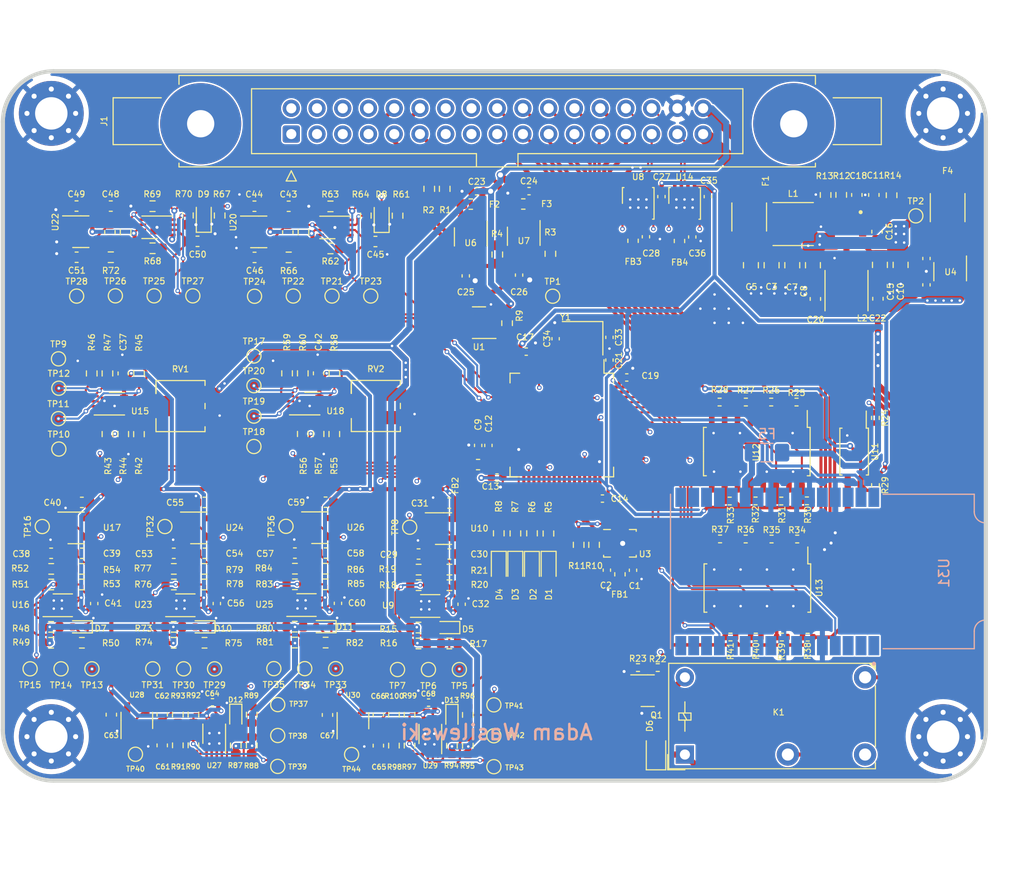
<source format=kicad_pcb>
(kicad_pcb (version 20221018) (generator pcbnew)
  (title_block (title "Frontbox") (date "2023-04-19") (rev "${REVISION}") (company "Author: Szymon Kostrubiec") (comment 1 "Reviewer:"))
  (layers (0 "F.Cu" signal) (1 "In1.Cu" signal) (2 "In2.Cu" signal) (31 "B.Cu" signal) (34 "B.Paste" user) (35 "F.Paste" user) (36 "B.SilkS" user "B.Silkscreen") (37 "F.SilkS" user "F.Silkscreen") (38 "B.Mask" user) (39 "F.Mask" user) (44 "Edge.Cuts" user))
  (property "REVISION" "0.1.0")
  (net 0 "")
  (net 1 "/NRST")
  (net 2 "GND")
  (net 3 "+3.3V")
  (net 4 "+5V")
  (net 5 "+3.3VA")
  (net 6 "/HSE_IN")
  (net 7 "/HSE_OUT")
  (net 8 "/Power section/+24V_FUSED")
  (net 9 "Net-(U5-VCC)")
  (net 10 "/Power section/VIN")
  (net 11 "Net-(U5-CBOOT)")
  (net 12 "/Power section/SW")
  (net 13 "Net-(D1-K)")
  (net 14 "Net-(D2-K)")
  (net 15 "Net-(D3-K)")
  (net 16 "Net-(D4-K)")
  (net 17 "Net-(C18-Pad1)")
  (net 18 "+24V")
  (net 19 "/INERTIA")
  (net 20 "/EBS_SAFETY")
  (net 21 "/KILL_PRAWY")
  (net 22 "/OVERTRAVEL")
  (net 23 "Net-(U10-+)")
  (net 24 "/KILL_LEWY")
  (net 25 "Net-(C30-Pad1)")
  (net 26 "/BSPD_SENSE")
  (net 27 "/KILL_KIERA")
  (net 28 "/SUSP_R_OUT")
  (net 29 "/SAFE-IN")
  (net 30 "/SAFE-OUT")
  (net 31 "Net-(U14-VDD)")
  (net 32 "/DAC1_REF")
  (net 33 "/SWCLK")
  (net 34 "/SWDIO")
  (net 35 "/DAC2_REF")
  (net 36 "Net-(Q1-G)")
  (net 37 "/DEBUG_LED1")
  (net 38 "/DEBUG_LED2")
  (net 39 "/DEBUG_LED3")
  (net 40 "/DEBUG_LED4")
  (net 41 "/Safety_control")
  (net 42 "Net-(U17-+)")
  (net 43 "Net-(C39-Pad1)")
  (net 44 "Net-(U20-+)")
  (net 45 "Net-(U22-+)")
  (net 46 "Net-(C52-Pad1)")
  (net 47 "Net-(U28-+)")
  (net 48 "Net-(C47-Pad1)")
  (net 49 "Net-(C62-Pad1)")
  (net 50 "/SUSP_L_OUT")
  (net 51 "/BRAKE_POSITION_OUT")
  (net 52 "/STEERING_POSITION_OUT")
  (net 53 "/APPS_sig1")
  (net 54 "/GEARBOX_TEMP_1")
  (net 55 "/Sense_EBS")
  (net 56 "/APPS_sig2")
  (net 57 "/Sense_left")
  (net 58 "/Sense_right")
  (net 59 "/Sense_driver")
  (net 60 "/Sense_inertia")
  (net 61 "/Sense_BSPD")
  (net 62 "/Sense_overtravel")
  (net 63 "/Power section/FB")
  (net 64 "Net-(U30-+)")
  (net 65 "/CAN1_TX")
  (net 66 "/CAN1_RX")
  (net 67 "/CAN1+")
  (net 68 "/VREF")
  (net 69 "Net-(C66-Pad1)")
  (net 70 "/GEARBOX_TEMP_2")
  (net 71 "Net-(D6-A)")
  (net 72 "/PT100_1")
  (net 73 "/PT100_2")
  (net 78 "Net-(U6-EN)")
  (net 79 "Net-(U7-EN)")
  (net 80 "/SUSPENSION_POT2_IN")
  (net 82 "/APPS2_3V3")
  (net 83 "/APPS1_3V3")
  (net 84 "Net-(U3-VDD)")
  (net 85 "Net-(U8-VDD)")
  (net 86 "Net-(U31A-5V_OPT)")
  (net 87 "Net-(C54-Pad1)")
  (net 89 "Net-(C58-Pad1)")
  (net 90 "/SUSPENSION_POT1_IN")
  (net 91 "/BRAKE_POSITION_IN")
  (net 92 "/STEERING_POSITION_IN")
  (net 95 "Net-(R18-Pad2)")
  (net 96 "Net-(R24-Pad2)")
  (net 97 "Net-(R26-Pad2)")
  (net 98 "Net-(R27-Pad2)")
  (net 99 "Net-(R28-Pad2)")
  (net 100 "Net-(R34-Pad2)")
  (net 101 "Net-(R35-Pad2)")
  (net 102 "Net-(R36-Pad2)")
  (net 103 "Net-(R37-Pad2)")
  (net 104 "Net-(R42-Pad2)")
  (net 105 "Net-(U15B--)")
  (net 106 "Net-(U15B-+)")
  (net 107 "Net-(U15A-+)")
  (net 108 "Net-(U15A--)")
  (net 109 "Net-(U9-FG)")
  (net 110 "/Suspension Potentiometer (Left)/IN+")
  (net 111 "/BRAKE_PRESSURE1_IN")
  (net 112 "/BRAKE_PRESSURE_FRONT_OUT")
  (net 113 "Net-(R51-Pad2)")
  (net 114 "Net-(R55-Pad2)")
  (net 115 "/BRAKE_PRESSURE2_IN")
  (net 116 "/BRAKE_PRESSURE_REAR_OUT")
  (net 117 "/CAN1-")
  (net 118 "/CAN2-")
  (net 119 "/CAN2+")
  (net 120 "Net-(U18B--)")
  (net 121 "/CAN2_TX")
  (net 122 "/CAN2_RX")
  (net 123 "/Brake Position/IN+")
  (net 124 "Net-(U18B-+)")
  (net 125 "Net-(U24-+)")
  (net 126 "Net-(U18A-+)")
  (net 127 "Net-(U26-+)")
  (net 128 "Net-(U18A--)")
  (net 129 "/Steering Position/IN+")
  (net 130 "Net-(U16-FG)")
  (net 131 "Net-(R25-Pad2)")
  (net 132 "/Suspension Potentiometer (Right)/IN+")
  (net 133 "Net-(U25-FG)")
  (net 134 "Net-(U19-EN)")
  (net 135 "Net-(R63-Pad2)")
  (net 136 "Net-(U19-FG)")
  (net 137 "/APPS_POT_2")
  (net 138 "/APPS_POT_1")
  (net 139 "/APPS1_SHIFTED_3V3")
  (net 140 "/APPS2_SHIFTED_3V3")
  (net 141 "/APPS2_SHIFTED_GND")
  (net 142 "/APPS1_SHIFTED_GND")
  (net 143 "/RIGHT_WHEEL_SC")
  (net 144 "/LEFT_WHEEL_SC")
  (net 145 "Net-(U21-EN)")
  (net 146 "Net-(R69-Pad2)")
  (net 147 "Net-(U21-FG)")
  (net 148 "Net-(R76-Pad2)")
  (net 149 "Net-(U23-FG)")
  (net 150 "/UART_RX")
  (net 151 "/UART_TX")
  (net 152 "/Sense_Right_Wheel")
  (net 154 "/IMU_SDA")
  (net 155 "Net-(R83-Pad2)")
  (net 156 "/Gearbox_Temp_sensor_1/IN+")
  (net 157 "Net-(U27-FG)")
  (net 158 "Net-(R90-Pad2)")
  (net 159 "/Gearbox_Temp_sensor_2/IN+")
  (net 160 "Net-(U29-FG)")
  (net 161 "Net-(R97-Pad2)")
  (net 163 "/IMU_SCL")
  (net 166 "/Sense_Left_Wheel")
  (footprint "Capacitor_SMD:C_0402_1005Metric_Pad0.74x0.62mm_HandSolder" (layer "F.Cu") (at 157.522 117.7475 90)
    (fp_text reference "C56")
    (fp_text value "100n")
  )
  (footprint "Resistor_SMD:R_0603_1608Metric" (layer "F.Cu") (at 168.267 114.3075 180)
    (fp_text reference "R86")
    (fp_text value "3k3")
  )
  (footprint "Resistor_SMD:R_0402_1005Metric" (layer "F.Cu") (at 210.677 107.6215 180)
    (fp_text reference "R32")
    (fp_text value "10k")
  )
  (footprint "Resistor_SMD:R_0603_1608Metric_Pad0.98x0.95mm_HandSolder" (layer "F.Cu") (at 185.342 110.8165 90)
    (fp_text reference "R8")
    (fp_text value "100R")
  )
  (footprint "Diode_SMD:D_SOD-523" (layer "F.Cu") (at 168.0295 120.0275 180)
    (fp_text reference "D11")
    (fp_text value "5V")
  )
  (footprint "Resistor_SMD:R_0603_1608Metric_Pad0.98x0.95mm_HandSolder" (layer "F.Cu") (at 168.732 78.5565 180)
    (fp_text reference "R63")
    (fp_text value "4k7")
  )
  (footprint "Resistor_SMD:R_0603_1608Metric_Pad0.98x0.95mm_HandSolder" (layer "F.Cu") (at 194.7445 111.954 90)
    (fp_text reference "R10")
    (fp_text value "10k")
  )
  (footprint "TestPoint:TestPoint_Pad_D1.0mm" (layer "F.Cu") (at 161.182 99.2515)
    (fp_text reference "TP19")
    (fp_text value "BR_MID")
  )
  (footprint "Resistor_SMD:R_0603_1608Metric_Pad0.98x0.95mm_HandSolder" (layer "F.Cu") (at 151.17775 82.68975 180)
    (fp_text reference "R68")
    (fp_text value "0R")
  )
  (footprint "Resistor_SMD:R_0603_1608Metric" (layer "F.Cu") (at 182.288 128.7335 90)
    (fp_text reference "R96")
    (fp_text value "5k")
  )
  (footprint "Package_DFN_QFN:DFN-8-1EP_3x2mm_P0.5mm_EP1.7x1.4mm" (layer "F.Cu") (at 146.917 98.0315)
    (fp_text reference "U15")
    (fp_text value "MCP6002-xMC")
  )
  (footprint "Capacitor_SMD:C_0603_1608Metric" (layer "F.Cu") (at 144.211999 112.7875)
    (fp_text reference "C39")
    (fp_text value "100n")
  )
  (footprint "Resistor_SMD:R_0603_1608Metric_Pad0.98x0.95mm_HandSolder" (layer "F.Cu") (at 146.727 101.024 -90)
    (fp_text reference "R43")
    (fp_text value "0R")
  )
  (footprint "Resistor_SMD:R_0603_1608Metric" (layer "F.Cu") (at 217.592 77.4315 90)
    (fp_text reference "R13")
    (fp_text value "24k9")
  )
  (footprint "TestPoint:TestPoint_Pad_D1.0mm" (layer "F.Cu") (at 152.397 110.1475 90)
    (fp_text reference "TP32")
    (fp_text value "TestPoint_Small")
  )
  (footprint "Resistor_SMD:R_0603_1608Metric_Pad0.98x0.95mm_HandSolder" (layer "F.Cu") (at 172.222 79.469 90)
    (fp_text reference "R64")
    (fp_text value "1k")
  )
  (footprint "Capacitor_SMD:C_0805_2012Metric" (layer "F.Cu") (at 214.302 84.3615 -90)
    (fp_text reference "C7")
    (fp_text value "4u7")
  )
  (footprint "Capacitor_SMD:C_0603_1608Metric" (layer "F.Cu") (at 152.132 131.7415 -90)
    (fp_text reference "C61")
    (fp_text value "100n")
  )
  (footprint "MountingHole:MountingHole_3.2mm_M3_Pad_Via" (layer "F.Cu") (at 229.187 130.8815 90)
    (fp_text reference "H2" hide)
    (fp_text value "MountingHole_Pad")
  )
  (footprint "Resistor_SMD:R_0603_1608Metric" (layer "F.Cu") (at 165.227 114.3075 180)
    (fp_text reference "R84")
    (fp_text value "TBD")
  )
  (footprint "Package_DFN_QFN:DFN-8-1EP_3x2mm_P0.5mm_EP1.7x1.4mm" (layer "F.Cu") (at 166.192 98.0215)
    (fp_text reference "U18")
    (fp_text value "MCP6002-xMC")
  )
  (footprint "Capacitor_SMD:C_0603_1608Metric_Pad1.08x0.95mm_HandSolder" (layer "F.Cu") (at 146.969 81.096 90)
    (fp_text reference "C52" hide)
    (fp_text value "100n")
  )
  (footprint "Resistor_SMD:R_0603_1608Metric" (layer "F.Cu") (at 176.538 131.7635 90)
    (fp_text reference "R97")
    (fp_text value "TBD")
  )
  (footprint "Diode_SMD:D_0603_1608Metric_Pad1.05x0.95mm_HandSolder" (layer "F.Cu") (at 156.2315 79.45225 90)
    (fp_text reference "D9")
    (fp_text value "24V")
  )
  (footprint "Package_DFN_QFN:TDFN-8-1EP_3x2mm_P0.5mm_EP1.80x1.65mm" (layer "F.Cu") (at 165.872 117.8975)
    (fp_text reference "U25")
    (fp_text value "MCP6N11-005")
  )
  (footprint "Diode_SMD:D_SOD-523" (layer "F.Cu") (at 143.9795 120.0475 180)
    (fp_text reference "D7")
    (fp_text value "5V")
  )
  (footprint "Resistor_SMD:R_0603_1608Metric" (layer "F.Cu") (at 144.207 121.6175)
    (fp_text reference "R50")
    (fp_text value "5k")
  )
  (footprint "Resistor_SMD:R_0603_1608Metric" (layer "F.Cu") (at 141.177 114.3275 180)
    (fp_text reference "R52")
    (fp_text value "TBD")
  )
  (footprint "Resistor_SMD:R_0402_1005Metric" (layer "F.Cu") (at 207.132 97.8665)
    (fp_text reference "R28")
    (fp_text value "2k")
  )
  (footprint "Resistor_SMD:R_0603_1608Metric" (layer "F.Cu") (at 168.257 121.5975)
    (fp_text reference "R82")
    (fp_text value "5k")
  )
  (footprint "Capacitor_SMD:C_0603_1608Metric" (layer "F.Cu") (at 222.752 87.6715 90)
    (fp_text reference "C22")
    (fp_text value "22u")
  )
  (footprint "Resistor_SMD:R_0402_1005Metric" (layer "F.Cu") (at 214.787 111.3815)
    (fp_text reference "R34")
    (fp_text value "2k")
  )
  (footprint "Resistor_SMD:R_0603_1608Metric_Pad0.98x0.95mm_HandSolder" (layer "F.Cu") (at 157.8015 79.45975 -90)
    (fp_text reference "R67")
    (fp_text value "100k")
  )
  (footprint "Package_QFP:LQFP-64_10x10mm_P0.5mm" (layer "F.Cu") (at 191.562 100.1315 -90)
    (fp_text reference "U2" hide)
    (fp_text value "STM32G473RCTx")
  )
  (footprint "Capacitor_SMD:C_0402_1005Metric_Pad0.74x0.62mm_HandSolder" (layer "F.Cu") (at 182.085 85.417 -90)
    (fp_text reference "C25")
    (fp_text value "1uF")
  )
  (footprint "Resistor_SMD:R_0603_1608Metric_Pad0.98x0.95mm_HandSolder" (layer "F.Cu") (at 154.66775 79.45225 90)
    (fp_text reference "R70")
    (fp_text value "1k")
  )
  (footprint "Capacitor_SMD:C_0603_1608Metric_Pad1.08x0.95mm_HandSolder" (layer "F.Cu") (at 161.232 78.5415 180)
    (fp_text reference "C44")
    (fp_text value "100n")
  )
  (footprint "TestPoint:TestPoint_Pad_D1.0mm" (layer "F.Cu") (at 175.352002 124.2575 -90)
    (fp_text reference "TP7")
    (fp_text value "TestPoint_Small")
  )
  (footprint "TestPoint:TestPoint_Pad_D1.0mm" (layer "F.Cu") (at 145.197 124.1875 -90)
    (fp_text reference "TP13")
    (fp_text value "TestPoint_Small")
  )
  (footprint "Capacitor_SMD:C_0603_1608Metric" (layer "F.Cu") (at 173.458 131.7685 -90)
    (fp_text reference "C65")
    (fp_text value "100n")
  )
  (footprint "Resistor_SMD:R_0603_1608Metric_Pad0.98x0.95mm_HandSolder" (layer "F.Cu") (at 166.002 95.0315 90)
    (fp_text reference "R60")
    (fp_text value "0R")
  )
  (footprint "TestPoint:TestPoint_Pad_D1.0mm" (layer "F.Cu") (at 170.818 132.6435 180)
    (fp_text reference "TP44")
    (fp_text value "TestPoint_Small")
  )
  (footprint "Resistor_SMD:R_0603_1608Metric_Pad0.98x0.95mm_HandSolder" (layer "F.Cu") (at 190.242 110.8365 90)
    (fp_text reference "R5")
    (fp_text value "100R")
  )
  (footprint "Resistor_SMD:R_0603_1608Metric_Pad0.98x0.95mm_HandSolder" (layer "F.Cu") (at 151.17775 78.53975 180)
    (fp_text reference "R69")
    (fp_text value "4k7")
  )
  (footprint "Package_LGA:LGA-14_3x2.5mm_P0.5mm_LayoutBorder3x4y" (layer "F.Cu") (at 197.2945 111.8015)
    (fp_text reference "U3")
    (fp_text value "IMS330DHCX")
  )
  (footprint "Resistor_SMD:R_0402_1005Metric" (layer "F.Cu") (at 207.177 111.3715)
    (fp_text reference "R37")
    (fp_text value "2k")
  )
  (footprint "Capacitor_SMD:C_0603_1608Metric" (layer "F.Cu") (at 156.301999 107.7675 180)
    (fp_text reference "C55")
    (fp_text value "100n")
  )
  (footprint "Package_DFN_QFN:TDFN-8-1EP_3x2mm_P0.5mm_EP1.3x1.4mm" (layer "F.Cu") (at 151.62275 80.61975 180)
    (fp_text reference "U21" hide)
    (fp_text value "MCP6N11-005\n")
  )
  (footprint "Resistor_SMD:R_0603_1608Metric" (layer "F.Cu") (at 177.422002 120.1175)
    (fp_text reference "R15")
    (fp_text value "50k")
  )
  (footprint "Capacitor_SMD:C_0402_1005Metric_Pad0.74x0.62mm_HandSolder" (layer "F.Cu") (at 183.149 77.0645 180)
    (fp_text reference "C23")
    (fp_text value "1uF")
  )
  (footprint "Resistor_SMD:R_0603_1608Metric" (layer "F.Cu") (at 180.472001 114.3975 180)
    (fp_text reference "R21")
    (fp_text value "3k3")
  )
  (footprint "TestPoint:TestPoint_Pad_D1.0mm" (layer "F.Cu") (at 168.88625 87.40025)
    (fp_text reference "TP21")
    (fp_text value "APPS_P")
  )
  (footprint "Capacitor_SMD:C_0603_1608Metric" (layer "F.Cu") (at 144.201999 107.7675 180)
    (fp_text reference "C40")
    (fp_text value "100n")
  )
  (footprint "Capacitor_SMD:C_0603_1608Metric" (layer "F.Cu") (at 152.132 128.701501 90)
    (fp_text reference "C62")
    (fp_text value "100n")
  )
  (footprint "Capacitor_SMD:C_0402_1005Metric_Pad0.74x0.62mm_HandSolder" (layer "F.Cu") (at 145.422 117.7475 90)
    (fp_text reference "C41")
    (fp_text value "100n")
  )
  (footprint "Capacitor_SMD:C_0402_1005Metric_Pad0.74x0.62mm_HandSolder" (layer "F.Cu") (at 187.345 85.337 -90)
    (fp_text reference "C26")
    (fp_text value "1uF")
  )
  (footprint "TestPoint:TestPoint_Pad_D1.0mm" (layer "F.Cu") (at 147.51 87.3835)
    (fp_text reference "TP26")
    (fp_text value "APPS_N")
  )
  (footprint "Package_DFN_QFN:TDFN-8-1EP_3x2mm_P0.5mm_EP1.3x1.4mm" (layer "F.Cu") (at 169.177 80.6365 180)
    (fp_text reference "U19" hide)
    (fp_text value "MCP6N11-005\n")
  )
  (footprint "MountingHole:MountingHole_3.2mm_M3_Pad_Via" (layer "F.Cu") (at 229.187 69.3815 90)
    (fp_text reference "H4" hide)
    (fp_text value "MountingHole_Pad")
  )
  (footprint "Resistor_SMD:R_0603_1608Metric" (layer "F.Cu") (at 165.227 115.8475)
    (fp_text reference "R83")
    (fp_text value "TBD")
  )
  (footprint "Resistor_SMD:R_0603_1608Metric" (layer "F.Cu") (at 219.132 77.4215 -90)
    (fp_text reference "R12")
    (fp_text value "100k")
  )
  (footprint "Capacitor_SMD:C_0402_1005Metric_Pad0.74x0.62mm_HandSolder" (layer "F.Cu") (at 188.052 92.8915)
    (fp_text reference "C17")
    (fp_text value "100nF")
  )
  (footprint "Capacitor_SMD:C_0805_2012Metric" (layer "F.Cu") (at 216.342 84.3615 -90)
    (fp_text reference "C8")
    (fp_text value "4u7")
  )
  (footprint "Resistor_SMD:R_0603_1608Metric" (layer "F.Cu") (at 141.167001 120.0475)
    (fp_text reference "R48")
    (fp_text value "50k")
  )
  (footprint "Resistor_SMD:R_0402_1005Metric" (layer "F.Cu") (at 222.512 106.069 -90)
    (fp_text reference "R29")
    (fp_text value "10k")
  )
  (footprint "Capacitor_SMD:C_0603_1608Metric" (layer "F.Cu") (at 168.251999 107.7475 180)
    (fp_text reference "C59")
    (fp_text value "100n")
  )
  (footprint "Resistor_SMD:R_0603_1608Metric_Pad0.98x0.95mm_HandSolder" (layer "F.Cu") (at 145.177 95.0415 90)
    (fp_text reference "R46")
    (fp_text value "3k3")
  )
  (footprint "Resistor_SMD:R_0402_1005Metric" (layer "F.Cu") (at 212.222 97.8665)
    (fp_text reference "R26")
    (fp_text value "2k")
  )
  (footprint "Resistor_SMD:R_0603_1608Metric_Pad0.98x0.95mm_HandSolder" (layer "F.Cu") (at 188.622 110.8165 90)
    (fp_text reference "R6")
    (fp_text value "100R")
  )
  (footprint "Resistor_SMD:R_0603_1608Metric" (layer "F.Cu") (at 176.538 128.7235 90)
    (fp_text reference "R99")
    (fp_text value "3k3")
  )
  (footprint "Package_TO_SOT_SMD:SOT-23-5" (layer "F.Cu") (at 170.953 129.303502 90)
    (fp_text reference "U30")
    (fp_text value "MCP6001")
  )
  (footprint "Package_TO_SOT_SMD:SOT-23-5" (layer "F.Cu") (at 143.636999 110.2825)
    (fp_text reference "U17")
    (fp_text value "MCP6001")
  )
  (footprint "Resistor_SMD:R_0402_1005Metric" (layer "F.Cu") (at 215.747 107.6115 180)
    (fp_text reference "R30")
    (fp_text value "10k")
  )
  (footprint "Resistor_SMD:R_0603_1608Metric" (layer "F.Cu") (at 180.472001 115.9375)
    (fp_text reference "R20")
    (fp_text value "3k3")
  )
  (footprint "Package_TO_SOT_SMD:SOT-23-5_HandSoldering" (layer "F.Cu") (at 229.882 85.0015 -90)
    (fp_text reference "U4")
    (fp_text value "TLV743P")
  )
  (footprint "Inductor_SMD:L_0603_1608Metric" (layer "F.Cu") (at 198.592 81.954 90)
    (fp_text reference "FB3")
    (fp_text value "60R@100MHz")
  )
  (footprint "Crystal:Crystal_SMD_Abracon_ABM8G-4Pin_3.2x2.5mm" (layer "F.Cu") (at 193.612 91.5715 180)
    (fp_text reference "Y1")
    (fp_text value "ABM8G-48.000MHZ")
  )
  (footprint "Package_TO_SOT_SMD:SOT-23-5" (layer "F.Cu") (at 155.736999 110.2825)
    (fp_text reference "U24")
    (fp_text value "MCP6001")
  )
  (footprint "Capacitor_SMD:C_0603_1608Metric" (layer "F.Cu") (at 220.672 77.4265 -90)
    (fp_text reference "C18")
    (fp_text value "22p")
  )
  (footprint "Resistor_SMD:R_0603_1608Metric_Pad0.98x0.95mm_HandSolder" (layer "F.Cu") (at 185.195 83.3065 90)
    (fp_text reference "R4")
    (fp_text value "220R")
  )
  (footprint "Package_TO_SOT_SMD:SOT-23-5_HandSoldering" (layer "F.Cu") (at 182.575 81.5665 -90)
    (fp_text reference "U6")
    (fp_text value "TLV743P")
  )
  (footprint "Fuse:Fuse_1812_4532Metric" (layer "F.Cu") (at 229.632 78.6815 90)
    (fp_text reference "F4")
    (fp_text value "1.5A")
  )
  (footprint "Capacitor_SMD:C_0402_1005Metric_Pad0.74x0.62mm_HandSolder" (layer "F.Cu") (at 185.16825 105.31525)
    (fp_text reference "C13")
    (fp_text value "100nF")
  )
  (footprint "Resistor_SMD:R_0603_1608Metric" (layer "F.Cu") (at 156.317 114.3275 180)
    (fp_text reference "R79")
    (fp_text value "3k3")
  )
  (footprint "Resistor_SMD:R_0603_1608Metric" (layer "F.Cu") (at 168.267 115.8475)
    (fp_text reference "R85")
    (fp_text value "3k3")
  )
  (footprint "Package_SO:SOIC-16_4.55x10.3mm_P1.27mm" (layer "F.Cu") (at 210.857 116.2165 -90)
    (fp_text reference "U13")
    (fp_text value "TLP291-4")
  )
  (footprint "Resistor_SMD:R_0402_1005Metric" (layer "F.Cu") (at 212.257 111.3815)
    (fp_text reference "R35")
    (fp_text value "2k")
  )
  (footprint "Resistor_SMD:R_0603_1608Metric" (layer "F.Cu") (at 182.288 131.773498 90)
    (fp_text reference "R95")
    (fp_text value "50k")
  )
  (footprint "Capacitor_SMD:C_0402_1005Metric_Pad0.74x0.62mm_HandSolder" (layer "F.Cu") (at 227.542 83.7015 -90)
    (fp_text reference "C4" hide)
    (fp_text value "1uF")
  )
  (footprint "TestPoint:TestPoint_Pad_D1.0mm" (layer "F.Cu") (at 154.247 124.1875 -90)
    (fp_text reference "TP30")
    (fp_text value "TestPoint_Small")
  )
  (footprint "Resistor_SMD:R_0402_1005Metric" (layer "F.Cu") (at 209.707 111.3815)
    (fp_text reference "R36")
    (fp_text value "2k")
  )
  (footprint "Capacitor_SMD:C_0402_1005Metric_Pad0.74x0.62mm_HandSolder" (layer "F.Cu") (at 183.30825 102.14525 90)
    (fp_text reference "C9")
    (fp_text value "1uF")
  )
  (footprint "TestPoint:TestPoint_Pad_D1.0mm" (layer "F.Cu") (at 163.532 133.816499)
    (fp_text reference "TP39")
    (fp_text value "TestPoint_Small")
  )
  (footprint "Resistor_SMD:R_0603_1608Metric_Pad0.98x0.95mm_HandSolder" (layer "F.Cu") (at 193.2245 111.954 90)
    (fp_text reference "R11")
    (fp_text value "10k")
  )
  (footprint "Resistor_SMD:R_0603_1608Metric" (layer "F.Cu") (at 153.277 114.3275 180)
    (fp_text reference "R77")
    (fp_text value "TBD")
  )
  (footprint "Capacitor_SMD:C_0603_1608Metric" (layer "F.Cu") (at 147.112 128.711501 -90)
    (fp_text reference "C63")
    (fp_text value "100n")
  )
  (footprint "Capacitor_SMD:C_0603_1608Metric" (layer "F.Cu") (at 180.457 107.8375 180)
    (fp_text reference "C31")
    (fp_text value "100n")
  )
  (footprint "TestPoint:TestPoint_Pad_D1.0mm" (layer "F.Cu") (at 169.247 124.1675 -90)
    (fp_text reference "TP33")
    (fp_text value "TestPoint_Small")
  )
  (footprint "Capacitor_SMD:C_0603_1608Metric_Pad1.08x0.95mm_HandSolder" (layer "F.Cu") (at 164.612 78.5465)
    (fp_text reference "C43")
    (fp_text value "100n")
  )
  (footprint "Package_DFN_QFN:TDFN-8-1EP_3x2mm_P0.5mm_EP1.80x1.65mm" (layer "F.Cu") (at 178.588 131.1185 90)
    (fp_text reference "U29")
    (fp_text value "MCP6N11-005")
  )
  (footprint "Capacitor_SMD:C_0603_1608Metric" (layer "F.Cu") (at 168.438 128.738502 -90)
    (fp_text reference "C67")
    (fp_text value "100n")
  )
  (footprint "TestPoint:TestPoint_Pad_D1.0mm" (layer "F.Cu") (at 166.197 124.1675 -90)
    (fp_text reference "TP34")
    (fp_text value "TestPoint_Small")
  )
  (footprint "Inductor_SMD:L_Abracon_ASPI-4030S" (layer "F.Cu") (at 214.392 80.3015)
    (fp_text reference "L1")
    (fp_text value "1u5")
  )
  (footprint "Resistor_SMD:R_0603_1608Metric" (layer "F.Cu") (at 141.177 115.8675)
    (fp_text reference "R51")
    (fp_text value "TBD")
  )
  (footprint "Resistor_SMD:R_0603_1608Metric" (layer "F.Cu") (at 160.962 131.746499 90)
    (fp_text reference "R88")
    (fp_text value "50k")
  )
  (footprint "Package_DFN_QFN:TDFN-8-1EP_3x2mm_P0.5mm_EP1.80x1.65mm" (layer "F.Cu") (at 153.922 117.9175)
    (fp_text reference "U23")
    (fp_text value "MCP6N11-005")
  )
  (footprint "Resistor_SMD:R_0402_1005Metric" (layer "F.Cu") (at 214.722 97.8665)
    (fp_text reference "R25")
    (fp_text value "2k")
  )
  (footprint "TestPoint:TestPoint_Pad_D1.0mm" (layer "F.Cu") (at 143.68775 87.40975)
    (fp_text reference "TP28")
    (fp_text value "APPS_OUT")
  )
  (footprint "Capacitor_SMD:C_0402_1005Metric_Pad0.74x0.62mm_HandSolder" (layer "F.Cu") (at 227.542 86.3015 90)
    (fp_text reference "C6" hide)
    (fp_text value "1uF")
  )
  (footprint "Resistor_SMD:R_0402_1005Metric" (layer "F.Cu") (at 213.217 107.6315 180)
    (fp_text reference "R31")
    (fp_text value "10k")
  )
  (footprint "Resistor_SMD:R_0402_1005Metric" (layer "F.Cu") (at 199.077 124.0665 180)
    (fp_text reference "R23")
    (fp_text value "10k")
  )
  (footprint "Capacitor_SMD:C_0603_1608Metric_Pad1.08x0.95mm_HandSolder" (layer "F.Cu") (at 143.689 83.576 180)
    (fp_text reference "C51")
    (fp_text value "100n")
  )
  (footprint "Inductor_SMD:L_0603_1608Metric" (layer "F.Cu") (at 183.29825 104.03525 180)
    (fp_text reference "FB2")
    (fp_text value "1000Ω@100MHz")
  )
  (footprint "Capacitor_SMD:C_0603_1608Metric" (layer "F.Cu") (at 180.467 112.8575)
    (fp_text reference "C30")
    (fp_text value "100n")
  )
  (footprint "Relay_THT:Relay_SPDT_Finder_32.21-x000" (layer "F.Cu") (at 203.707 132.6465)
    (fp_text reference "K1")
    (fp_text value "FINDER-32.21-x000")
  )
  (footprint "TestPoint:TestPoint_Pad_D1.0mm" (layer "F.Cu") (at 184.858 130.7935)
    (fp_text reference "TP42")
    (fp_text value "TestPoint_Small")
  )
  (footprint "Resistor_SMD:R_0603_1608Metric_Pad0.98x0.95mm_HandSolder" (layer "F.Cu") (at 146.727 95.0415 90)
    (fp_text reference "R47")
    (fp_text value "0R")
  )
  (footprint "TestPoint:TestPoint_Pad_D1.0mm" (layer "F.Cu") (at 163.147001 124.1675 -90)
    (fp_text reference "TP35")
    (fp_text value "TestPoint_Small")
  )
  (footprint "TestPoint:TestPoint_Pad_D1.0mm" (layer "F.Cu") (at 163.532 127.7165)
    (fp_text reference "TP37")
    (fp_text value "TestPoint_Small")
  )
  (footprint "Resistor_SMD:R_0603_1608Metric" (layer "F.Cu") (at 165.217001 121.5975)
    (fp_text reference "R81")
    (fp_text value "50k")
  )
  (footprint "Capacitor_SMD:C_0805_2012Metric" (layer "F.Cu") (at 224.992 84.3315 -90)
    (fp_text reference "C10")
    (fp_text value "220n")
  )
  (footprint "Package_DFN_QFN:TDFN-8-1EP_3x2mm_P0.5mm_EP1.80x1.65mm" (layer "F.Cu") (at 157.262 131.0915 90)
    (fp_text reference "U27")
    (fp_text value "MCP6N11-005")
  )
  (footprint "TestPoint:TestPoint_Pad_D1.0mm" (layer "F.Cu") (at 164.347 110.1275 90)
    (fp_text reference "TP36")
    (fp_text value "TestPoint_Small")
  )
  (footprint "Capacitor_SMD:C_0402_1005Metric_Pad0.74x0.62mm_HandSolder" (layer "F.Cu") (at 184.31825 102.14525 90)
    (fp_text reference "C12")
    (fp_text value "100nF")
  )
  (footprint "Resistor_SMD:R_0603_1608Metric_Pad0.98x0.95mm_HandSolder" (layer "F.Cu") (at 166.07325 81.11275 -90)
    (fp_text reference "R65" hide)
    (fp_text value "4k7")
  )
  (footprint "Diode_SMD:D_0603_1608Metric_Pad1.05x0.95mm_HandSolder" (layer "F.Cu") (at 173.78575 79.469 90)
    (fp_text reference "D8")
    (fp_text value "24V")
  )
  (footprint "TestPoint:TestPoint_Pad_D1.0mm" (layer "F.Cu") (at 141.897 99.5015)
    (fp_text reference "TP11")
    (fp_text value "BR_MID")
  )
  (footprint "TestPoint:TestPoint_Pad_D1.0mm" (layer "F.Cu") (at 151.332 87.3835)
    (fp_text reference "TP25")
    (fp_text value "APPS_P")
  )
  (footprint "MountingHole:MountingHole_3.2mm_M3_Pad_Via" (layer "F.Cu") (at 141.187 130.8815 90)
    (fp_text reference "H1" hide)
    (fp_text value "MountingHole_Pad")
  )
  (footprint "Capacitor_SMD:C_0603_1608Metric" (layer "F.Cu") (at 156.311999 112.7875)
    (fp_text reference "C54")
    (fp_text value "100n")
  )
  (footprint "Capacitor_SMD:C_0805_2012Metric" (layer "F.Cu") (at 210.222 84.3615 -90)
    (fp_text reference "C5")
    (fp_text value "2u2")
  )
  (footprint "Diode_SMD:D_SOD-523" (layer "F.Cu") (at 159.392 128.934 -90)
    (fp_text reference "D12")
    (fp_text value "5V")
  )
  (footprint "Capacitor_SMD:C_0603_1608Metric_Pad1.08x0.95mm_HandSolder" (layer "F.Cu") (at 148.287 95.0415 90)
    (fp_text reference "C37")
    (fp_text value "100n")
  )
  (footprint "Capacitor_SMD:C_0603_1608Metric" (layer "F.Cu") (at 177.427001 112.8575 180)
    (fp_text reference "C29")
    (fp_text value "100n")
  )
  (footprint "Resistor_SMD:R_0603_1608Metric" (layer "F.Cu") (at 153.672 131.7365 -90)
    (fp_text reference "R91")
    (fp_text value "TBD")
  )
  (footprint "TestPoint:TestPoint_Pad_D1.0mm" (layer "F.Cu") (at 181.452001 124.2575 -90)
    (fp_text reference "TP5")
    (fp_text value "TestPoint_Small")
  )
  (footprint "Resistor_SMD:R_0603_1608Metric" (layer "F.Cu") (at 155.212 128.6965 90)
    (fp_text reference "R92")
    (fp_text value "3k3")
  )
  (footprint "Capacitor_SMD:C_0805_2012Metric" (layer "F.Cu") (at 212.262 84.3615 -90)
    (fp_text reference "C3")
    (fp_text value "2u2")
  )
  (footprint "Resistor_SMD:R_0402_1005Metric" (layer "F.Cu") (at 213.272 121.0565 180)
    (fp_text reference "R39")
    (fp_text value "10k")
  )
  (footprint "Capacitor_SMD:C_0402_1005Metric_Pad0.74x0.62mm_HandSolder" (layer "F.Cu") (at 204.432 81.5765 -90)
    (fp_text reference "C36")
    (fp_text value "100nF")
  )
  (footprint "Connector_IDC:IDC-Header_2x17-1MP_P2.54mm_Latch6.5mm_Vertical" (layer "F.Cu") (at 164.867 71.4215 90)
    (fp_text reference "J1")
    (fp_text value "Conn_02x16_Counter_Clockwise")
  )
  (footprint "Capacitor_SMD:C_0603_1608Metric" (layer "F.Cu") (at 168.261999 112.7675)
    (fp_text reference "C58")
    (fp_text value "100n")
  )
  (footprint "Capacitor_SMD:C_0402_1005Metric_Pad0.74x0.62mm_HandSolder" (layer "F.Cu") (at 178.418 127.5185 180)
    (fp_text reference "C68")
    (fp_text value "100n")
  )
  (footprint "Capacitor_SMD:C_0603_1608Metric_Pad1.08x0.95mm_HandSolder" (layer "F.Cu") (at 155.61525 82.00725)
    (fp_text reference "C50")
    (fp_text value "10n")
  )
  (footprint "TestPoint:TestPoint_Pad_D1.0mm" (layer "F.Cu") (at 178.402001 124.2575 -90)
    (fp_text reference "TP6")
    (fp_text value "TestPoint_Small")
  )
  (footprint "Resistor_SMD:R_0402_1005Metric" (layer "F.Cu") (at 208.127 107.6315 180)
    (fp_text reference "R33")
    (fp_text value "10k")
  )
  (footprint "Resistor_SMD:R_0603_1608Metric" (layer "F.Cu") (at 153.267001 120.0475)
    (fp_text reference "R73")
    (fp_text value "50k")
  )
  (footprint "Package_TO_SOT_SMD:SOT-23-5" (layer "F.Cu") (at 161.65575 81.07275)
    (fp_text reference "U20")
    (fp_text value "MCP6001")
  )
  (footprint "Resistor_SMD:R_0603_1608Metric" (layer "F.Cu") (at 165.217001 120.0275)
    (fp_text reference "R80")
    (fp_text value "50k")
  )
  (footprint "Capacitor_SMD:C_0603_1608Metric" (layer "F.Cu") (at 216.582 87.6915 90)
    (fp_text reference "C20")
    (fp_text value "22u")
  )
  (footprint "Inductor_SMD:L_0603_1608Metric" (layer "F.Cu") (at 203.172 81.974 90)
    (fp_text reference "FB4")
    (fp_text value "60R@100MHz")
  )
  (footprint "TestPoint:TestPoint_Pad_D1.0mm" (layer "F.Cu") (at 184.858 127.7435)
    (fp_text reference "TP41")
    (fp_text value "TestPoint_Small")
  )
  (footprint "Capacitor_SMD:C_0402_1005Metric_Pad0.74x0.62mm_HandSolder" (layer "F.Cu") (at 196.262 91.4815 -90)
    (fp_text reference "C33")
    (fp_text value "10pF")
  )
  (footprint "Capacitor_SMD:C_0603_1608Metric_Pad1.08x0.95mm_HandSolder" (layer "F.Cu") (at 173.1695 82.024)
    (fp_text reference "C45")
    (fp_text value "10n")
  )
  (footprint "Resistor_SMD:R_0603_1608Metric" (layer "F.Cu") (at 160.962 128.7065 90)
    (fp_text reference "R89")
    (fp_text value "5k")
  )
  (footprint "Resistor_SMD:R_0603_1608Metric" (layer "F.Cu") (at 159.392 131.746499 90)
    (fp_text reference "R87")
    (fp_text value "50k")
  )
  (footprint "Resistor_SMD:R_0603_1608Metric" (layer "F.Cu") (at 153.672 128.6965 -90)
    (fp_text reference "R93")
    (fp_text value "3k3")
  )
  (footprint "TestPoint:TestPoint_Pad_D1.0mm" (layer "F.Cu") (at 161.182 102.2515)
    (fp_text reference "TP18")
    (fp_text value "BR_P")
  )
  (footprint "Capacitor_SMD:C_0603_1608Metric_Pad1.08x0.95mm_HandSolder" (layer "F.Cu") (at 167.562 95.0315 90)
    (fp_text reference "C42")
    (fp_text value "100n")
  )
  (footprint "TestPoint:TestPoint_Pad_D1.0mm" (layer "F.Cu") (at 163.532 130.7665)
    (fp_text reference "TP38")
    (fp_text value "TestPoint_Small")
  )
  (footprint "Capacitor_SMD:C_0603_1608Metric" (layer "F.Cu") (at 141.172 112.7875 180)
    (fp_text reference "C38")
    (fp_text value "100n")
  )
  (footprint "TestPoint:TestPoint_Pad_D1.0mm" (layer "F.Cu") (at 172.70825 87.40025)
    (fp_text reference "TP23")
    (fp_text value "APPS_MID")
  )
  (footprint "Resistor_SMD:R_0603_1608Metric" (layer "F.Cu") (at 153.277 115.8675)
    (fp_text reference "R76")
    (fp_text value "TBD")
  )
  (footprint "Capacitor_SMD:C_0402_1005Metric_Pad0.74x0.62mm_HandSolder" (layer "F.Cu") (at 201.392 77.594 -90)
    (fp_text reference "C27")
    (fp_text value "100nF")
  )
  (footprint "Capacitor_SMD:C_0603_1608Metric" (layer "F.Cu") (at 165.222 112.7675 180)
    (fp_text reference "C57")
    (fp_text value "100n")
  )
  (footprint "Resistor_SMD:R_0603_1608Metric" (layer "F.Cu") (at 156.307 121.6175)
    (fp_text reference "R75")
    (fp_text value "5k")
  )
  (footprint "TestPoint:TestPoint_Pad_D1.0mm" (layer "F.Cu") (at 176.552001 110.2175 90)
    (fp_text reference "TP8")
    (fp_text value "TestPoint_Small")
  )
  (footprint "Resistor_SMD:R_0603_1608Metric" (layer "F.Cu") (at 177.432001 114.3975 180)
    (fp_text reference "R19")
    (fp_text value "TBD")
  )
  (footprint "TestPoint:TestPoint_Pad_D1.0mm" (layer "F.Cu") (at 139.097001 124.1875 -90)
    (fp_text reference "TP15")
    (fp_text value "TestPoint_Small")
  )
  (footprint "TestPoint:TestPoint_Pad_D1.0mm" (layer "F.Cu") (at 161.242 87.4265)
    (fp_text reference "TP24")
    (fp_text value "APPS_OUT")
  )
  (footprint "Capacitor_SMD:C_0402_1005Metric_Pad0.74x0.62mm_HandSolder" (layer "F.Cu") (at 205.972 77.594 -90)
    (fp_text reference "C35")
    (fp_text value "100nF")
  )
  (footprint "Package_TO_SOT_SMD:SOT-23" (layer "F.Cu") (at 200.037 126.3465)
    (fp_text reference "Q1")
    (fp_text value "NX7002AK")
  )
  (footprint "Resistor_SMD:R_0603_1608Metric_Pad0.98x0.95mm_HandSolder" (layer "F.Cu") (at 147.059 83.576)
    (fp_text reference "R72")
    (fp_text value "4k7")
  )
  (footprint "Resistor_SMD:R_0402_1005Metric" (layer "F.Cu") (at 209.722 97.8665)
    (fp_text reference "R27")
    (fp_text value "2k")
  )
  (footprint "TestPoint:TestPoint_Pad_D1.0mm" (layer "F.Cu") (at 226.492 79.4915)
    (fp_text reference "TP2")
    (fp_text value "TestPoint_Small")
  )
  (footprint "Fuse:Fuse_0603_1608Metric_Pad1.05x0.95mm_HandSolder" (layer "F.Cu") (at 182.579 78.3345 180)
    (fp_text reference "F2")
    (fp_text value "300mA")
  )
  (footprint "TestPoint:TestPoint_Pad_D1.0mm" (layer "F.Cu") (at 165.06425 87.40025)
    (fp_text reference "TP22")
    (fp_text value "APPS_N")
  )
  (footprint "Resistor_SMD:R_0603_1608Metric_Pad0.98x0.95mm_HandSolder" (layer "F.Cu") (at 148.519 81.096 -90)
    (fp_text reference "R71" hide)
    (fp_text value "4k7")
  )
  (footprint "Capacitor_SMD:C_0402_1005Metric_Pad0.74x0.62mm_HandSolder" (layer "F.Cu") (at 199.862 81.5565 -90)
    (fp_text reference "C28")
    (fp_text value "100nF")
  )
  (footprint "Capacitor_SMD:C_0402_1005Metric_Pad0.74x0.62mm_HandSolder" (layer "F.Cu") (at 197.97 95.439)
    (fp_text reference "C19")
    (fp_text value "100nF")
  )
  (footprint "TestPoint:TestPoint_Pad_D1.0mm" (layer "F.Cu") (at 155.154 87.3835)
    (fp_text reference "TP27")
    (fp_text value "APPS_MID")
  )
  (footprint "Capacitor_SMD:C_0402_1005Metric_Pad0.74x0.62mm_HandSolder" (layer "F.Cu") (at 181.677001 117.8175 90)
    (fp_text reference "C32")
    (fp_text value "100n")
  )
  (footprint "Package_TO_SOT_SMD:SOT-23-5" (layer "F.Cu") (at 149.627 129.276501 90)
    (fp_text reference "U28")
    (fp_text value "MCP6001")
  )
  (footprint "Resistor_SMD:R_0603_1608Metric_Pad0.98x0.95mm_HandSolder" (layer "F.Cu") (at 175.35575 79.4765 -90)
    (fp_text reference "R61")
    (fp_text value "100k")
  )
  (footprint "Resistor_SMD:R_0603_1608Metric" (layer "F.Cu") (at 180.462001 121.6875)
    (fp_text reference "R17")
    (fp_text value "5k")
  )
  (footprint "TestPoint:TestPoint_Pad_D1.0mm" (layer "F.Cu") (at 151.197001 124.1875 -90)
    (fp_text reference "TP31")
    (fp_text value "TestPoint_Small")
  )
  (footprint "Resistor_SMD:R_0603_1608Metric_Pad0.98x0.95mm_HandSolder" (layer "F.Cu") (at 164.61325 83.59275)
    (fp_text reference "R66")
    (fp_text value "4k7")
  )
  (footprint "Package_DFN_QFN:DFN-8-1EP_3x3mm_P0.65mm_EP1.55x2.4mm" (layer "F.Cu") (at 203.682 78.264 90)
    (fp_text reference "U14")
    (fp_text value "MCP2542FDxMF")
  )
  (footprint "LED_SMD:LED_0603_1608Metric_Pad1.05x0.95mm_HandSolder" (layer "F.Cu") (at 188.612 114.2665 -90)
    (fp_text reference "D2")
    (fp_text value "LED")
  )
  (footprint "Resistor_SMD:R_0603_1608Metric_Pad0.98x0.95mm_HandSolder" (layer "F.Cu") (at 166.002 101.014 -90)
    (fp_text reference "R56")
    (fp_text value "0R")
  )
  (footprint "LED_SMD:LED_0603_1608Metric_Pad1.05x0.95mm_HandSolder" (layer "F.Cu") (at 190.262 114.259 -90)
    (fp_text reference "D1")
    (fp_text value "LED")
  )
  (footprint "Resistor_SMD:R_0603_1608Metric_Pad0.98x0.95mm_HandSolder" (layer "F.Cu") (at 190.435 83.2345 90)
    (fp_text reference "R3")
    (fp_text value "220R")
  )
  (footprint "Package_DFN_QFN:DFN-8-1EP_3x3mm_P0.65mm_EP1.55x2.4mm" (layer "F.Cu") (at 199.102 78.259 90)
    (fp_text reference "U8")
    (fp_text value "MCP2542FDxMF")
  )
  (footprint "Resistor_SMD:R_0402_1005Metric" (layer "F.Cu") (at 215.822 121.0665 180)
    (fp_text reference "R38")
    (fp_text value "10k")
  )
  (footprint "Resistor_SMD:R_0603_1608Metric" (layer "F.Cu") (at 177.432001 115.9375)
    (fp_text reference "R18")
    (fp_text value "TBD")
  )
  (footprint "Capacitor_SMD:C_0402_1005Metric_Pad0.74x0.62mm_HandSolder" (layer "F.Cu") (at 169.472 117.7275 90)
    (fp_text reference "C60")
    (fp_text value "100n")
  )
  (footprint "Resistor_SMD:R_0402_1005Metric" (layer "F.Cu") (at 222.502 99.429 -90)
    (fp_text reference "R24")
    (fp_text value "2k")
  )
  (footprint "TestPoint:TestPoint_Pad_D1.0mm" (layer "F.Cu") (at 141.932 96.5015)
    (fp_text reference "TP12")
    (fp_text value "BR_OUT")
  )
  (footprint "Capacitor_SMD:C_0603_1608Metric" (layer "F.Cu") (at 153.272 112.7875 180)
    (fp_text reference "C53")
    (fp_text value "100n")
  )
  (footprint "Resistor_SMD:R_0603_1608Metric_Pad0.98x0.95mm_HandSolder" (layer "F.Cu") (at 148.287 101.024 90)
    (fp_text reference "R44")
    (fp_text value "100R")
  )
  (footprint "Package_DFN_QFN:TDFN-8-1EP_3x2mm_P0.5mm_EP1.80x1.65mm" (layer "F.Cu") (at 141.822 117.9175)
    (fp_text reference "U16")
    (fp_text value "MCP6N11-005")
  )
  (footprint "Resistor_SMD:R_0402_1005Metric" (layer "F.Cu") (at 201.027 124.0665 180)
    (fp_text reference "R22")
    (fp_text value "200R")
  )
  (footprint "Resistor_SMD:R_0603_1608Metric" (layer "F.Cu") (at 141.167001 121.6175)
    (fp_text reference "R49")
    (fp_text value "50k")
  )
  (footprint "Package_DFN_QFN:TDFN-8-1EP_3x2mm_P0.5mm_EP1.80x1.65mm" (layer "F.Cu") (at 178.077001 117.9875)
    (fp_text reference "U9")
    (fp_text value "MCP6N11-005")
  )
  (footprint "Capacitor_SMD:C_0805_2012Metric" (layer "F.Cu") (at 222.952 84.3315 -90)
    (fp_text reference "C15")
    (fp_text value "220n")
  )
  (footprint "Resistor_SMD:R_0603_1608Metric_Pad0.98x0.95mm_HandSolder" (layer "F.Cu") (at 149.837 101.034 -90)
    (fp_text reference "R42")
    (fp_text value "100R")
  )
  (footprint "Capacitor_SMD:C_0603_1608Metric" (layer "F.Cu") (at 173.458 128.728502 90)
    (fp_text reference "C66")
    (fp_text value "100n")
  )
  (footprint "Resistor_SMD:R_0603_1608Metric" (layer "F.Cu") (at 174.998 128.7235 -90)
    (fp_text reference "R100")
    (fp_text value "3k3")
  )
  (footprint "Resistor_SMD:R_0603_1608Metric" (layer "F.Cu") (at 153.267001 121.6175)
    (fp_text reference "R74")
    (fp_text value "50k")
  )
  (footprint "Diode_SMD:D_SOD-523" (layer "F.Cu") (at 180.234501 120.1175 180)
    (fp_text reference "D5")
    (fp_text value "5V")
  )
  (footprint "TestPoint:TestPoint_Pad_D1.0mm" (layer "F.Cu") (at 149.492 132.6165 180)
    (fp_text reference "TP40")
    (fp_text value "TestPoint_Small")
  )
  (footprint "Resistor_SMD:R_0603_1608Metric_Pad0.98x0.95mm_HandSolder" (layer "F.Cu") (at 178.482 76.8265 90)
    (fp_text reference "R2")
    (fp_text value "220R")
  )
  (footprint "Inductor_SMD:L_Abracon_ASPI-4030S" (layer "F.Cu") (at 219.652 86.8715 -90)
    (fp_text reference "L2")
    (fp_text value "1u5")
  )
  (footprint "Diode_SMD:D_SOD-523" (layer "F.Cu") (at 180.718 128.961 -90)
    (fp_text reference "D13")
    (fp_text value "5V")
  )
  (footprint "Resistor_SMD:R_0603_1608Metric_Pad0.98x0.95mm_HandSolder" (layer "F.Cu") (at 186.982 110.8265 90)
    (fp_text reference "R7")
    (fp_text value "100R")
  )
  (footprint "Capacitor_SMD:C_0603_1608Metric_Pad1.08x0.95mm_HandSolder" (layer "F.Cu") (at 164.52325 81.11275 90)
    (fp_text reference "C47" hide)
    (fp_text value "100n")
  )
  (footprint "TestPoint:TestPoint_Pad_D1.0mm" (layer "F.Cu") (at 142.147 124.1875 -90)
    (fp_text reference "TP14")
    (fp_text value "TestPoint_Small")
  )
  (footprint "Resistor_SMD:R_0603_1608Metric_Pad0.98x0.95mm_HandSolder" (layer "F.Cu") (at 180.007 76.8265 90)
    (fp_text reference "R1")
    (fp_text value "220R")
  )
  (footprint "Package_TO_SOT_SMD:SOT-23-5_HandSoldering" (layer "F.Cu") (at 187.805 81.507 -90)
    (fp_text reference "U7")
    (fp_text value "TLV743P")
  )
  (footprint "Resistor_SMD:R_0603_1608Metric" (layer "F.Cu") (at 224.102 77.4565 90)
    (fp_text reference "R14")
    (fp_text value "1k")
  )
  (footprint "Capacitor_SMD:C_0402_1005Metric_Pad0.74x0.62mm_HandSolder" (layer "F.Cu") (at 196.262 93.7215 90)
    (fp_text reference "C21")
    (fp_text value "100nF")
  )
  (footprint "Potentiometer_SMD:Potentiometer_Bourns_3214J_Horizontal" (layer "F.Cu") (at 153.937 98.2615)
    (fp_text reference "RV1")
    (fp_text value "2k")
  )
  (footprint "Package_SO:SOP-4_4.4x2.6mm_P1.27mm" (layer "F.Cu") (at 220.407 102.7515 -90)
    (fp_text reference "U11")
    (fp_text value "FODM217B")
  )
  (footprint "Resistor_SMD:R_0603_1608Metric_Pad0.98x0.95mm_HandSolder" (layer "F.Cu") (at 169.112 101.024 -90)
    (fp_text reference "R55")
    (fp_text value "100R")
  )
  (footprint "LED_SMD:LED_0603_1608Metric_Pad1.05x0.95mm_HandSolder" (layer "F.Cu") (at 185.342 114.259 -90)
    (fp_text reference "D4")
    (fp_text value "LED")
  )
  (footprint "footprints:IC_LM61460AANRJRR" (layer "F.Cu") (at 219.649 82.0295 -90)
    (fp_text reference "U5" hide)
    (fp_text value "LM62440-Q1")
  )
  (footprint "Capacitor_SMD:C_0603_1608Metric" (layer "F.Cu") (at 222.352 77.4265 90)
    (fp_text reference "C11")
    (fp_text value "1u")
  )
  (footprint "Resistor_SMD:R_0603_1608Metric" (layer "F.Cu") (at 180.718 131.773498 90)
    (fp_text reference "R94")
    (fp_text value "50k")
  )
  (footprint "Fuse:Fuse_1812_4532Metric" (layer "F.Cu") (at 210.052 79.604 -90)
    (fp_text reference "F1")
    (fp_text value "1.5A")
  )
  (footprint "TestPoint:TestPoint_Pad_D1.0mm" (layer "F.Cu") (at 161.182 93.3215)
    (fp_text reference "TP17")
    (fp_text value "BR_N")
  )
  (footprint "Fuse:Fuse_0603_1608Metric_Pad1.05x0.95mm_HandSolder" (layer "F.Cu") (at 187.76 78.3245 180)
    (fp_text reference "F3")
    (fp_text value "300mA")
  )
  (footprint "Capacitor_SMD:C_0402_1005Metric_Pad0.74x0.62mm_HandSolder" (layer "F.Cu") (at 188.3275 77.0545 180)
    (fp_text reference "C24")
    (fp_text value "1uF")
  )
  (footprint "TestPoint:TestPoint_Pad_D1.0mm" (layer "F.Cu") (at 140.297 110.1475 90)
    (fp_text reference "TP16")
    (fp_text value "TestPoint_Small")
  )
  (footprint "Capacitor_SMD:C_0402_1005Metric_Pad0.74x0.62mm_HandSolder" (layer "F.Cu") (at 196.007 114.4515 -90)
    (fp_text reference "C2")
    (fp_text value "100nF")
  )
  (footprint "Package_TO_SOT_SMD:SOT-23" (layer "F.Cu") (at 183.3895 90.0315 180)
    (fp_text reference "U1")
    (fp_text value "LM4040C33FTA")
  )
  (footprint "Capacitor_SMD:C_0402_1005Metric_Pad0.74x0.62mm_HandSolder" (layer "F.Cu") (at 198.587 114.4615 -90)
    (fp_text reference "C1")
    (fp_text value "100nF")
  )
  (footprint "Resistor_SMD:R_0603_1608Metric" (layer "F.Cu") (at 186.162 90.0815 -90)
    (fp_text reference "R9")
    (fp_text value "1k")
  )
  (footprint "Resistor_SMD:R_0603_1608Metric" (layer "F.Cu") (at 174.998 131.7635 -90)
    (fp_text reference "R98")
    (fp_text value "TBD")
  )
  (footprint "TestPoint:TestPoint_Pad_D1.0mm" (layer "F.Cu") (at 184.858 133.843498)
    (fp_text reference "TP43")
    (fp_text value "TestPoint_Small")
  )
  (footprint "Diode_SMD:D_SOD-523" (layer "F.Cu") (at 156.0795 120.0475 180)
    (fp_text reference "D10")
    (fp_text value "5V")
  )
  (footprint "LED_SMD:LED_0603_1608Metric_Pad1.05x0.95mm_HandSolder" (layer "F.Cu") (at 186.972 114.259 -90)
    (fp_text reference "D3")
    (fp_text value "LED")
  )
  (footprint "Capacitor_SMD:C_0603_1608Metric" (layer "F.Cu") (at 222.662 81.0565 90)
    (fp_text reference "C16")
    (fp_text value "100n")
  )
  (footprint "Package_TO_SOT_SMD:SOT-23-5" (layer "F.Cu") (at 179.892 110.3525)
    (fp_text reference "U10")
    (fp_text value "MCP6001")
  )
  (footprint "Package_TO_SOT_SMD:SOT-23-5" (layer "F.Cu") (at 144.1015 81.056)
    (fp_text reference "U22")
    (fp_text value "MCP6001")
  )
  (footprint "Resistor_SMD:R_0603_1608Metric" (layer "F.Cu") (at 144.217 115.8675)
    (fp_text reference "R53")
    (fp_text value "3k3")
  )
  (footprint "TestPoint:TestPoint_Pad_D1.0mm" (layer "F.Cu") (at 157.297 124.1875 -90)
    (fp_text reference "TP29")
    (fp_text value "TestPoint_Small")
  )
  (footprint "Resistor_SMD:R_0402_1005Metric" (layer "F.Cu") (at 208.202 121.0515 180)
    (fp_text reference "R41")
    (fp_text value "10k")
  )
  (footprint "Capacitor_SMD:C_0402_1005Metric_Pad0.74x0.62mm_HandSolder" (layer "F.Cu") (at 157.092 127.4915 180)
    (fp_text reference "C64")
    (fp_text value "100n")
  )
  (footprint "Capacitor_SMD:C_0402_1005Metric_Pad0.74x0.62mm_HandSolder" (layer "F.Cu") (at 190.95 91.619 90)
    (fp_text reference "C34")
    (fp_text value "10pF")
  )
  (footprint "Resistor_SMD:R_0603_1608Metric" (layer "F.Cu") (at 144.217 114.3275 180)
    (fp_text reference "R54")
    (fp_text value "3k3")
  )
  (footprint "Potentiometer_SMD:Potentiometer_Bourns_3214J_Horizontal" (layer "F.Cu") (at 173.212 98.2515)
    (fp_text reference "RV2")
    (fp_text value "2k")
  )
  (footprint "TestPoint:TestPoint_Pad_D1.0mm" (layer "F.Cu") (at 141.897 93.6015)
    (fp_text reference "TP9")
    (fp_text value "BR_N")
  )
  (footprint "Resistor_SMD:R_0603_1608Metric_Pad0.98x0.95mm_HandSolder" (layer "F.Cu") (at 149.847 95.0415 90)
    (fp_text reference "R45")
    (fp_text value "0R")
  )
  (footprint "Resistor_SMD:R_0603_1608Metric_Pad0.98x0.95mm_HandSolder" (layer "F.Cu") (at 168.732 82.7065 180)
    (fp_text reference "R62")
    (fp_text value "0R")
  )
  (footprint "Capacitor_SMD:C_0603_1608Metric_Pad1.08x0.95mm_HandSolder" (layer "F.Cu") (at 147.05775 78.52975)
    (fp_text reference "C48")
    (fp_text value "100n")
  )
  (footprint "Resistor_SMD:R_0603_1608Metric" (layer "F.Cu") (at 156.317 115.8675)
    (fp_text reference "R78")
    (fp_text value "3k3")
  )
  (footprint "TestPoint:TestPoint_Pad_D1.0mm" (layer "F.Cu") (at 161.182 96.2515)
    (fp_text reference "TP20")
    (fp_text value "BR_OUT")
  )
  (footprint "TestPoint:TestPoint_Pad_D1.0mm" (layer "F.Cu") (at 141.932 102.5015)
    (fp_text reference "TP10")
    (fp_text value "BR_P")
  )
  (footprint "Resistor_SMD:R_0603_1608Metric_Pad0.98x0.95mm_HandSolder" (layer "F.Cu") (at 167.562 101.014 90)
    (fp_text reference "R57")
    (fp_text value "100R")
  )
  (footprint "TestPoint:TestPoint_Pad_D1.0mm" (layer "F.Cu") (at 190.662 87.4215)
    (fp_text reference "TP1")
    (fp_text value "TestPoint_Small")
  )
  (footprint "Package_TO_SOT_SMD:SOT-23-5" (layer "F.Cu") (at 167.686999 110.2625)
    (fp_text reference "U26")
    (fp_text value "MCP6001")
  )
  (footprint "Resistor_SMD:R_0603_1608Metric" (layer "F.Cu") (at 155.212 131.7365 90)
    (fp_text reference "R90")
    (fp_text value "TBD")
  )
  (footprint "Capacitor_SMD:C_0603_1608Metric_Pad1.08x0.95mm_HandSolder" (layer "F.Cu") (at 143.67775 78.52475 180)
    (fp_text reference "C49")
    (fp_text value "100n")
  )
  (footprint "MountingHole:MountingHole_3.2mm_M3_Pad_Via" (layer "F.Cu") (at 141.187 69.3815 90)
    (fp_text reference "H3" hide)
    (fp_text value "MountingHole_Pad")
  )
  (footprint "Capacitor_SMD:C_0402_1005Metric_Pad0.74x0.62mm_HandSolder" (layer "F.Cu") (at 195.57 107.389 180)
    (fp_text reference "C14")
    (fp_text value "100nF")
  )
  (footprint "Resistor_SMD:R_0603_1608Metric_Pad0.98x0.95mm_HandSolder" (layer "F.Cu") (at 169.122 95.0315 90)
    (fp_text reference "R58")
    (fp_text value "0R")
  )
  (footprint "Resistor_SMD:R_0402_1005Metric" (layer "F.Cu") (at 210.702 121.0515 180)
    (fp_text reference "R40")
    (fp_text value "10k")
  )
  (footprint "Package_SO:SOIC-16_4.55x10.3mm_P1.27mm" (layer "F.Cu") (at 210.802 102.7515 -90)
    (fp_text reference "U12")
    (fp_text value "TLP291-4")
  )
  (footprint "Resistor_SMD:R_0603_1608Metric_Pad0.98x0.95mm_HandSolder" (layer "F.Cu") (at 164.452 95.0315 90)
    (fp_text reference "R59")
    (fp_text value "3k3")
  )
  (footprint "Diode_SMD:D_0805_2012Metric_Pad1.15x1.40mm_HandSolder" (layer "F.Cu") (at 200.857 132.2915 90)
    (fp_text reference "D6")
    (fp_text value "D_Small")
  )
  (footprint "Resistor_SMD:R_0603_1608Metric" (layer "F.Cu") (at 177.422002 121.6875)
    (fp_text reference "R16")
    (fp_text value "50k")
  )
  (footprint "Capacitor_SMD:C_0603_1608Metric_Pad1.08x0.95mm_HandSolder" (layer "F.Cu") (at 161.24325 83.59275 180)
    (fp_text reference "C46")
    (fp_text value "100n")
  )
  (footprint "Inductor_SMD:L_0603_1608Metric" (layer "F.Cu") (at 197.297 114.8615 90)
    (fp_text reference "FB1")
    (fp_text value "60R@100MHz")
  )
  (footprint "Frontbox:MODULE_STLINK-V3MODS" (layer "B.Cu") (at 232.258 114.58147 90)
    (fp_text reference "U31")
    (fp_text value "STLINK-V3MODS")
  )
  (footprint "Fuse:Fuse_1206_3216Metric_Pad1.42x1.75mm_HandSolder" (layer "B.Cu") (at 211.807 102.8515 180)
    (fp_text reference "F5")
    (fp_text value "Fuse_Small")
  )
  (gr_line (start 136.407 130.2215) (end 136.407 70.2215) (stroke (width 0.4)) (layer "Edge.Cuts"))
  (gr_arc (start 141.407 135.2215) (mid 137.871466 133.757034) (end 136.407 130.2215) (stroke (width 0.4)) (layer "Edge.Cuts"))
  (gr_arc (start 136.407 70.2215) (mid 137.871466 66.685966) (end 141.407 65.2215) (stroke (width 0.4)) (layer "Edge.Cuts"))
  (gr_line (start 141.407 135.2215) (end 228.407 135.2215) (stroke (width 0.4)) (layer "Edge.Cuts"))
  (gr_arc (start 228.407 65.2215) (mid 231.942534 66.685966) (end 233.407 70.2215) (stroke (width 0.4)) (layer "Edge.Cuts"))
  (gr_line (start 233.407 130.2215) (end 233.407 70.2215) (stroke (width 0.4)) (layer "Edge.Cuts"))
  (gr_arc (start 233.407 130.2215) (mid 231.942534 133.757034) (end 228.407 135.2215) (stroke (width 0.4)) (layer "Edge.Cuts"))
  (gr_line (start 228.407 65.2215) (end 141.407 65.2215) (stroke (width 0.4)) (layer "Edge.Cuts"))
  (gr_text "Adam Wasilewski\n" (at 194.754 131.3255) (layer "B.SilkS") (effects (font (size 1.5 1.5) (thickness 0.25)) (justify left bottom mirror)))
  (segment (start 195.057 97.4515) (end 193.807 97.4515) (width 0.2) (layer "F.Cu") (net 1))
  (segment (start 193.807 97.4515) (end 192.312 95.9565) (width 0.2) (layer "F.Cu") (net 1))
  (segment (start 192.312 95.9565) (end 192.312 94.4565) (width 0.2) (layer "F.Cu") (net 1))
  (via (at 195.057 97.4515) (size 0.45) (drill 0.25) (layers "F.Cu" "B.Cu") (net 1))
  (via (at 196.607 95.7265) (size 0.45) (drill 0.25) (layers "F.Cu" "B.Cu") (net 1))
  (segment (start 215.982 104.1765) (end 216.882 105.0765) (width 0.3) (layer "B.Cu") (net 1))
  (segment (start 209.482 99.6265) (end 211.832 101.9765) (width 0.3) (layer "B.Cu") (net 1))
  (segment (start 196.607 95.7265) (end 200.507 99.6265) (width 0.3) (layer "B.Cu") (net 1))
  (segment (start 211.832 103.7015) (end 212.307 104.1765) (width 0.3) (layer "B.Cu") (net 1))
  (segment (start 220.507 105.0765) (end 221.082 105.6515) (width 0.3) (layer "B.Cu") (net 1))
  (segment (start 212.307 104.1765) (end 215.982 104.1765) (width 0.3) (layer "B.Cu") (net 1))
  (segment (start 221.082 105.6515) (end 221.082 107.26144) (width 0.3) (layer "B.Cu") (net 1))
  (segment (start 211.832 101.9765) (end 211.832 103.7015) (width 0.3) (layer "B.Cu") (net 1))
  (segment (start 200.507 99.6265) (end 209.482 99.6265) (width 0.3) (layer "B.Cu") (net 1))
  (segment (start 216.882 105.0765) (end 220.507 105.0765) (width 0.3) (layer "B.Cu") (net 1))
  (segment (start 156.5245 127.4915) (end 156.5245 126.824) (width 0.4) (layer "F.Cu") (net 2))
  (segment (start 141.022 111.4515) (end 140.852 111.6215) (width 0.2) (layer "F.Cu") (net 2))
  (segment (start 182.90575 101.57775) (end 182.37825 102.10525) (width 0.3) (layer "F.Cu") (net 2))
  (segment (start 176.652001 112.8575) (end 176.717001 112.8575) (width 0.2) (layer "F.Cu") (net 2))
  (segment (start 179.338 130.3685) (end 178.998 130.7085) (width 0.2) (layer "F.Cu") (net 2))
  (segment (start 213.962 100.5515) (end 214.337 100.9265) (width 0.35) (layer "F.Cu") (net 2))
  (segment (start 174.032 83.0015) (end 174.322 83.2915) (width 0.4) (layer "F.Cu") (net 2))
  (segment (start 197.237 96.8815) (end 198.04233 96.8815) (width 0.3) (layer "F.Cu") (net 2))
  (segment (start 198.587 115.029) (end 199.0845 115.029) (width 0.2) (layer "F.Cu") (net 2))
  (segment (start 158.506 127.5515) (end 158.526 127.5715) (width 0.2) (layer "F.Cu") (net 2))
  (segment (start 157.442 119.1815) (end 157.432 119.1915) (width 0.2) (layer "F.Cu") (net 2))
  (segment (start 150.16025 79.86975) (end 150.87275 79.86975) (width 0.2) (layer "F.Cu") (net 2))
  (segment (start 145.422 117.18) (end 145.9135 117.18) (width 0.4) (layer "F.Cu") (net 2))
  (segment (start 182.37825 102.13525) (end 182.35825 102.15525) (width 0.2) (layer "F.Cu") (net 2))
  (segment (start 179.175 130.5315) (end 179.082 130.5315) (width 0.2) (layer "F.Cu") (net 2))
  (segment (start 145.177 94.129) (end 144.1245 94.129) (width 0.2) (layer "F.Cu") (net 2))
  (segment (start 196.132 112.0515) (end 197.5145 112.0515) (width 0.2) (layer "F.Cu") (net 2))
  (segment (start 200.1945 78.1615) (end 199.912 77.879) (width 0.4) (layer "F.Cu") (net 2))
  (segment (start 187.345 85.9045) (end 188.279 85.9045) (width 0.4) (layer "F.Cu") (net 2))
  (segment (start 178.922 130.7845) (end 178.588 131.1185) (width 0.2) (layer "F.Cu") (net 2))
  (segment (start 154.256 118.2515) (end 153.922 117.9175) (width 0.2) (layer "F.Cu") (net 2))
  (segment (start 176.627001 118.7375) (end 177.327001 118.7375) (width 0.2) (layer "F.Cu") (net 2))
  (segment (start 142.232 118.2515) (end 142.156 118.2515) (width 0.2) (layer "F.Cu") (net 2))
  (segment (start 188.372 85.8115) (end 188.392 85.8115) (width 0.4) (layer "F.Cu") (net 2))
  (segment (start 181.027001 120.21) (end 180.934501 120.1175) (width 0.2) (layer "F.Cu") (net 2))
  (segment (start 194.812 105.8065) (end 194.812 107.1985) (width 0.3) (layer "F.Cu") (net 2))
  (segment (start 167.562 101.9265) (end 167.562 102.4815) (width 0.2) (layer "F.Cu") (net 2))
  (segment (start 196.262 93.154) (end 196.262 92.5915) (width 0.2) (layer "F.Cu") (net 2))
  (segment (start 206.342 100.7315) (end 206.342 99.4615) (width 0.35) (layer "F.Cu") (net 2))
  (segment (start 180.718 128.261) (end 180.5145 128.261) (width 0.2) (layer "F.Cu") (net 2))
  (segment (start 142.074 83.576) (end 142.8265 83.576) (width 0.4) (layer "F.Cu") (net 2))
  (segment (start 217.515 80.9045) (end 217.172 80.5615) (width 0.2) (layer "F.Cu") (net 2))
  (segment (start 188.392 85.7915) (end 188.392 85.7915) (width 0.4) (layer "F.Cu") (net 2))
  (segment (start 185.50825 106.25525) (end 185.56825 106.19525) (width 0.2) (layer "F.Cu") (net 2))
  (segment (start 179.338 130.3685) (end 179.175 130.5315) (width 0.2) (layer "F.Cu") (net 2))
  (segment (start 146.432 98.2515) (end 146.697 98.2515) (width 0.2) (layer "F.Cu") (net 2))
  (segment (start 197.7945 111.7715) (end 197.7945 112.714) (width 0.2) (layer "F.Cu") (net 2))
  (segment (start 154.332 118.2515) (end 154.256 118.2515) (width 0.2) (layer "F.Cu") (net 2))
  (segment (start 150.87275 79.86975) (end 151.61775 80.61475) (width 0.2) (layer "F.Cu") (net 2))
  (segment (start 181.677001 117.25) (end 182.160001 117.25) (width 0.4) (layer "F.Cu") (net 2))
  (segment (start 196.132 111.5515) (end 197.5745 111.5515) (width 0.2) (layer "F.Cu") (net 2))
  (segment (start 156.122 126.4215) (end 156.5245 126.824) (width 0.4) (layer "F.Cu") (net 2))
  (segment (start 165.482 118.2875) (end 165.482 118.2315) (width 0.2) (layer "F.Cu") (net 2))
  (segment (start 167.476999 107.7475) (end 166.938 107.7475) (width 0.4) (layer "F.Cu") (net 2))
  (segment (start 154.332 118.3275) (end 154.332 118.2515) (width 0.2) (layer "F.Cu") (net 2))
  (segment (start 211.492 119.4665) (end 211.492 118.3165) (width 0.35) (layer "F.Cu") (net 2))
  (segment (start 172.095 131.8285) (end 172.072 131.8515) (width 0.2) (layer "F.Cu") (net 2))
  (segment (start 195.0845 92.049) (end 194.712 92.4215) (width 0.2) (layer "F.Cu") (net 2))
  (segment (start 141.432 118.2515) (end 141.488 118.2515) (width 0.2) (layer "F.Cu") (net 2))
  (segment (start 196.262 92.049) (end 195.0845 92.049) (width 0.2) (layer "F.Cu") (net 2))
  (segment (start 187.76 80.112) (end 187.76 77.0545) (width 0.4) (layer "F.Cu") (net 2))
  (segment (start 155.372 118.6675) (end 154.672 118.6675) (width 0.2) (layer "F.Cu") (net 2))
  (segment (start 164.422 118.6475) (end 165.122 118.6475) (width 0.2) (layer "F.Cu") (net 2))
  (segment (start 174.032 82.024) (end 174.032 83.0015) (width 0.4) (layer "F.Cu") (net 2))
  (segment (start 150.796 131.8915) (end 151.421 132.5165) (width 0.2) (layer "F.Cu") (net 2))
  (segment (start 208.952 118.2565) (end 209.207 118.0015) (width 0.35) (layer "F.Cu") (net 2))
  (segment (start 173.458 132.5435) (end 173.458 132.4785) (width 0.2) (layer "F.Cu") (net 2))
  (segment (start 199.112 77.879) (end 199.1345 78.1615) (width 0.6) (layer "F.Cu") (net 2))
  (segment (start 140.397 112.0765) (end 140.397 112.7875) (width 0.2) (layer "F.Cu") (net 2))
  (segment (start 219.772 99.564) (end 219.772 101.1165) (width 0.4) (layer "F.Cu") (net 2))
  (segment (start 197.5145 112.0515) (end 197.567 111.999) (width 0.2) (layer "F.Cu") (net 2))
  (segment (start 178.922 130.7085) (end 178.922 130.7845) (width 0.2) (layer "F.Cu") (net 2))
  (segment (start 182.575 80.2165) (end 182.579 80.2125) (width 0.4) (layer "F.Cu") (net 2))
  (segment (start 141.71775 83.21975) (end 142.074 83.576) (width 0.4) (layer "F.Cu") (net 2))
  (segment (start 182.352 117.2415) (end 182.177001 117.25) (width 0.4) (layer "F.Cu") (net 2))
  (segment (start 148.287 94.179) (end 148.287 93.2915) (width 0.2) (layer "F.Cu") (net 2))
  (segment (start 158.012 129.6415) (end 158.012 130.3415) (width 0.2) (layer "F.Cu") (net 2))
  (segment (start 177.277001 111.5215) (end 176.652001 112.1465) (width 0.2) (layer "F.Cu") (net 2))
  (segment (start 150.796 131.8015) (end 150.792 131.8015) (width 0.2) (layer "F.Cu") (net 2))
  (segment (start 191.28 90.7215) (end 190.95 91.0515) (width 0.2) (layer "F.Cu") (net 2))
  (segment (start 172.122 131.8285) (end 172.122 131.9185) (width 0.2) (layer "F.Cu") (net 2))
  (segment (start 145.032 121.6175) (end 144.772 121.3575) (width 0.2) (layer "F.Cu") (net 2))
  (segment (start 168.633001 129.3185) (end 168.438 129.513501) (width 0.2) (layer "F.Cu") (net 2))
  (segment (start 185.887 101.3815) (end 184.5145 101.3815) (width 0.3) (layer "F.Cu") (net 2))
  (segment (start 181.027001 121.4275) (end 181.027001 120.21) (width 0.2) (layer "F.Cu") (net 2))
  (segment (start 218.049 80.9045) (end 217.515 80.9045) (width 0.2) (layer "F.Cu") (net 2))
  (segment (start 208.882 100.6715) (end 209.137 100.9265) (width 0.35) (layer "F.Cu") (net 2))
  (segment (start 199.0845 115.029) (end 199.3595 115.304) (width 0.2) (layer "F.Cu") (net 2))
  (segment (start 206.412 118.1965) (end 206.412 119.4665) (width 0.35) (layer "F.Cu") (net 2))
  (segment (start 202.707 77.719) (end 202.867 77.879) (width 0.35) (layer "F.Cu") (net 2))
  (segment (start 170.953 130.9595) (end 170.953 130.441001) (width 0.2) (layer "F.Cu") (net 2))
  (segment (start 179.338 129.6685) (end 179.338 130.3685) (width 0.2) (layer "F.Cu") (net 2))
  (segment (start 157.596 131.4255) (end 157.262 131.0915) (width 0.2) (layer "F.Cu") (net 2))
  (segment (start 177.8505 126.79) (end 177.8505 127.5185) (width 0.4) (layer "F.Cu") (net 2))
  (segment (start 157.722 131.5515) (end 157.652 131.4815) (width 0.2) (layer "F.Cu") (net 2))
  (segment (start 199.432 115.3265) (end 199.3795 115.324) (width 0.2) (layer "F.Cu") (net 2))
  (segment (start 216.622 76.7415) (end 216.757 76.6065) (width 0.2) (layer "F.Cu") (net 2))
  (segment (start 145.342 119.1815) (end 145.332 119.1915) (width 0.2) (layer "F.Cu") (net 2))
  (segment (start 151.421 132.5165) (end 152.132 132.5165) (width 0.2) (layer "F.Cu") (net 2))
  (segment (start 150.792 131.8015) (end 150.752 131.8415) (width 0.2) (layer "F.Cu") (net 2))
  (segment (start 147.307001 129.2915) (end 147.112 129.486501) (width 0.2) (layer "F.Cu") (net 2))
  (segment (start 157.587 99.4115) (end 157.797 99.2015) (width 0.2) (layer "F.Cu") (net 2))
  (segment (start 157.8015 80.8035) (end 157.34775 81.25725) (width 0.4) (layer "F.Cu") (net 2))
  (segment (start 180.8105 128.1685) (end 180.718 128.261) (width 0.2) (layer "F.Cu") (net 2))
  (segment (start 179.115 130.5915) (end 178.972 130.5915) (width 0.2) (layer "F.Cu") (net 2))
  (segment (start 152.497 112.0765) (end 152.497 112.7875) (width 0.2) (layer "F.Cu") (net 2))
  (segment (start 143.138 107.7675) (end 143.426999 107.7675) (width 0.4) (layer "F.Cu") (net 2))
  (segment (start 221.502 77.4215) (end 221.592 77.3315) (width 0.2) (layer "F.Cu") (net 2))
  (segment (start 178.487001 118.3215) (end 178.411001 118.3215) (width 0.2) (layer "F.Cu") (net 2))
  (segment (start 164.512 112.7675) (end 166.052 114.3075) (width 0.2) (layer "F.Cu") (net 2))
  (segment (start 141.71775 83.21975) (end 141.73775 83.23975) (width 0.4) (layer "F.Cu") (net 2))
  (segment (start 150.796 131.8915) (end 150.966 132.0615) (width 0.2) (layer "F.Cu") (net 2))
  (segment (start 142.1715 81.056) (end 142.964 81.056) (width 0.4) (layer "F.Cu") (net 2))
  (segment (start 151.61775 80.61475) (end 151.61775 80.62475) (width 0.2) (layer "F.Cu") (net 2))
  (segment (start 198.5375 94.456) (end 198.562 94.4315) (width 0.2) (layer "F.Cu") (net 2))
  (segment (start 178.972 130.7345) (end 178.998 130.7085) (width 0.2) (layer "F.Cu") (net 2))
  (segment (start 172.747 132.5435) (end 173.458 132.5435) (width 0.2) (layer "F.Cu") (net 2))
  (segment (start 164.447 112.0565) (end 164.447 112.7675) (width 0.2) (layer "F.Cu") (net 2))
  (segment (start 182.579 80.2125) (end 182.579 77.067) (width 0.4) (layer "F.Cu") (net 2))
  (segment (start 152.472 118.6675) (end 153.172 118.6675) (width 0.2) (layer "F.Cu") (net 2))
  (segment (start 168.438 129.8025) (end 168.438 129.513501) (width 0.4) (layer "F.Cu") (net 2))
  (segment (start 150.496 131.8015) (end 149.627 130.9325) (width 0.2) (layer "F.Cu") (net 2))
  (segment (start 142.572 118.6675) (end 142.232 118.3275) (width 0.2) (layer "F.Cu") (net 2))
  (segment (start 169.392 119.1615) (end 169.382 119.1715) (width 0.2) (layer "F.Cu") (net 2))
  (segment (start 164.452 94.119) (end 163.3995 94.119) (width 0.2) (layer "F.Cu") (net 2))
  (segment (start 214.032 118.3765) (end 214.407 118.0015) (width 0.35) (layer "F.Cu") (net 2))
  (segment (start 148.197 93.2015) (end 148.287 93.2915) (width 0.2) (layer "F.Cu") (net 2))
  (segment (start 165.122 118.6475) (end 165.482 118.2875) (width 0.2) (layer "F.Cu") (net 2))
  (segment (start 229.882 83.6515) (end 229.882 84.6215) (width 0.4) (layer "F.Cu") (net 2))
  (segment (start 171.822 131.8285) (end 170.953 130.9595) (width 0.2) (layer "F.Cu") (net 2))
  (segment (start 194.862 107.2485) (end 195.0025 107.389) (width 0.3) (layer "F.Cu") (net 2))
  (segment (start 181.715 77.0645) (end 181.703 77.0765) (width 0.4) (layer "F.Cu") (net 2))
  (segment (start 179.338 132.5685) (end 179.338 131.8685) (width 0.2) (layer "F.Cu") (net 2))
  (segment (start 184.327 89.0815) (end 184.327 88.4765) (width 0.2) (layer "F.Cu") (net 2))
  (segment (start 180.934501 119.914) (end 181.597001 119.2515) (width 0.2) (layer "F.Cu") (net 2))
  (segment (start 185.73575 105.31525) (end 185.73575 106.02775) (width 0.2) (layer "F.Cu") (net 2))
  (segment (start 157.752 130.5215) (end 157.752 130.6015) (width 0.2) (layer "F.Cu") (net 2))
  (segment (start 180.5145 128.261) (end 179.852 127.5985) (width 0.2) (layer "F.Cu") (net 2))
  (segment (start 143.272 118.6675) (end 142.572 118.6675) (width 0.2) (layer "F.Cu") (net 2))
  (segment (start 202.707 76.714) (end 202.707 77.719) (width 0.35) (layer "F.Cu") (net 2))
  (segment (start 153.122 111.4515) (end 152.952 111.6215) (width 0.2) (layer "F.Cu") (net 2))
  (segment (start 177.402 126.3415) (end 177.8505 126.79) (width 0.4) (layer "F.Cu") (net 2))
  (segment (start 182.869 85.9845) (end 182.962 85.8915) (width 0.4) (layer "F.Cu") (net 2))
  (segment (start 206.582 104.7365) (end 206.387 104.9315) (width 0.35) (layer "F.Cu") (net 2))
  (segment (start 159.392 128.234) (end 159.1885 128.234) (width 0.2) (layer "F.Cu") (net 2))
  (segment (start 144.772 120.14) (end 144.6795 120.0475) (width 0.2) (layer "F.Cu") (net 2))
  (segment (start 219.772 101.1165) (end 219.727 101.1615) (width 0.4) (layer "F.Cu") (net 2))
  (segment (start 166.031 110.2625) (end 166.549499 110.2625) (width 0.2) (layer "F.Cu") (net 2))
  (segment (start 181.597001 119.2515) (end 181.587001 119.2615) (width 0.2) (layer "F.Cu") (net 2))
  (segment (start 219.772 110.1365) (end 218.132 111.7765) (width 0.6) (layer "F.Cu") (net 2))
  (segment (start 179.111 131.6415) (end 178.982 131.6415) (width 0.2) (layer "F.Cu") (net 2))
  (segment (start 227.542 84.269) (end 227.542 84.9515) (width 0.4) (layer "F.Cu") (net 2))
  (segment (start 208.952 119.4665) (end 208.952 118.2565) (width 0.35) (layer "F.Cu") (net 2))
  (segment (start 184.31825 101.57775) (end 183.30825 101.57775) (width 0.3) (layer "F.Cu") (net 2))
  (segment (start 194.812 107.1985) (end 195.0025 107.389) (width 0.3) (layer "F.Cu") (net 2))
  (segment (start 208.927 104.9915) (end 209.182 104.7365) (width 0.35) (layer "F.Cu") (net 2))
  (segment (start 179.852 127.5985) (end 179.862 127.6085) (width 0.2) (layer "F.Cu") (net 2))
  (segment (start 227.527 84.9665) (end 227.542 84.9815) (width 0.4) (layer "F.Cu") (net 2))
  (segment (start 140.397 112.7875) (end 140.462 112.7875) (width 0.2) (layer "F.Cu") (net 2))
  (segment (start 147.682 130.3115) (end 147.682 130.3455) (width 0.4) (layer "F.Cu") (net 2))
  (segment (start 208.927 106.2015) (end 208.927 104.9915) (width 0.35) (layer "F.Cu") (net 2))
  (segment (start 208.947 112.9265) (end 208.947 114.1365) (width 0.35) (layer "F.Cu") (net 2))
  (segment (start 198.127 77.694) (end 198.312 77.879) (width 0.35) (layer "F.Cu") (net 2))
  (segment (start 202.707 77.579) (end 202.962 77.834) (width 0.4) (layer "F.Cu") (net 2))
  (segment (start 227.542 84.9515) (end 227.527 84.9665) (width 0.4) (layer "F.Cu") (net 2))
  (segment (start 157.762 131.5915) (end 157.762 131.5515) (width 0.2) (layer "F.Cu") (net 2))
  (segment (start 142.232 118.3275) (end 142.232 118.2515) (width 0.2) (layer "F.Cu") (net 2))
  (segment (start 167.322 118.6475) (end 166.622 118.6475) (width 0.2) (layer "F.Cu") (net 2))
  (segment (start 216.622 77.3915) (end 216.622 76.7415) (width 0.2) (layer "F.Cu") (net 2))
  (segment (start 185.73575 106.02775) (end 185.50825 106.25525) (width 0.2) (layer "F.Cu") (net 2))
  (segment (start 159.45575 82.66775) (end 160.38075 83.59275) (width 0.35) (layer "F.Cu") (net 2))
  (segment (start 141.981 110.2825) (end 142.499499 110.2825) (width 0.2) (layer "F.Cu") (net 2))
  (segment (start 171.822 131.8285) (end 170.953 130.9595) (width 0.2) (layer "F.Cu") (net 2))
  (segment (start 146.202 116.8915) (end 146.202 116.8615) (width 0.4) (layer "F.Cu") (net 2))
  (segment (start 198.567 124.0665) (end 198.092 124.0665) (width 0.4) (layer "F.Cu") (net 2))
  (segment (start 182.37825 102.10525) (end 182.37825 102.13525) (width 0.2) (layer "F.Cu") (net 2))
  (segment (start 227.542 84.9815) (end 227.542 85.734) (width 0.4) (layer "F.Cu") (net 2))
  (segment (start 216.757 76.6065) (end 217.592 76.6065) (width 0.2) (layer "F.Cu") (net 2))
  (segment (start 176.717001 112.8575) (end 178.257001 114.3975) (width 0.2) (layer "F.Cu") (net 2))
  (segment (start 198.777 78.584) (end 199.102 78.259) (width 0.4) (layer "F.Cu") (net 2))
  (segment (start 192.512 90.7215) (end 191.28 90.7215) (width 0.2) (layer "F.Cu") (net 2))
  (segment (start 199.3795 115.304) (end 199.432 115.3265) (width 0.2) (layer "F.Cu") (net 2))
  (segment (start 159.412 81.2715) (end 159.61075 81.07275) (width 0.4) (layer "F.Cu") (net 2))
  (segment (start 141.71775 82.05975) (end 141.71775 81.50975) (width 0.4) (layer "F.Cu") (net 2))
  (segment (start 178.411001 118.3215) (end 178.077001 117.9875) (width 0.2) (layer "F.Cu") (net 2))
  (segment (start 205.097 82.144) (end 205.262 81.979) (width 0.35) (layer "F.Cu") (net 2))
  (segment (start 196.1295 116.394) (end 196.1295 116.364) (width 0.2) (layer "F.Cu") (net 2))
  (segment (start 203.357 78.989) (end 203.667 78.679) (width 0.35) (layer "F.Cu") (net 2))
  (segment (start 229.882 84.6215) (end 229.537 84.9665) (width 0.4) (layer "F.Cu") (net 2))
  (segment (start 168.967 130.3315) (end 169.002 130.3315) (width 0.4) (layer "F.Cu") (net 2))
  (segment (start 219.772 105.939) (end 219.772 110.1365) (width 0.6) (layer "F.Cu") (net 2))
  (segment (start 178.922 131.4525) (end 178.588 131.1185) (width 0.2) (layer "F.Cu") (net 2))
  (segment (start 157.8015 80.56975) (end 157.8015 80.37225) (width 0.2) (layer "F.Cu") (net 2))
  (segment (start 178.487001 118.3975) (end 178.487001 118.3215) (width 0.2) (layer "F.Cu") (net 2))
  (segment (start 167.672 107.942501) (end 167.476999 107.7475) (width 0.2) (layer "F.Cu") (net 2))
  (segment (start 188.392 85.8115) (end 188.392 85.7915) (width 0.4) (layer "F.Cu") (net 2))
  (segment (start 143.622 107.962501) (end 143.426999 107.7675) (width 0.2) (layer "F.Cu") (net 2))
  (segment (start 157.752 130.6015) (end 157.672 130.6815) (width 0.2) (layer "F.Cu") (net 2))
  (segment (start 184.327 88.4765) (end 184.572 88.2315) (width 0.2) (layer "F.Cu") (net 2))
  (segment (start 179.822 127.5615) (end 179.815 127.5615) (width 0.2) (layer "F.Cu") (net 2))
  (segment (start 147.112 129.7755) (end 147.112 129.486501) (width 0.4) (layer "F.Cu") (net 2))
  (segment (start 165.072 111.4315) (end 164.447 112.0565) (width 0.2) (layer "F.Cu") (net 2))
  (segment (start 142.594 108.3115) (end 143.138 107.7675) (width 0.4) (layer "F.Cu") (net 2))
  (segment (start 141.63775 78.87975) (end 141.99275 78.52475) (width 0.4) (layer "F.Cu") (net 2))
  (segment (start 158.526 127.5715) (end 158.536 127.5815) (width 0.2) (layer "F.Cu") (net 2))
  (segment (start 178.922 130.7085) (end 178.922 130.7845) (width 0.2) (layer "F.Cu") (net 2))
  (segment (start 158.012 131.8415) (end 157.762 131.5915) (width 0.2) (layer "F.Cu") (net 2))
  (segment (start 214.027 112.9265) (end 214.027 114.0165) (width 0.35) (layer "F.Cu") (net 2))
  (segment (start 168.438 129.8025) (end 168.438 129.513501) (width 0.4) (layer "F.Cu") (net 2))
  (segment (start 187.31 102.5455) (end 187.31 102.76591) (width 0.3) (layer "F.Cu") (net 2))
  (segment (start 217.592 76.6665) (end 217.592 76.6065) (width 0.2) (layer "F.Cu") (net 2))
  (segment (start 198.5375 96.38633) (end 198.5375 95.439) (width 0.3) (layer "F.Cu") (net 2))
  (segment (start 200.8995 82.124) (end 199.862 82.124) (width 0.35) (layer "F.Cu") (net 2))
  (segment (start 211.492 118.3165) (end 211.807 118.0015) (width 0.35) (layer "F.Cu") (net 2))
  (segment (start 178.922 131.5085) (end 178.922 131.4525) (width 0.2) (layer "F.Cu") (net 2))
  (segment (start 179.815 127.5615) (end 179.852 127.5985) (width 0.2) (layer "F.Cu") (net 2))
  (segment (start 173.458 132.5435) (end 173.458 132.4785) (width 0.2) (layer "F.Cu") (net 2))
  (segment (start 157.596 130.7575) (end 157.262 131.0915) (width 0.2) (layer "F.Cu") (net 2))
  (segment (start 198.092 124.0665) (end 197.707 124.4515) (width 0.4) (layer "F.Cu") (net 2))
  (segment (start 159.752 77.3915) (end 159.752 77.3815) (width 0.35) (layer "F.Cu") (net 2))
  (segment (start 157.672 130.6815) (end 157.596 130.6815) (width 0.2) (layer "F.Cu") (net 2))
  (segment (start 177.743001 118.3215) (end 178.077001 117.9875) (width 0.2) (layer "F.Cu") (net 2))
  (segment (start 172.072 131.8515) (end 172.049 131.8285) (width 0.2) (layer "F.Cu") (net 2))
  (segment (start 178.922 130.7845) (end 178.588 131.1185) (width 0.2) (layer "F.Cu") (net 2))
  (segment (start 217.132 80.5215) (end 217.172 80.5615) (width 0.2) (layer "F.Cu") (net 2))
  (segment (start 214.027 114.0165) (end 214.402 114.3915) (width 0.35) (layer "F.Cu") (net 2))
  (segment (start 146.697 98.2515) (end 146.917 98.0315) (width 0.2) (layer "F.Cu") (net 2))
  (segment (start 182.085 85.9845) (end 182.869 85.9845) (width 0.4) (layer "F.Cu") (net 2))
  (segment (start 179.338 132.5685) (end 179.338 131.8685) (width 0.2) (layer "F.Cu") (net 2))
  (segment (start 158.022 117.18) (end 158.0135 117.18) (width 0.4) (layer "F.Cu") (net 2))
  (segment (start 182.0875 85.987) (end 182.085 85.9845) (width 0.4) (layer "F.Cu") (net 2))
  (segment (start 182.028 128.1685) (end 180.8105 128.1685) (width 0.2) (layer "F.Cu") (net 2))
  (segment (start 211.422 99.4615) (end 211.422 100.6115) (width 0.35) (layer "F.Cu") (net 2))
  (segment (start 178.482 77.739) (end 180.007 77.739) (width 0.4) (layer "F.Cu") (net 2))
  (segment (start 157.652 131.4815) (end 157.596 131.4815) (width 0.2) (layer "F.Cu") (net 2))
  (segment (start 176.682 99.4015) (end 177.032 99.0515) (width 0.2) (layer "F.Cu") (net 2))
  (segment (start 145.9135 117.18) (end 146.202 116.8915) (width 0.4) (layer "F.Cu") (net 2))
  (segment (start 178.998 130.7085) (end 178.922 130.7085) (width 0.2) (layer "F.Cu") (net 2))
  (segment (start 146.432 98.5165) (end 146.432 98.2515) (width 0.2) (layer "F.Cu") (net 2))
  (segment (start 177.687001 118.3775) (end 177.687001 118.3215) (width 0.2) (layer "F.Cu") (net 2))
  (segment (start 197.567 111.8115) (end 197.7545 111.8115) (width 0.2) (layer "F.Cu") (net 2))
  (segment (start 147.92025 78.52975) (end 149.03775 78.52975) (width 0.4) (layer "F.Cu") (net 2))
  (segment (start 180.718 128.261) (end 180.5145 128.261) (width 0.2) (layer "F.Cu") (net 2))
  (segment (start 179.877001 108.032501) (end 179.682 107.8375) (width 0.2) (layer "F.Cu") (net 2))
  (segment (start 181.715 77.0645) (end 182.5815 77.0645) (width 0.4) (layer "F.Cu") (net 2))
  (segment (start 179.822 127.5685) (end 179.822 127.5615) (width 0.2) (layer "F.Cu") (net 2))
  (segment (start 199.3595 115.304) (end 199.3795 115.304) (width 0.2) (layer "F.Cu") (net 2))
  (segment (start 203.547 78.304) (end 203.587 78.264) (width 0.2) (layer "F.Cu") (net 2))
  (segment (start 180.6815 77.0645) (end 180.007 77.739) (width 0.4) (layer "F.Cu") (net 2))
  (segment (start 141.112 111.4515) (end 141.022 111.4515) (width 0.2) (layer "F.Cu") (net 2))
  (segment (start 165.162 111.4315) (end 165.072 111.4315) (width 0.2) (layer "F.Cu") (net 2))
  (segment (start 184.5145 101.3815) (end 184.31825 101.57775) (width 0.3) (layer "F.Cu") (net 2))
  (segment (start 179.852 127.5985) (end 179.862 127.6085) (width 0.2) (layer "F.Cu") (net 2))
  (segment (start 152.497 112.7875) (end 152.562 112.7875) (width 0.2) (layer "F.Cu") (net 2))
  (segment (start 196.007 116.2715) (end 196.007 115.019) (width 0.2) (layer "F.Cu") (net 2))
  (segment (start 199.0995 128.219) (end 199.457 128.5765) (width 0.4) (layer "F.Cu") (net 2))
  (segment (start 179.338 131.8685) (end 178.978 131.5085) (width 0.2) (layer "F.Cu") (net 2))
  (segment (start 177.367001 111.5215) (end 177.277001 111.5215) (width 0.2) (layer "F.Cu") (net 2))
  (segment (start 178.978 131.5085) (end 178.922 131.5085) (width 0.2) (layer "F.Cu") (net 2))
  (segment (start 211.487 114.0765) (end 211.802 114.3915) (width 0.35) (layer "F.Cu") (net 2))
  (segment (start 182.177001 117.25) (end 182.168501 117.25) (width 0.4) (layer "F.Cu") (net 2))
  (segment (start 166.282 118.2315) (end 166.206 118.2315) (width 0.2) (layer "F.Cu") (net 2))
  (segment (start 141.71775 81.50975) (end 142.1715 81.056) (width 0.4) (layer "F.Cu") (net 2))
  (segment (start 224.992 85.2815) (end 222.952 85.2815) (width 0.8) (layer "F.Cu") (net 2))
  (segment (start 166.282 118.3075) (end 166.282 118.2315) (width 0.2) (layer "F.Cu") (net 2))
  (segment (start 153.212 111.1515) (end 154.081 110.2825) (width 0.2) (layer "F.Cu") (net 2))
  (segment (start 146.232 116.8615) (end 146.212 116.8815) (width 0.4) (layer "F.Cu") (net 2))
  (segment (start 208.882 99.4615) (end 208.882 100.6715) (width 0.35) (layer "F.Cu") (net 2))
  (segment (start 172.122 131.9185) (end 172.292 132.0885) (width 0.2) (layer "F.Cu") (net 2))
  (segment (start 204.7495 78.1615) (end 204.467 77.879) (width 0.4) (layer "F.Cu") (net 2))
  (segment (start 153.122 111.4515) (end 152.497 112.0765) (width 0.2) (layer "F.Cu") (net 2))
  (segment (start 206.407 114.1965) (end 206.407 112.9265) (width 0.35) (layer "F.Cu") (net 2))
  (segment (start 158.512 127.5515) (end 158.506 127.5515) (width 0.2) (layer "F.Cu") (net 2))
  (segment (start 178.978 131.5085) (end 178.922 131.5085) (width 0.2) (layer "F.Cu") (net 2))
  (segment (start 222.952 86.6965) (end 222.752 86.8965) (width 0.8) (layer "F.Cu") (net 2))
  (segment (start 158.012 132.5415) (end 158.012 131.8415) (width 0.2) (layer "F.Cu") (net 2))
  (segment (start 203.357 78.589) (end 203.682 78.264) (width 0.4) (layer "F.Cu") (net 2))
  (segment (start 150.752 131.8415) (end 150.712 131.8015) (width 0.2) (layer "F.Cu") (net 2))
  (segment (start 199.0995 127.2965) (end 199.0995 128.219) (width 0.4) (layer "F.Cu") (net 2))
  (segment (start 177.687001 118.3215) (end 177.743001 118.3215) (width 0.2) (layer "F.Cu") (net 2))
  (segment (start 211.487 112.9265) (end 211.487 114.0765) (width 0.35) (layer "F.Cu") (net 2))
  (segment (start 208.947 114.1365) (end 209.202 114.3915) (width 0.35) (layer "F.Cu") (net 2))
  (segment (start 159.1885 128.234) (end 158.512 127.5575) (width 0.2) (layer "F.Cu") (net 2))
  (segment (start 146.202 116.8615) (end 146.232 116.8615) (width 0.4) (layer "F.Cu") (net 2))
  (segment (start 159.412 81.6015) (end 159.412 81.2715) (width 0.4) (layer "F.Cu") (net 2))
  (segment (start 187.31 102.76591) (end 186.69441 103.3815) (width 0.3) (layer "F.Cu") (net 2))
  (segment (start 198.777 79.809) (end 198.777 79.014) (width 0.35) (layer "F.Cu") (net 2))
  (segment (start 156.872 121.3575) (end 156.872 120.14) (width 0.2) (layer "F.Cu") (net 2))
  (segment (start 157.596 131.4815) (end 157.596 131.4255) (width 0.2) (layer "F.Cu") (net 2))
  (segment (start 199.3795 115.324) (end 199.3195 115.264) (width 0.2) (layer "F.Cu") (net 2))
  (segment (start 153.172 118.6675) (end 153.532 118.3075) (width 0.2) (layer "F.Cu") (net 2))
  (segment (start 156.7795 119.844) (end 157.442 119.1815) (width 0.2) (layer "F.Cu") (net 2))
  (segment (start 222.272 76.6515) (end 222.352 76.6515) (width 0.2) (layer "F.Cu") (net 2))
  (segment (start 179.082 130.5315) (end 179.082 130.6245) (width 0.2) (layer "F.Cu") (net 2))
  (segment (start 168.7295 119.824) (end 169.392 119.1615) (width 0.2) (layer "F.Cu") (net 2))
  (segment (start 176.652001 112.1465) (end 176.652001 112.8575) (width 0.2) (layer "F.Cu") (net 2))
  (segment (start 179.082 130.6245) (end 179.115 130.5915) (width 0.2) (layer "F.Cu") (net 2))
  (segment (start 198.312 77.834) (end 198.312 77.879) (width 0.4) (layer "F.Cu") (net 2))
  (segment (start 140.372 118.6675) (end 141.072 118.6675) (width 0.2) (layer "F.Cu") (net 2))
  (segment (start 147.682 130.3455) (end 147.112 129.7755) (width 0.4) (layer "F.Cu") (net 2))
  (segment (start 183.30825 101.57775) (end 182.90575 101.57775) (width 0.3) (layer "F.Cu") (net 2))
  (segment (start 177.277001 111.5215) (end 177.107001 111.6915) (width 0.2) (layer "F.Cu") (net 2))
  (segment (start 169.172 80.6415) (end 169.182 80.6415) (width 0.2) (layer "F.Cu") (net 2))
  (segment (start 184.572 88.2315) (end 184.562 88.2415) (width 0.2) (layer "F.Cu") (net 2))
  (segment (start 197.707 124.4515) (end 197.782 124.3765) (width 0.4) (layer "F.Cu") (net 2))
  (segment (start 188.279 85.9045) (end 188.372 85.8115) (width 0.4) (layer "F.Cu") (net 2))
  (segment (start 198.5375 95.439) (end 198.5375 94.556) (width 0.2) (layer "F.Cu") (net 2))
  (segment (start 175.35575 80.389) (end 174.63825 80.389) (width 0.4) (layer "F.Cu") (net 2))
  (segment (start 172.049 131.8285) (end 171.822 131.8285) (width 0.2) (layer "F.Cu") (net 2))
  (segment (start 167.562 94.169) (end 167.562 93.2815) (width 0.2) (layer "F.Cu") (net 2))
  (segment (start 164.447 112.7675) (end 164.512 112.7675) (width 0.2) (layer "F.Cu") (net 2))
  (segment (start 204.432 82.144) (end 205.097 82.144) (width 0.35) (layer "F.Cu") (net 2))
  (segment (start 141.432 118.3075) (end 141.432 118.2515) (width 0.2) (layer "F.Cu") (net 2))
  (segment (start 168.822 121.3375) (end 168.822 120.12) (width 0.2) (layer "F.Cu") (net 2))
  (segment (start 221.502 77.4215) (end 222.272 76.6515) (width 0.2) (layer "F.Cu") (net 2))
  (segment (start 175.212 99.4015) (end 176.682 99.4015) (width 0.2) (layer "F.Cu") (net 2))
  (segment (start 156.1615 80.39725) (end 156.2315 80.32725) (width 0.2) (layer "F.Cu") (net 2))
  (segment (start 163.3995 94.119) (end 163.072 93.7915) (width 0.2) (layer "F.Cu") (net 2))
  (segment (start 214.032 119.4665) (end 214.032 118.3765) (width 0.35) (layer "F.Cu") (net 2))
  (segment (start 183.012 85.8415) (end 182.982 85.8715) (width 0.4) (layer "F.Cu") (net 2))
  (segment (start 150.796 131.8015) (end 150.796 131.8915) (width 0.2) (layer "F.Cu") (net 2))
  (segment (start 198.04233 96.8815) (end 198.5375 96.38633) (width 0.3) (layer "F.Cu") (net 2))
  (segment (start 194.862 104.169318) (end 194.862 107.2485) (width 0.3) (layer "F.Cu") (net 2))
  (segment (start 229.537 84.9665) (end 227.527 84.9665) (width 0.4) (layer "F.Cu") (net 2))
  (segment (start 151.61775 80.62475) (end 151.62775 80.62475) (width 0.2) (layer "F.Cu") (net 2))
  (segment (start 199.057 78.614) (end 198.992 78.614) (width 0.2) (layer "F.Cu") (net 2))
  (segment (start 198.312 77.879) (end 198.357 77.879) (width 0.4) (layer "F.Cu") (net 2))
  (segment (start 214.007 106.2015) (end 214.007 105.1115) (width 0.35) (layer "F.Cu") (net 2))
  (segment (start 165.538 118.2315) (end 165.872 117.8975) (width 0.2) (layer "F.Cu") (net 2))
  (segment (start 165.162 98.7715) (end 165.682 98.2515) (width 0.2) (layer "F.Cu") (net 2))
  (segment (start 183.012 85.8915) (end 183.012 85.8415) (width 0.4) (layer "F.Cu") (net 2))
  (segment (start 170.112 117.1515) (end 169.972 117.16) (width 0.4) (layer "F.Cu") (net 2))
  (segment (start 180.934501 120.1175) (end 180.934501 119.914) (width 0.2) (layer "F.Cu") (net 2))
  (segment (start 154.081 110.2825) (end 154.599499 110.2825) (width 0.2) (layer "F.Cu") (net 2))
  (segment (start 157.762 131.5515) (end 157.722 131.5515) (width 0.2) (layer "F.Cu") (net 2))
  (segment (start 198.682 78.614) (end 198.927 78.614) (width 0.2) (layer "F.Cu") (net 2))
  (segment (start 186.69441 103.3815) (end 185.887 103.3815) (width 0.3) (layer "F.Cu") (net 2))
  (segment (start 141.022 111.4515) (end 140.397 112.0765) (width 0.2) (layer "F.Cu") (net 2))
  (segment (start 179.408 107.8375) (end 178.862 107.2915) (width 0.4) (layer "F.Cu") (net 2))
  (segment (start 177.367001 111.2215) (end 178.236001 110.3525) (width 0.2) (layer "F.Cu") (net 2))
  (segment (start 173.78575 80.344) (end 174.55825 80.344) (width 0.2) (layer "F.Cu") (net 2))
  (segment (start 152.37275 79.86975) (end 151.62275 80.61975) (width 0.2) (layer "F.Cu") (net 2))
  (segment (start 147.648 130.3115) (end 147.682 130.3115) (width 0.4) (layer "F.Cu") (net 2))
  (segment (start 159.752 77.3815) (end 159.742 77.3815) (width 0.35) (layer "F.Cu") (net 2))
  (segment (start 174.332 83.3015) (end 174.312 83.2815) (width 0.4) (layer "F.Cu") (net 2))
  (segment (start 198.777 79.014) (end 199.112 78.679) (width 0.35) (layer "F.Cu") (net 2))
  (segment (start 167.472 93.1915) (end 167.562 93.2815) (width 0.2) (layer "F.Cu") (net 2))
  (segment (start 169.082 121.5975) (end 168.822 121.3375) (width 0.2) (layer "F.Cu") (net 2))
  (segment (start 168.633001 129.3185) (end 168.438 129.513501) (width 0.2) (layer "F.Cu") (net 2))
  (segment (start 153.532 118.3075) (end 153.532 118.2515) (width 0.2) (layer "F.Cu") (net 2))
  (segment (start 141.112 111.4515) (end 141.112 111.1515) (width 0.2) (layer "F.Cu") (net 2))
  (segment (start 219.274 80.9045) (end 218.049 80.9045) (width 0.2) (layer "F.Cu") (net 2))
  (segment (start 167.562 102.4815) (end 168.072 102.9915) (width 0.2) (layer "F.Cu") (net 2))
  (segment (start 198.927 78.614) (end 199.112 78.679) (width 0.2) (layer "F.Cu") (net 2))
  (segment (start 153.212 111.4515) (end 153.212 111.1515) (width 0.2) (layer "F.Cu") (net 2))
  (segment (start 144.6795 120.0475) (end 144.6795 119.844) (width 0.2) (layer "F.Cu") (net 2))
  (segment (start 199.112 78.679) (end 199.057 78.614) (width 0.2) (layer "F.Cu") (net 2))
  (segment (start 195.280909 103.750409) (end 194.862 104.169318) (width 0.3) (layer "F.Cu") (net 2))
  (segment (start 182.160001 117.25) (end 182.352 117.2415) (width 0.4) (layer "F.Cu") (net 2))
  (segment (start 172.747 132.5435) (end 173.458 132.5435) (width 0.2) (layer "F.Cu") (net 2))
  (segment (start 181.715 77.0645) (end 180.6815 77.0645) (width 0.4) (layer "F.Cu") (net 2))
  (segment (start 174.63825 80.389) (end 174.57575 80.3265) (width 0.4) (layer "F.Cu") (net 2))
  (segment (start 197.7545 111.8115) (end 197.7945 111.7715) (width 0.2) (layer "F.Cu") (net 2))
  (segment (start 205.972 78.1615) (end 204.7495 78.1615) (width 0.4) (layer "F.Cu") (net 2))
  (segment (start 206.537 100.9265) (end 206.342 100.7315) (width 0.35) (layer "F.Cu") (net 2))
  (segment (start 182.288 127.9085) (end 182.028 128.1685) (width 0.2) (layer "F.Cu") (net 2))
  (segment (start 182.288 127.9085) (end 182.028 128.1685) (width 0.2) (layer "F.Cu") (net 2))
  (segment (start 156.7795 120.0475) (end 156.7795 119.844) (width 0.2) (layer "F.Cu") (net 2))
  (segment (start 178.972 130.5915) (end 178.972 130.7345) (width 0.2) (layer "F.Cu") (net 2))
  (segment (start 166.206 118.2315) (end 165.872 117.8975) (width 0.2) (layer "F.Cu") (net 2))
  (segment (start 157.596 130.6815) (end 157.596 130.7575) (width 0.2) (layer "F.Cu") (net 2))
  (segment (start 186.429 77.0545) (end 187.76 77.0545) (width 0.4) (layer "F.Cu") (net 2))
  (segment (start 168.822 120.12) (end 168.7295 120.0275) (width 0.2) (layer "F.Cu") (net 2))
  (segment (start 155.937 99.4115) (end 157.587 99.4115) (width 0.2) (layer "F.Cu") (net 2))
  (segment (start 152.132 132.5165) (end 152.132 132.4515) (width 0.2) (layer "F.Cu") (net 2))
  (segment (start 178.998 130.7085) (end 178.922 130.7085) (width 0.2) (layer "F.Cu") (net 2))
  (segment (start 173.458 132.4785) (end 174.998 130.9385) (width 0.2) (layer "F.Cu") (net 2))
  (segment (start 177.327001 118.7375) (end 177.687001 118.3775) (width 0.2) (layer "F.Cu") (net 2))
  (segment (start 141.072 118.6675) (end 141.432 118.3075) (width 0.2) (layer "F.Cu") (net 2))
  (segment (start 142.156 118.2515) (end 141.822 117.9175) (width 0.2) (layer "F.Cu") (net 2))
  (segment (start 166.622 118.6475) (end 166.282 118.3075) (width 0.2) (layer "F.Cu") (net 2))
  (segment (start 155.462 107.702501) (end 155.526999 107.7675) (width 0.4) (layer "F.Cu") (net 2))
  (segment (start 198.127 76.709) (end 198.127 77.694) (width 0.35) (layer "F.Cu") (net 2))
  (segment (start 160.702 128.1415) (end 159.4845 128.1415) (width 0.2) (layer "F.Cu") (net 2))
  (segment (start 213.962 99.4615) (end 213.962 100.5515) (width 0.35) (layer "F.Cu") (net 2))
  (segment (start 203.237 78.614) (end 203.482 78.614) (width 0.2) (layer "F.Cu") (net 2))
  (segment (start 174.322 83.2915) (end 174.332 83.2915) (width 0.4) (layer "F.Cu") (net 2))
  (segment (start 188.6195 92.8915) (end 188.6195 92.374) (width 0.3) (layer "F.Cu") (net 2))
  (segment (start 198.992 77.814) (end 199.112 77.879) (width 0.6) (layer "F.Cu") (net 2))
  (segment (start 178.862 107.2915) (end 178.882 107.3115) (width 0.4) (layer "F.Cu") (net 2))
  (segment (start 156.5245 126.824) (end 156.5245 127) (width 0.4) (layer "F.Cu") (net 2))
  (segment (start 211.467 105.0515) (end 211.782 104.7365) (width 0.35) (layer "F.Cu") (net 2))
  (segment (start 152.132 132.4515) (end 153.672 130.9115) (width 0.2) (layer "F.Cu") (net 2))
  (segment (start 219.649 80.5295) (end 219.274 80.9045) (width 0.2) (layer "F.Cu") (net 2))
  (segment (start 197.2945 112.714) (end 197.7945 112.714) (width 0.2) (layer "F.Cu") (net 2))
  (segment (start 145.467 98.7815) (end 146.167 98.7815) (width 0.2) (layer "F.Cu") (net 2))
  (segment (start 188.6195 92.374) (end 188.962 92.0315) (width 0.3) (layer "F.Cu") (net 2))
  (segment (start 159.61075 81.07275) (end 160.51825 81.07275) (width 0.4) (layer "F.Cu") (net 2))
  (segment (start 178.827001 118.7375) (end 178.487001 118.3975) (width 0.2) (layer "F.Cu") (net 2))
  (segment (start 175.35575 80.70025) (end 174.032 82.024) (width 0.4) (layer "F.Cu") (net 2))
  (segment (start 156.2315 80.32725) (end 157.004 80.32725) (width 0.2) (layer "F.Cu") (net 2))
  (segment (start 144.6795 119.844) (end 145.342 119.1815) (width 0.2) (layer "F.Cu") (net 2))
  (segment (start 156.47775 82.00725) (end 156.59775 82.00725) (width 0.4) (layer "F.Cu") (net 2))
  (segment (start 173.71575 80.414) (end 173.78575 80.344) (width 0.2) (layer "F.Cu") (net 2))
  (segment (start 169.002 130.3665) (end 168.438 129.8025) (width 0.4) (layer "F.Cu") (net 2))
  (segment (start 172.122 131.9185) (end 172.747 132.5435) (width 0.2) (layer "F.Cu") (net 2))
  (segment (start 166.938 107.7475) (end 166.482 107.2915) (width 0.4) (layer "F.Cu") (net 2))
  (segment (start 168.982 130.3465) (end 168.967 130.3315) (width 0.4) (layer "F.Cu") (net 2))
  (segment (start 150.712 131.8015) (end 150.496 131.8015) (width 0.2) (layer "F.Cu") (net 2))
  (segment (start 206.602 114.3915) (end 206.407 114.1965) (width 0.35) (layer "F.Cu") (net 2))
  (segment (start 177.367001 111.5215) (end 177.367001 111.2215) (width 0.2) (layer "F.Cu") (net 2))
  (segment (start 179.682 107.8375) (end 179.408 107.8375) (width 0.4) (layer "F.Cu") (net 2))
  (segment (start 152.562 112.7875) (end 154.102 114.3275) (width 0.2) (layer "F.Cu") (net 2))
  (segment (start 199.457 128.5765) (end 199.332 128.4515) (width 0.4) (layer "F.Cu") (net 2))
  (segment (start 190.95 90.1195) (end 190.862 90.0315) (width 0.2) (layer "F.Cu") (net 2))
  (segment (start 178.982 131.5125) (end 178.978 131.5085) (width 0.2) (layer "F.Cu") (net 2))
  (segment (start 203.547 78.614) (end 203.547 78.304) (width 0.2) (layer "F.Cu") (net 2))
  (segment (start 186.232 77.2515) (end 186.429 77.0545) (width 0.4) (layer "F.Cu") (net 2))
  (segment (start 198.992 78.304) (end 199.032 78.264) (width 0.2) (layer "F.Cu") (net 2))
  (segment (start 211.422 100.6115) (end 211.737 100.9265) (width 0.35) (layer "F.Cu") (net 2))
  (segment (start 187.805 80.157) (end 187.76 80.112) (width 0.4) (layer "F.Cu") (net 2))
  (segment (start 154.66775 80.36475) (end 155.57525 80.36475) (width 0.2) (layer "F.Cu") (net 2))
  (segment (start 164.742 98.7715) (end 165.162 98.7715) (width 0.2) (layer "F.Cu") (net 2))
  (segment (start 182.962 85.8915) (end 183.012 85.8915) (width 0.4) (layer "F.Cu") (net 2))
  (segment (start 180.5145 128.261) (end 179.822 127.5685) (width 0.2) (layer "F.Cu") (net 2))
  (segment (start 168.982 130.3465) (end 168.438 129.8025) (width 0.4) (layer "F.Cu") (net 2))
  (segment (start 197.567 111.999) (end 197.567 111.8115) (width 0.2) (layer "F.Cu") (net 2))
  (segment (start 141.112 111.1515) (end 141.981 110.2825) (width 0.2) (layer "F.Cu") (net 2))
  (segment (start 156.59775 82.00725) (end 157.34775 81.25725) (width 0.4) (layer "F.Cu") (net 2))
  (segment (start 175.35575 80.389) (end 175.35575 80.70025) (width 0.4) (layer "F.Cu") (net 2))
  (segment (start 169.955 117.16) (end 170.112 117.1515) (width 0.4) (layer "F.Cu") (net 2))
  (segment (start 170.6395 79.8865) (end 169.927 79.8865) (width 0.2) (layer "F.Cu") (net 2))
  (segment (start 169.972 117.16) (end 169.9635 117.16) (width 0.4) (layer "F.Cu") (net 2))
  (segment (start 155.722 107.962501) (end 155.526999 107.7675) (width 0.2) (layer "F.Cu") (net 2))
  (segment (start 206.387 104.9315) (end 206.387 106.2015) (width 0.35) (layer "F.Cu") (net 2))
  (segment (start 148.287 102.4915) (end 148.797 103.0015) (width 0.2) (layer "F.Cu") (net 2))
  (segment (start 158.012 130.3415) (end 157.832 130.5215) (width 0.2) (layer "F.Cu") (net 2))
  (segment (start 160.3695 78.009) (end 159.752 77.3915) (width 0.35) (layer "F.Cu") (net 2))
  (segment (start 169.182 80.6415) (end 169.177 80.6365) (width 0.2) (layer "F.Cu") (net 2))
  (segment (start 217.172 80.5615) (end 217.132 80.5615) (width 0.2) (layer "F.Cu") (net 2))
  (segment (start 159.412 81.4915) (end 159.412 81.4915) (width 0.4) (layer "F.Cu") (net 2))
  (segment (start 169.472 117.16) (end 169.955 117.16) (width 0.4) (layer "F.Cu") (net 2))
  (segment (start 172.122 131.8285) (end 171.822 131.8285) (width 0.2) (layer "F.Cu") (net 2))
  (segment (start 165.4745 78.5465) (end 166.592 78.5465) (width 0.4) (layer "F.Cu") (net 2))
  (segment (start 148.287 101.9365) (end 148.287 102.4915) (width 0.2) (layer "F.Cu") (net 2))
  (segment (start 172.122 131.8285) (end 172.122 131.9185) (width 0.2) (layer "F.Cu") (net 2))
  (segment (start 169.002 130.3315) (end 169.002 130.3665) (width 0.4) (layer "F.Cu") (net 2))
  (segment (start 173.458 132.4785) (end 174.998 130.9385) (width 0.2) (layer "F.Cu") (net 2))
  (segment (start 201.392 78.1615) (end 200.1945 78.1615) (width 0.4) (layer "F.Cu") (net 2))
  (segment (start 196.1295 116.394) (end 196.007 116.2715) (width 0.2) (layer "F.Cu") (net 2))
  (segment (start 178.922 131.4525) (end 178.588 131.1185) (width 0.2) (layer "F.Cu") (net 2))
  (segment (start 174.332 83.2915) (end 174.332 83.3015) (width 0.4) (layer "F.Cu") (net 2))
  (segment (start 156.068 126.4215) (end 156.122 126.4215) (width 0.4) (layer "F.Cu") (net 2))
  (segment (start 141.488 118.2515) (end 141.822 117.9175) (width 0.2) (layer "F.Cu") (net 2))
  (segment (start 154.672 118.6675) (end 154.332 118.3275) (width 0.2) (layer "F.Cu") (net 2))
  (segment (start 172.122 131.8285) (end 172.095 131.8285) (width 0.2) (layer "F.Cu") (net 2))
  (segment (start 172.122 131.9185) (end 172.292 132.0885) (width 0.2) (layer "F.Cu") (net 2))
  (segment (start 197.5745 111.5515) (end 197.7945 111.7715) (width 0.2) (layer "F.Cu") (net 2))
  (segment (start 211.467 106.2015) (end 211.467 105.0515) (width 0.35) (layer "F.Cu") (net 2))
  (segment (start 158.512 127.5575) (end 158.512 127.5515) (width 0.2) (layer "F.Cu") (net 2))
  (segment (start 165.482 118.2315) (end 165.538 118.2315) (width 0.2) (layer "F.Cu") (net 2))
  (segment (start 165.072 111.4315) (end 164.902 111.6015) (width 0.2) (layer "F.Cu") (net 2))
  (segment (start 178.982 131.6415) (end 178.982 131.5125) (width 0.2) (layer "F.Cu") (net 2))
  (segment (start 159.4845 128.1415) (end 159.392 128.234) (width 0.2) (layer "F.Cu") (net 2))
  (segment (start 203.547 77.814) (end 203.667 77.879) (width 0.6) (layer "F.Cu") (net 2))
  (segment (start 179.338 129.6685) (end 179.338 130.3685) (width 0.2) (layer "F.Cu") (net 2))
  (segment (start 206.607 118.0015) (end 206.412 118.1965) (width 0.35) (layer "F.Cu") (net 2))
  (segment (start 217.132 80.5615) (end 217.132 80.5215) (width 0.2) (layer "F.Cu") (net 2))
  (segment (start 203.357 79.814) (end 203.357 78.989) (width 0.35) (layer "F.Cu") (net 2))
  (segment (start 144.772 121.3575) (end 144.772 120.14) (width 0.2) (layer "F.Cu") (net 2))
  (segment (start 168.7295 120.0275) (end 168.7295 119.824) (width 0.2) (layer "F.Cu") (net 2))
  (segment (start 219.649 80.1795) (end 219.649 80.5295) (width 0.2) (layer "F.Cu") (net 2))
  (segment (start 149.627 130.9325) (end 149.627 130.414001) (width 0.2) (layer "F.Cu") (net 2))
  (segment (start 153.212 111.4515) (end 153.122 111.4515) (width 0.2) (layer "F.Cu") (net 2))
  (segment (start 153.588 118.2515) (end 153.922 117.9175) (width 0.2) (layer "F.Cu") (net 2))
  (segment (start 188.312 93.199) (end 188.6195 92.8915) (width 0.3) (layer "F.Cu") (net 2))
  (segment (start 182.028 128.1685) (end 180.8105 128.1685) (width 0.2) (layer "F.Cu") (net 2))
  (segment (start 214.007 105.1115) (end 214.382 104.7365) (width 0.35) (layer "F.Cu") (net 2))
  (segment (start 188.312 94.4565) (end 188.312 93.199) (width 0.3) (layer "F.Cu") (net 2))
  (segment (start 155.462 107.1315) (end 155.462 107.702501) (width 0.4) (layer "F.Cu") (net 2))
  (segment (start 190.95 91.0515) (end 190.95 90.1195) (width 0.2) (layer "F.Cu") (net 2))
  (segment (start 166.482 107.2915) (end 166.492 107.3015) (width 0.4) (layer "F.Cu") (net 2))
  (segment (start 141.99275 78.52475) (end 142.81525 78.52475) (width 0.4) (layer "F.Cu") (net 2))
  (segment (start 222.952 85.2815) (end 222.952 86.6965) (width 0.8) (layer "F.Cu") (net 2))
  (segment (start 165.162 111.4315) (end 165.162 111.1315) (width 0.2) (layer "F.Cu") (net 2))
  (segment (start 178.236001 110.3525) (end 178.7545 110.3525) (width 0.2) (layer "F.Cu") (net 2))
  (segment (start 169.927 79.8865) (end 169.177 80.6365) (width 0.2) (layer "F.Cu") (net 2))
  (segment (start 146.167 98.7815) (end 146.432 98.5165) (width 0.2) (layer "F.Cu") (net 2))
  (segment (start 140.462 112.7875) (end 142.002 114.3275) (width 0.2) (layer "F.Cu") (net 2))
  (segment (start 159.742 77.3815) (end 159.762 77.4015) (width 0.35) (layer "F.Cu") (net 2))
  (segment (start 167.7145 79.8865) (end 168.427 79.8865) (width 0.2) (layer "F.Cu") (net 2))
  (segment (start 179.527001 118.7375) (end 178.827001 118.7375) (width 0.2) (layer "F.Cu") (net 2))
  (segment (start 147.656 130.3195) (end 147.648 130.3115) (width 0.4) (layer "F.Cu") (net 2))
  (segment (start 198.357 77.879) (end 198.292 77.814) (width 0.4) (layer "F.Cu") (net 2))
  (segment (start 168.427 79.8865) (end 169.172 80.6315) (width 0.2) (layer "F.Cu") (net 2))
  (segment (start 170.953 130.9595) (end 170.953 130.441001) (width 0.2) (layer "F.Cu") (net 2))
  (segment (start 178.922 131.5085) (end 178.922 131.4525) (width 0.2) (layer "F.Cu") (net 2))
  (segment (start 165.162 111.1315) (end 166.031 110.2625) (width 0.2) (layer "F.Cu") (net 2))
  (segment (start 156.872 120.14) (end 156.7795 120.0475) (width 0.2) (layer "F.Cu") (net 2))
  (segment (start 180.8105 128.1685) (end 180.718 128.261) (width 0.2) (layer "F.Cu") (net 2))
  (segment (start 198.992 78.614) (end 198.992 78.304) (width 0.2) (layer "F.Cu") (net 2))
  (segment (start 144.1245 94.129) (end 143.797 93.8015) (width 0.2) (layer "F.Cu") (net 2))
  (segment (start 157.132 121.6175) (end 156.872 121.3575) (width 0.2) (layer "F.Cu") (net 2))
  (segment (start 172.222 80.3815) (end 173.1295 80.3815) (width 0.2) (layer "F.Cu") (net 2))
  (segment (start 153.532 118.2515) (end 153.588 118.2515) (width 0.2) (layer "F.Cu") (net 2))
  (segment (start 158.005 117.18) (end 158.142 117.1715) (width 0.4) (layer "F.Cu") (net 2))
  (segment (start 182.579 77.067) (end 182.5815 77.0645) (width 0.4) (layer "F.Cu") (net 2))
  (segment (start 157.832 130.5215) (end 157.752 130.5215) (width 0.2) (layer "F.Cu") (net 2))
  (segment (start 151.62775 80.62475) (end 151.62275 80.61975) (width 0.2) (layer "F.Cu") (net 2))
  (segment (start 169.172 80.6315) (end 169.172 80.6415) (width 0.2) (layer "F.Cu") (net 2))
  (segment (start 157.8015 80.37225) (end 157.8015 80.8035) (width 0.4) (layer "F.Cu") (net 2))
  (segment (start 181.287001 121.6875) (end 181.027001 121.4275) (width 0.2) (layer "F.Cu") (net 2))
  (segment (start 201.242 81.7815) (end 200.8995 82.124) (width 0.35) (layer "F.Cu") (net 2))
  (segment (start 157.522 117.18) (end 158.005 117.18) (width 0.4) (layer "F.Cu") (net 2))
  (segment (start 179.338 131.8685) (end 179.111 131.6415) (width 0.2) (layer "F.Cu") (net 2))
  (segment (start 158.142 117.1715) (end 158.022 117.18) (width 0.4) (layer "F.Cu") (net 2))
  (segment (start 160.962 127.8815) (end 160.702 128.1415) (width 0.2) (layer "F.Cu") (net 2))
  (segment (start 153.08525 79.86975) (end 152.37275 79.86975) (width 0.2) (layer "F.Cu") (net 2))
  (segment (start 160.3695 78.5415) (end 160.3695 78.009) (width 0.35) (layer "F.Cu") (net 2))
  (segment (start 172.122 131.9185) (end 172.747 132.5435) (width 0.2) (layer "F.Cu") (net 2))
  (via (at 216.622 77.3915) (size 0.45) (drill 0.25) (layers "F.Cu" "B.Cu") (net 2))
  (via (at 142.232 118.2515) (size 0.45) (drill 0.25) (layers "F.Cu" "B.Cu") (net 2))
  (via (at 159.412 81.6015) (size 0.45) (drill 0.25) (layers "F.Cu" "B.Cu") (net 2))
  (via (at 157.762 131.5515) (size 0.45) (drill 0.25) (layers "F.Cu" "B.Cu") (net 2))
  (via (at 157.442 119.1815) (size 0.45) (drill 0.25) (layers "F.Cu" "B.Cu") (net 2))
  (via (at 178.862 107.2915) (size 0.45) (drill 0.25) (layers "F.Cu" "B.Cu") (net 2))
  (via (at 217.482 112.4265) (size 0.6) (drill 0.3) (layers "F.Cu" "B.Cu") (net 2))
  (via (at 148.197 93.2015) (size 0.45) (drill 0.25) (layers "F.Cu" "B.Cu") (net 2))
  (via (at 219.727 101.1615) (size 0.45) (drill 0.25) (layers "F.Cu" "B.Cu") (net 2))
  (via (at 153.532 117.4515) (size 0.45) (drill 0.25) (layers "F.Cu" "B.Cu") (net 2))
  (via (at 157.0215 80.30975) (size 0.6) (drill 0.3) (layers "F.Cu" "B.Cu") (net 2))
  (via (at 211.737 100.9265) (size 0.45) (drill 0.25) (layers "F.Cu" "B.Cu") (net 2))
  (via (at 206.632 90.0515) (size 0.45) (drill 0.25) (layers "F.Cu" "B.Cu") (net 2))
  (via (at 166.682 98.2515) (size 0.45) (drill 0.25) (layers "F.Cu" "B.Cu") (net 2))
  (via (at 202.867 78.679) (size 0.45) (drill 0.25) (layers "F.Cu" "B.Cu") (net 2))
  (via (at 184.572 88.2315) (size 0.45) (drill 0.25) (layers "F.Cu" "B.Cu") (net 2))
  (via (at 215.532 86.5515) (size 0.45) (drill 0.25) (layers "F.Cu" "B.Cu") (net 2))
  (via (at 197.567 111.8115) (size 0.75) (drill 0.5) (layers "F.Cu" "B.Cu") (net 2))
  (via (at 157.34775 81.25725) (size 0.6) (drill 0.3) (layers "F.Cu" "B.Cu") (net 2))
  (via (at 206.602 114.3915) (size 0.45) (drill 0.25) (layers "F.Cu" "B.Cu") (net 2))
  (via (at 154.332 118.2515) (size 0.45) (drill 0.25) (layers "F.Cu" "B.Cu") (net 2))
  (via (at 214.407 118.0015) (size 0.45) (drill 0.25) (layers "F.Cu" "B.Cu") (net 2))
  (via (at 199.912 77.879) (size 0.45) (drill 0.25) (layers "F.Cu" "B.Cu") (net 2))
  (via (at 214.337 100.9265) (size 0.45) (drill 0.25) (layers "F.Cu" "B.Cu") (net 2))
  (via (at 156.068 126.4215) (size 0.45) (drill 0.25) (layers "F.Cu" "B.Cu") (net 2))
  (via (at 212.532 87.1515) (size 0.45) (drill 0.25) (layers "F.Cu" "B.Cu") (net 2))
  (via (at 157.797 99.2015) (size 0.45) (drill 0.25) (layers "F.Cu" "B.Cu") (net 2))
  (via (at 208.032 90.0515) (size 0.45) (drill 0.25) (layers "F.Cu" "B.Cu") (net 2))
  (via (at 214.382 104.7365) (size 0.45) (drill 0.25) (layers "F.Cu" "B.Cu") (net 2))
  (via (at 177.687001 117.5215) (size 0.45) (drill 0.25) (layers "F.Cu" "B.Cu") (net 2))
  (via (at 179.822 127.5615) (size 0.45) (drill 0.25) (layers "F.Cu" "B.Cu") (net 2))
  (via (at 210.232 87.1515) (size 0.45) (drill 0.25) (layers "F.Cu" "B.Cu") (net 2))
  (via (at 169.002 130.3315) (size 0.45) (drill 0.25) (layers "F.Cu" "B.Cu") (net 2))
  (via (at 177.402 126.3415) (size 0.45) (drill 0.25) (layers "F.Cu" "B.Cu") (net 2))
  (via (at 185.50825 106.25525) (size 0.6) (drill 0.3) (layers "F.Cu" "B.Cu") (net 2))
  (via (at 178.487001 117.5215) (size 0.45) (drill 0.25) (layers "F.Cu" "B.Cu") (net 2))
  (via (at 178.082 131.6215) (size 0.45) (drill 0.25) (layers "F.Cu" "B.Cu") (net 2))
  (via (at 146.202 116.8615) (size 0.45) (drill 0.25) (layers "F.Cu" "B.Cu") (net 2))
  (via (at 167.472 93.1915) (size 0.45) (drill 0.25) (layers "F.Cu" "B.Cu") (net 2))
  (via (at 146.432 97.7515) (size 0.45) (drill 0.25) (layers "F.Cu" "B.Cu") (net 2))
  (via (at 156.792 130.5415) (size 0.45) (drill 0.25) (layers "F.Cu" "B.Cu") (net 2))
  (via (at 213.632 87.1515) (size 0.45) (drill 0.25) (layers "F.Cu" "B.Cu") (net 2))
  (via (at 159.752 77.3815) (size 0.45) (drill 0.25) (layers "F.Cu" "B.Cu") (net 2))
  (via (at 141.432 118.2515) (size 0.45) (drill 0.25) (layers "F.Cu" "B.Cu") (net 2))
  (via (at 224.642 86.8315) (size 0.45) (drill 0.25) (layers "F.Cu" "B.Cu") (net 2))
  (via (at 206.582 104.7365) (size 0.45) (drill 0.25) (layers "F.Cu" "B.Cu") (net 2))
  (via (at 209.432 90.0515) (size 0.45) (drill 0.25) (layers "F.Cu" "B.Cu") (net 2))
  (via (at 149.03775 78.52975) (size 0.6) (drill 0.3) (layers "F.Cu" "B.Cu") (net 2))
  (via (at 141.71775 82.05975) (size 0.6) (drill 0.3) (layers "F.Cu" "B.Cu") (net 2))
  (via (at 147.682 130.3115) (size 0.45) (drill 0.25) (layers "F.Cu" "B.Cu") (net 2))
  (via (at 217.132 80.5615) (size 0.45) (drill 0.25) (layers "F.Cu" "B.Cu") (net 2))
  (via (at 208.032 88.6515) (size 0.45) (drill 0.25) (layers "F.Cu" "B.Cu") (net 2))
  (via (at 188.392 85.8115) (size 0.75) (drill 0.5) (layers "F.Cu" "B.Cu") (net 2))
  (via (at 178.487001 118.3215) (size 0.45) (drill 0.25) (layers "F.Cu" "B.Cu") (net 2))
  (via (at 187.31 102.5455) (size 0.6) (drill 0.3) (layers "F.Cu" "B.Cu") (net 2))
  (via (at 182.37825 102.10525) (size 0.6) (drill 0.3) (layers "F.Cu" "B.Cu") (net 2))
  (via (at 165.162 111.4315) (size 0.45) (drill 0.25) (layers "F.Cu" "B.Cu") (net 2))
  (via (at 218.542 110.7665) (size 0.6) (drill 0.3) (layers "F.Cu" "B.Cu") (net 2))
  (via (at 153.212 111.4515) (size 0.45) (drill 0.25) (layers "F.Cu" "B.Cu") (net 2))
  (via (at 206.632 88.6515) (size 0.45) (drill 0.25) (layers "F.Cu" "B.Cu") (net 2))
  (via (at 196.1295 116.394) (size 0.45) (drill 0.25) (layers "F.Cu" "B.Cu") (net 2))
  (via (at 181.597001 119.2515) (size 0.45) (drill 0.25) (layers "F.Cu" "B.Cu") (net 2))
  (via (at 181.715 77.0645) (size 0.6) (drill 0.3) (layers "F.Cu" "B.Cu") (net 2))
  (via (at 199.432 115.3265) (size 0.45) (drill 0.25) (layers "F.Cu" "B.Cu") (net 2))
  (via (at 155.462 107.1315) (size 0.45) (drill 0.25) (layers "F.Cu" "B.Cu") (net 2))
  (via (at 209.137 100.9265) (size 0.45) (drill 0.25) (layers "F.Cu" "B.Cu") (net 2))
  (via (at 147.432 98.2515) (size 0.45) (drill 0.25) (layers "F.Cu" "B.Cu") (net 2))
  (via (at 214.632 86.5515) (size 0.45) (drill 0.25) (layers "F.Cu" "B.Cu") (net 2))
  (via (at 178.982 131.6415) (size 0.45) (drill 0.25) (layers "F.Cu" "B.Cu") (net 2))
  (via (at 177.367001 111.5215) (size 0.45) (drill 0.25) (layers "F.Cu" "B.Cu") (net 2))
  (via (at 165.482 117.4315) (size 0.45) (drill 0.25) (layers "F.Cu" "B.Cu") (net 2))
  (via (at 221.502 77.4215) (size 0.45) (drill 0.25) (layers "F.Cu" "B.Cu") (net 2))
  (via (at 199.112 77.879) (size 0.45) (drill 0.25) (layers "F.Cu" "B.Cu") (net 2))
  (via (at 142.594 108.3115) (size 0.45) (drill 0.25) (layers "F.Cu" "B.Cu") (net 2))
  (via (at 143.797 93.8015) (size 0.45) (drill 0.25) (layers "F.Cu" "B.Cu") (net 2))
  (via (at 178.052 130.5915) (size 0.45) (drill 0.25) (layers "F.Cu" "B.Cu") (net 2))
  (via (at 205.232 88.6515) (size 0.45) (drill 0.25) (layers "F.Cu" "B.Cu") (net 2))
  (via (at 225.012 86.2115) (size 0.45) (drill 0.25) (layers "F.Cu" "B.Cu") (net 2))
  (via (at 209.202 114.3915) (size 0.45) (drill 0.25) (layers "F.Cu" "B.Cu") (net 2))
  (via (at 196.262 92.5915) (size 0.45) (drill 0.25) (layers "F.Cu" "B.Cu") (net 2))
  (via (at 214.632 87.1515) (size 0.45) (drill 0.25) (layers "F.Cu" "B.Cu") (net 2))
  (via (at 165.682 97.7515) (size 0.45) (drill 0.25) (layers "F.Cu" "B.Cu") (net 2))
  (via (at 155.45775 80.36475) (size 0.6) (drill 0.3) (layers "F.Cu" "B.Cu") (net 2))
  (via (at 188.962 92.0315) (size 0.6) (drill 0.3) (layers "F.Cu" "B.Cu") (net 2))
  (via (at 223.902 86.2415) (size 0.45) (drill 0.25) (layers "F.Cu" "B.Cu") (net 2))
  (via (at 213.632 86.5515) (size 0.45) (drill 0.25) (layers "F.Cu" "B.Cu") (net 2))
  (via (at 211.232 87.1515) (size 0.45) (drill 0.25) (layers "F.Cu" "B.Cu") (net 2))
  (via (at 205.262 81.979) (size 0.45) (drill 0.25) (layers "F.Cu" "B.Cu") (net 2))
  (via (at 201.242 81.7815) (size 0.45) (drill 0.25) (layers "F.Cu" "B.Cu") (net 2))
  (via (at 174.332 83.2915) (size 0.45) (drill 0.25) (layers "F.Cu" "B.Cu") (net 2))
  (via (at 142.232 117.4515) (size 0.45) (drill 0.25) (layers "F.Cu" "B.Cu") (net 2))
  (via (at 151.61775 80.62475) (size 0.6) (drill 0.3) (layers "F.Cu" "B.Cu") (net 2))
  (via (at 166.482 107.2915) (size 0.45) (drill 0.25) (layers "F.Cu" "B.Cu") (net 2))
  (via (at 170.112 117.1515) (size 0.45) (drill 0.25) (layers "F.Cu" "B.Cu") (net 2))
  (via (at 195.280909 103.750409) (size 0.6) (drill 0.3) (layers "F.Cu" "B.Cu") (net 2))
  (via (at 211.807 118.0015) (size 0.45) (drill 0.25) (layers "F.Cu" "B.Cu") (net 2))
  (via (at 198.312 78.679) (size 0.45) (drill 0.25) (layers "F.Cu" "B.Cu") (net 2))
  (via (at 177.687001 118.3215) (size 0.45) (drill 0.25) (layers "F.Cu" "B.Cu") (net 2))
  (via (at 214.402 114.3915) (size 0.45) (drill 0.25) (layers "F.Cu" "B.Cu") (net 2))
  (via (at 215.532 87.2515) (size 0.45) (drill 0.25) (layers "F.Cu" "B.Cu") (net 2))
  (via (at 141.63775 78.87975) (size 0.6) (drill 0.3) (layers "F.Cu" "B.Cu") (net 2))
  (via (at 186.232 77.2515) (size 0.6) (drill 0.3) (layers "F.Cu" "B.Cu") (net 2))
  (via (at 211.232 86.5515) (size 0.45) (drill 0.25) (layers "F.Cu" "B.Cu") (net 2))
  (via (at 183.012 85.8915) (size 0.75) (drill 0.5) (layers "F.Cu" "B.Cu") (net 2))
  (via (at 202.867 77.879) (size 0.45) (drill 0.25) (layers "F.Cu" "B.Cu") (net 2))
  (via (at 172.072 131.8515) (size 0.45) (drill 0.25) (layers "F.Cu" "B.Cu") (net 2))
  (via (at 206.607 118.0015) (size 0.45) (drill 0.25) (layers "F.Cu" "B.Cu") (net 2))
  (via (at 218.472 83.6615) (size 0.45) (drill 0.25) (layers "F.Cu" "B.Cu") (net 2))
  (via (at 210.232 86.5515) (size 0.45) (drill 0.25) (layers "F.Cu" "B.Cu") (net 2))
  (via (at 211.802 114.3915) (size 0.45) (drill 0.25) (layers "F.Cu" "B.Cu") (net 2))
  (via (at 163.072 93.7915) (size 0.45) (drill 0.25) (layers "F.Cu" "B.Cu") (net 2))
  (via (at 206.537 100.9265) (size 0.45) (drill 0.25) (layers "F.Cu" "B.Cu") (net 2))
  (via (at 159.45575 82.66775) (size 0.45) (drill 0.25) (layers "F.Cu" "B.Cu") (net 2))
  (via (at 165.482 118.2315) (size 0.45) (drill 0.25) (layers "F.Cu" "B.Cu") (net 2))
  (via (at 199.112 78.679) (size 0.45) (drill 0.25) (layers "F.Cu" "B.Cu") (net 2))
  (via (at 204.467 78.679) (size 0.45) (drill 0.25) (layers "F.Cu" "B.Cu") (net 2))
  (via (at 177.032 99.0515) (size 0.45) (drill 0.25) (layers "F.Cu" "B.Cu") (net 2))
  (via (at 199.912 78.679) (size 0.45) (drill 0.25) (layers "F.Cu" "B.Cu") (net 2))
  (via (at 153.532 118.2515) (size 0.45) (drill 0.25) (layers "F.Cu" "B.Cu") (net 2))
  (via (at 218.132 111.7765) (size 0.6) (drill 0.3) (layers "F.Cu" "B.Cu") (net 2))
  (via (at 211.782 104.7365) (size 0.45) (drill 0.25) (layers "F.Cu" "B.Cu") (net 2))
  (via (at 209.182 104.7365) (size 0.45) (drill 0.25) (layers "F.Cu" "B.Cu") (net 2))
  (via (at 174.57575 80.3265) (size 0.6) (drill 0.3) (layers "F.Cu" "B.Cu") (net 2))
  (via (at 182.352 117.2415) (size 0.45) (drill 0.25) (layers "F.Cu" "B.Cu") (net 2))
  (via (at 145.342 119.1815) (size 0.45) (drill 0.25) (layers "F.Cu" "B.Cu") (net 2))
  (via (at 157.752 130.5215) (size 0.45) (drill 0.25) (layers "F.Cu" "B.Cu") (net 2))
  (via (at 198.562 94.5315) (size 0.6) (drill 0.3) (layers "F.Cu" "B.Cu") (net 2))
  (via (at 141.432 117.4515) (size 0.45) (drill 0.25) (layers "F.Cu" "B.Cu") (net 2))
  (via (at 169.172 80.6415) (size 0.6) (drill 0.3) (layers "F.Cu" "B.Cu") (net 2))
  (via (at 158.142 117.1715) (size 0.45) (drill 0.25) (layers "F.Cu" "B.Cu") (net 2))
  (via (at 209.207 118.0015) (size 0.45) (drill 0.25) (layers "F.Cu" "B.Cu") (net 2))
  (via (at 166.282 118.2315) (size 0.45) (drill 0.25) (layers "F.Cu" "B.Cu") (net 2))
  (via (at 156.782 131.5815) (size 0.45) (drill 0.25) (layers "F.Cu" "B.Cu") (net 2))
  (via (at 166.282 117.4315) (size 0.45) (drill 0.25) (layers "F.Cu" "B.Cu") (net 2))
  (via (at 169.392 119.1615) (size 0.45) (drill 0.25) (layers "F.Cu" "B.Cu") (net 2))
  (via (at 227.527 84.9665) (size 0.6) (drill 0.3) (layers "F.Cu" "B.Cu") (net 2))
  (via (at 154.332 117.4515) (size 0.45) (drill 0.25) (layers "F.Cu" "B.Cu") (net 2))
  (via (at 178.972 130.5915) (size 0.45) (drill 0.25) (layers "F.Cu" "B.Cu") (net 2))
  (via (at 197.707 124.4515) (size 0.6) (drill 0.3) (layers "F.Cu" "B.Cu") (net 2))
  (via (at 204.467 77.879) (size 0.45) (drill 0.25) (layers "F.Cu" "B.Cu") (net 2))
  (via (at 199.457 128.5765) (size 0.6) (drill 0.3) (layers "F.Cu" "B.Cu") (net 2))
  (via (at 203.667 78.679) (size 0.45) (drill 0.25) (layers "F.Cu" "B.Cu") (net 2))
  (via (at 158.512 127.5515) (size 0.45) (drill 0.25) (layers "F.Cu" "B.Cu") (net 2))
  (via (at 141.112 111.4515) (size 0.45) (drill 0.25) (layers "F.Cu" "B.Cu") (net 2))
  (via (at 168.072 102.9915) (size 0.45) (drill 0.25) (layers "F.Cu" "B.Cu") (net 2))
  (via (at 212.532 86.5515) (size 0.45) (drill 0.25) (layers "F.Cu" "B.Cu") (net 2))
  (via (at 166.592 78.5465) (size 0.6) (drill 0.3) (layers "F.Cu" "B.Cu") (net 2))
  (via (at 203.667 77.879) (size 0.45) (drill 0.25) (layers "F.Cu" "B.Cu") (net 2))
  (via (at 223.922 87.1515) (size 0.45) (drill 0.25) (layers "F.Cu" "B.Cu") (net 2))
  (via (at 173.012 80.3815) (size 0.6) (drill 0.3) (layers "F.Cu" "B.Cu") (net 2))
  (via (at 148.797 103.0015) (size 0.45) (drill 0.25) (layers "F.Cu" "B.Cu") (net 2))
  (via (at 198.312 77.879) (size 0.45) (drill 0.25) (layers "F.Cu" "B.Cu") (net 2))
  (via (at 212.532 86.5515) (size 0.45) (drill 0.25) (layers "F.Cu" "B.Cu") (net 2))
  (via (at 141.71775 83.21975) (size 0.6) (drill 0.3) (layers "F.Cu" "B.Cu") (net 2))
  (via (at 206.632 87.2515) (size 0.45) (drill 0.25) (layers "F.Cu" "B.Cu") (net 2))
  (via (at 190.862 90.0315) (size 0.6) (drill 0.3) (layers "F.Cu" "B.Cu") (net 2))
  (via (at 150.752 131.8415) (size 0.45) (drill 0.25) (layers "F.Cu" "B.Cu") (net 2))
  (segment (start 218.542 110.7665) (end 218.542 111.3665) (width 0.6) (layer "B.Cu") (net 2))
  (segment (start 218.132 111.7765) (end 217.482 112.4265) (width 0.6) (layer "B.Cu") (net 2))
  (segment (start 218.542 111.3665) (end 218.132 111.7765) (width 0.6) (layer "B.Cu") (net 2))
  (segment (start 218.542 110.7665) (end 218.542 107.26144) (width 0.6) (layer "B.Cu") (net 2))
  (segment (start 209.282 108.2765) (end 205.907 108.2765) (width 0.35) (layer "F.Cu") (net 3))
  (segment (start 197.237 95.6045) (end 197.4025 95.439) (width 0.3) (layer "F.Cu") (net 3))
  (segment (start 197.992 93.4045) (end 197.992 93.4445) (width 0.4) (layer "F.Cu") (net 3))
  (segment (start 190.262 115.134) (end 190.957 115.134) (width 0.4) (layer "F.Cu") (net 3))
  (segment (start 195.312 105.8065) (end 195.312 106.5635) (width 0.3) (layer "F.Cu") (net 3))
  (segment (start 195.312 106.5635) (end 196.1375 107.389) (width 0.3) (layer "F.Cu") (net 3))
  (segment (start 206.632 77.0515) (end 205.997 77.0515) (width 0.4) (layer "F.Cu") (net 3))
  (segment (start 196.262 94.289) (end 195.4795 94.289) (width 0.35) (layer "F.Cu") (net 3))
  (segment (start 213.782 121.0565) (end 213.782 121.8365) (width 0.35) (layer "F.Cu") (net 3))
  (segment (start 198.002 93.3945) (end 197.812 93.5845) (width 0.4) (layer "F.Cu") (net 3))
  (segment (start 184.2395 103.8815) (end 184.08575 104.03525) (width 0.3) (layer "F.Cu") (net 3))
  (segment (start 187.812 94.4565) (end 187.812 93.219) (width 0.3) (layer "F.Cu") (net 3))
  (segment (start 196.322 106.3845) (end 196.292 106.4145) (width 0.3) (layer "F.Cu") (net 3))
  (segment (start 184.60075 105.31525) (end 184.60075 104.55025) (width 0.4) (layer "F.Cu") (net 3))
  (segment (start 213.807 108.2765) (end 214.827 108.2765) (width 0.35) (layer "F.Cu") (net 3))
  (segment (start 187.812 93.219) (end 187.4845 92.8915) (width 0.3) (layer "F.Cu") (net 3))
  (segment (start 201.432 76.2515) (end 201.432 76.4515) (width 0.4) (layer "F.Cu") (net 3))
  (segment (start 196.1375 107.389) (end 196.1375 106.569) (width 0.3) (layer "F.Cu") (net 3))
  (segment (start 208.712 121.0515) (end 208.712 121.5065) (width 0.35) (layer "F.Cu") (net 3))
  (segment (start 194.7445 112.8665) (end 194.7445 116.364) (width 0.4) (layer "F.Cu") (net 3))
  (segment (start 204.657 76.714) (end 205.6595 76.714) (width 0.4) (layer "F.Cu") (net 3))
  (segment (start 198.012 92.7445) (end 198.002 92.7545) (width 0.4) (layer "F.Cu") (net 3))
  (segment (start 209.282 108.2765) (end 211.007 108.2765) (width 0.35) (layer "F.Cu") (net 3))
  (segment (start 187.672 92.0745) (end 187.672 92.0745) (width 0.4) (layer "F.Cu") (net 3))
  (segment (start 205.997 77.0515) (end 205.972 77.0265) (width 0.4) (layer "F.Cu") (net 3))
  (segment (start 216.332 121.4515) (end 215.947 121.8365) (width 0.35) (layer "F.Cu") (net 3))
  (segment (start 216.332 121.0665) (end 216.332 121.4515) (width 0.35) (layer "F.Cu") (net 3))
  (segment (start 216.257 107.6115) (end 216.257 108.2265) (width 0.35) (layer "F.Cu") (net 3))
  (segment (start 200.207 121.8265) (end 197.297 118.9165) (width 0.35) (layer "F.Cu") (net 3))
  (segment (start 194.7445 116.364) (end 197.297 118.9165) (width 0.4) (layer "F.Cu") (net 3))
  (segment (start 205.907 108.2765) (end 205.582 108.6015) (width 0.35) (layer "F.Cu") (net 3))
  (segment (start 209.032 121.8265) (end 200.207 121.8265) (width 0.35) (layer "F.Cu") (net 3))
  (segment (start 213.727 107.6315) (end 213.727 108.1965) (width 0.35) (layer "F.Cu") (net 3))
  (segment (start 183.58475 105.31525) (end 183.55575 105.31525) (width 0.3) (layer "F.Cu") (net 3))
  (segment (start 211.222 121.8365) (end 211.212 121.8265) (width 0.35) (layer "F.Cu") (net 3))
  (segment (start 183.65575 105.31525) (end 183.62025 105.35075) (width 0.3) (layer "F.Cu") (net 3))
  (segment (start 187.672 92.0845) (end 187.672 92.0745) (width 0.4) (layer "F.Cu") (net 3))
  (segment (start 198.002 92.7545) (end 198.002 93.3945) (width 0.4) (layer "F.Cu") (net 3))
  (segment (start 197.992 93.4445) (end 197.952 93.4445) (width 0.4) (layer "F.Cu") (net 3))
  (segment (start 187.4845 92.8915) (end 187.4845 92.262) (width 0.4) (layer "F.Cu") (net 3))
  (segment (start 223.457 104.4265) (end 223.307 104.5765) (width 0.4) (layer "F.Cu") (net 3))
  (segment (start 190.957 115.134) (end 193.2245 112.8665) (width 0.4) (layer "F.Cu") (net 3))
  (segment (start 197.297 118.9165) (end 197.297 116.7615) (width 0.35) (layer "F.Cu") (net 3))
  (segment (start 201.432 76.4515) (end 201.392 76.4915) (width 0.4) (layer "F.Cu") (net 3))
  (segment (start 197.7945 110.889) (end 197.7945 110.364) (width 0.2) (layer "F.Cu") (net 3))
  (segment (start 197.297 116.7615) (end 197.297 115.649) (width 0.3) (layer "F.Cu") (net 3))
  (segment (start 215.947 121.8365) (end 213.782 121.8365) (width 0.35) (layer "F.Cu") (net 3))
  (segment (start 183.55575 105.31525) (end 183.51025 105.36075) (width 0.3) (layer "F.Cu") (net 3))
  (segment (start 185.887 103.8815) (end 184.2395 103.8815) (width 0.3) (layer "F.Cu") (net 3))
  (segment (start 211.187 108.0965) (end 211.007 108.2765) (width 0.35) (layer "F.Cu") (net 3))
  (segment (start 201.0745 76.709) (end 201.392 77.0265) (width 0.4) (layer "F.Cu") (net 3))
  (segment (start 197.7945 110.364) (end 196.1375 108.707) (width 0.2) (layer "F.Cu") (net 3))
  (segment (start 200.077 76.709) (end 201.0745 76.709) (width 0.4) (layer "F.Cu") (net 3))
  (segment (start 222.512 105.3715) (end 223.307 104.5765) (width 0.35) (layer "F.Cu") (net 3))
  (segment (start 183.62025 105.35075) (end 183.58475 105.31525) (width 0.3) (layer "F.Cu") (net 3))
  (segment (start 205.6595 76.714) (end 205.972 77.0265) (width 0.4) (layer "F.Cu") (net 3))
  (segment (start 211.212 121.8265) (end 211.212 121.0515) (width 0.35) (layer "F.Cu") (net 3))
  (segment (start 196.292 106.4145) (end 196.292 106.3845) (width 0.3) (layer "F.Cu") (net 3))
  (segment (start 211.187 107.6215) (end 211.187 108.0965) (width 0.35) (layer "F.Cu") (net 3))
  (segment (start 195.4795 94.289) (end 195.312 94.4565) (width 0.35) (layer "F.Cu") (net 3))
  (segment (start 209.032 121.8265) (end 211.212 121.8265) (width 0.35) (layer "F.Cu") (net 3))
  (segment (start 196.1375 106.569) (end 196.292 106.4145) (width 0.3) (layer "F.Cu") (net 3))
  (segment (start 197.4025 95.439) (end 197.4025 94.584) (width 0.4) (layer "F.Cu") (net 3))
  (segment (start 208.637 107.6315) (end 209.282 108.2765) (width 0.35) (layer "F.Cu") (net 3))
  (segment (start 184.41825 104.36775) (end 184.08575 104.03525) (width 0.3) (layer "F.Cu") (net 3))
  (segment (start 197.4025 94.584) (end 197.1075 94.289) (width 0.4) (layer "F.Cu") (net 3))
  (segment (start 201.392 76.4915) (end 201.392 77.0265) (width 0.4) (layer "F.Cu") (net 3))
  (segment (start 193.2245 112.8665) (end 194.7445 112.8665) (width 0.4) (layer "F.Cu") (net 3))
  (segment (start 197.952 93.4445) (end 197.1075 94.289) (width 0.4) (layer "F.Cu") (net 3))
  (segment (start 222.512 105.559) (end 222.512 105.3715) (width 0.35) (layer "F.Cu") (net 3))
  (segment (start 208.712 121.5065) (end 209.032 121.8265) (width 0.35) (layer "F.Cu") (net 3))
  (segment (start 197.237 96.3815) (end 197.237 95.6045) (width 0.3) (layer "F.Cu") (net 3))
  (segment (start 185.342 115.134) (end 190.262 115.134) (width 0.4) (layer "F.Cu") (net 3))
  (segment (start 196.1375 108.707) (end 196.1375 107.389) (width 0.2) (layer "F.Cu") (net 3))
  (segment (start 216.332 121.0665) (end 218.167 121.0665) (width 0.35) (layer "F.Cu") (net 3))
  (segment (start 216.257 108.2265) (end 216.207 108.2765) (width 0.35) (layer "F.Cu") (net 3))
  (segment (start 214.837 108.2765) (end 216.207 108.2765) (width 0.35) (layer "F.Cu") (net 3))
  (segment (start 213.727 108.1965) (end 213.807 108.2765) (width 0.35) (layer "F.Cu") (net 3))
  (segment (start 213.782 121.8365) (end 211.222 121.8365) (width 0.35) (layer "F.Cu") (net 3))
  (segment (start 187.4845 92.262) (end 187.662 92.0845) (width 0.4) (layer "F.Cu") (net 3))
  (segment (start 211.007 108.2765) (end 213.807 108.2765) (width 0.35) (layer "F.Cu") (net 3))
  (segment (start 184.60075 104.55025) (end 184.08575 104.03525) (width 0.4) (layer "F.Cu") (net 3))
  (segment (start 196.262 94.289) (end 197.1075 94.289) (width 0.4) (layer "F.Cu") (net 3))
  (segment (start 196.292 106.3845) (end 196.322 106.3845) (width 0.3) (layer "F.Cu") (net 3))
  (segment (start 218.167 121.0665) (end 223.557 115.6765) (width 0.35) (layer "F.Cu") (net 3))
  (segment (start 222.8395 105.559) (end 222.512 105.559) (width 0.35) (layer "F.Cu") (net 3))
  (segment (start 198.002 93.3945) (end 197.992 93.4045) (width 0.4) (layer "F.Cu") (net 3))
  (segment (start 223.457 103.9515) (end 223.457 104.4265) (width 0.4) (layer "F.Cu") (net 3))
  (segment (start 184.60075 105.31525) (end 183.65575 105.31525) (width 0.3) (layer "F.Cu") (net 3))
  (segment (start 223.557 106.2765) (end 222.8395 105.559) (width 0.35) (layer "F.Cu") (net 3))
  (segment (start 223.557 115.6765) (end 223.557 106.2765) (width 0.35) (layer "F.Cu") (net 3))
  (segment (start 187.662 92.0845) (end 187.672 92.0845) (width 0.4) (layer "F.Cu") (net 3))
  (via (at 230.832 87.8515) (size 0.45) (drill 0.25) (layers "F.Cu" "B.Cu") (net 3))
  (via (at 230.032 87.8515) (size 0.45) (drill 0.25) (layers "F.Cu" "B.Cu") (net 3))
  (via (at 223.457 103.9515) (size 0.45) (drill 0.25) (layers "F.Cu" "B.Cu") (net 3))
  (via (at 201.432 76.2515) (size 0.45) (drill 0.25) (layers "F.Cu" "B.Cu") (net 3))
  (via (at 197.992 93.4445) (size 0.6) (drill 0.3) (layers "F.Cu" "B.Cu") (net 3))
  (via (at 223.307 104.5765) (size 0.45) (drill 0.25) (layers "F.Cu" "B.Cu") (net 3))
  (via (at 229.232 87.8515) (size 0.45) (drill 0.25) (layers "F.Cu" "B.Cu") (net 3))
  (via (at 198.012 92.7445) (size 0.6) (drill 0.3) (layers "F.Cu" "B.Cu") (net 3))
  (via (at 206.632 77.0515) (size 0.45) (drill 0.25) (layers "F.Cu" "B.Cu") (net 3))
  (via (at 228.432 87.8515) (size 0.45) (drill 0.25) (layers "F.Cu" "B.Cu") (net 3))
  (via (at 183.62025 105.35075) (size 0.6) (drill 0.3) (layers "F.Cu" "B.Cu") (net 3))
  (via (at 227.632 87.8515) (size 0.45) (drill 0.25) (layers "F.Cu" "B.Cu") (net 3))
  (via (at 196.292 106.3845) (size 0.6) (drill 0.3) (layers "F.Cu" "B.Cu") (net 3))
  (via (at 205.582 108.6015) (size 0.45) (drill 0.25) (layers "F.Cu" "B.Cu") (net 3))
  (via (at 187.672 92.0845) (size 0.6) (drill 0.3) (layers "F.Cu" "B.Cu") (net 3))
  (segment (start 230.032 87.8515) (end 229.232 87.8515) (width 0.6) (layer "B.Cu") (net 3))
  (segment (start 187.672 92.0845) (end 190.915 88.8415) (width 0.4) (layer "B.Cu") (net 3))
  (segment (start 195.384 105.4765) (end 185.578029 105.4765) (width 0.3) (layer "B.Cu") (net 3))
  (segment (start 197.992 92.7645) (end 198.012 92.7445) (width 0.4) (layer "B.Cu") (net 3))
  (segment (start 201.432 76.2515) (end 205.832 76.2515) (width 0.4) (layer "B.Cu") (net 3))
  (segment (start 223.457 89.8265) (end 211.007 89.8265) (width 0.4) (layer "B.Cu") (net 3))
  (segment (start 198.432 88.8415) (end 200.652 88.8415) (width 0.4) (layer "B.Cu") (net 3))
  (segment (start 223.582 103.8265) (end 223.457 103.9515) (width 0.4) (layer "B.Cu") (net 3))
  (segment (start 228.432 87.8515) (end 227.632 87.8515) (width 0.6) (layer "B.Cu") (net 3))
  (segment (start 223.307 104.5765) (end 223.282 104.5765) (width 0.4) (layer "B.Cu") (net 3))
  (segment (start 196.292 106.3845) (end 195.384 105.4765) (width 0.3) (layer "B.Cu") (net 3))
  (segment (start 185.578029 105.4765) (end 185.452279 105.35075) (width 0.3) (layer "B.Cu") (net 3))
  (segment (start 185.452279 105.35075) (end 183.62025 105.35075) (width 0.3) (layer "B.Cu") (net 3))
  (segment (start 197.992 93.4445) (end 197.992 92.7645) (width 0.4) (layer "B.Cu") (net 3))
  (segment (start 200.652 88.8415) (end 200.662 88.8515) (width 0.4) (layer "B.Cu") (net 3))
  (segment (start 195.957 95.4795) (end 197.992 93.4445) (width 0.3) (layer "B.Cu") (net 3))
  (segment (start 223.282 104.5765) (end 223.282 104.5765) (width 0.4) (layer "B.Cu") (net 3))
  (segment (start 206.632 77.0515) (end 206.632 77.6515) (width 0.4) (layer "B.Cu") (net 3))
  (segment (start 230.832 87.8515) (end 230.032 87.8515) (width 0.6) (layer "B.Cu") (net 3))
  (segment (start 198.859 108.9515) (end 196.292 106.3845) (width 0.35) (layer "B.Cu") (net 3))
  (segment (start 223.457 89.8265) (end 223.582 89.9515) (width 0.4) (layer "B.Cu") (net 3))
  (segment (start 206.632 85.4515) (end 206.632 77.6515) (width 0.4) (layer "B.Cu") (net 3))
  (segment (start 227.632 87.8515) (end 225.432 87.8515) (width 0.4) (layer "B.Cu") (net 3))
  (segment (start 198.012 89.2615) (end 198.432 88.8415) (width 0.4) (layer "B.Cu") (net 3))
  (segment (start 190.915 88.8415) (end 198.432 88.8415) (width 0.4) (layer "B.Cu") (net 3))
  (segment (start 198.012 92.7445) (end 198.012 89.2615) (width 0.4) (layer "B.Cu") (net 3))
  (segment (start 205.582 108.6015) (end 205.232 108.9515) (width 0.35) (layer "B.Cu") (net 3))
  (segment (start 223.582 89.9515) (end 223.582 103.8265) (width 0.4) (layer "B.Cu") (net 3))
  (segment (start 205.832 76.2515) (end 206.632 77.0515) (width 0.4) (layer "B.Cu") (net 3))
  (segment (start 203.232 88.8515) (end 200.662 88.8515) (width 0.4) (layer "B.Cu") (net 3))
  (segment (start 211.007 89.8265) (end 206.632 85.4515) (width 0.4) (layer "B.Cu") (net 3))
  (segment (start 229.232 87.8515) (end 228.432 87.8515) (width 0.6) (layer "B.Cu") (net 3))
  (segment (start 196.292 106.3845) (end 195.957 106.0495) (width 0.3) (layer "B.Cu") (net 3))
  (segment (start 195.957 106.0495) (end 195.957 95.4795) (width 0.3) (layer "B.Cu") (net 3))
  (segment (start 205.232 108.9515) (end 198.859 108.9515) (width 0.35) (layer "B.Cu") (net 3))
  (segment (start 206.632 85.4515) (end 203.232 88.8515) (width 0.4) (layer "B.Cu") (net 3))
  (segment (start 225.432 87.8515) (end 223.457 89.8265) (width 0.4) (layer "B.Cu") (net 3))
  (segment (start 157.802 96.5315) (end 157.802 96.5315) (width 0.6) (layer "F.Cu") (net 4))
  (segment (start 219.557 88.4665) (end 219.652 88.3715) (width 0.6) (layer "F.Cu") (net 4))
  (segment (start 176.172 95.3015) (end 176.182 95.3215) (width 0.6) (layer "F.Cu") (net 4))
  (segment (start 203.172 82.7615) (end 203.092 82.8415) (width 0.6) (layer "F.Cu") (net 4))
  (segment (start 176.633002 120.0815) (end 176.597002 120.1175) (width 0.4) (layer "F.Cu") (net 4))
  (segment (start 177.252 120.0815) (end 176.633002 120.0815) (width 0.4) (layer "F.Cu") (net 4))
  (segment (start 216.582 88.4665) (end 219.557 88.4665) (width 0.6) (layer "F.Cu") (net 4))
  (segment (start 183.7165 77.0645) (end 184.5375 77.0645) (width 0.6) (layer "F.Cu") (net 4))
  (segment (start 180.722 131.9085) (end 180.722 132.594499) (width 0.6) (layer "F.Cu") (net 4))
  (segment (start 225.432 77.4515) (end 225.432 75.4515) (width 0.2) (layer "F.Cu") (net 4))
  (segment (start 212.0295 75.0515) (end 205.8595 68.8815) (width 1) (layer "F.Cu") (net 4))
  (segment (start 186.162 88.5615) (end 186.552 88.1715) (width 0.6) (layer "F.Cu") (net 4))
  (segment (start 202.527 132.6465) (end 203.707 132.6465) (width 0.6) (layer "F.Cu") (net 4))
  (segment (start 228.932 83.6515) (end 228.872 83.5915) (width 0.8) (layer "F.Cu") (net 4))
  (segment (start 198.692 82.8415) (end 198.592 82.7415) (width 0.6) (layer "F.Cu") (net 4))
  (segment (start 164.416001 120.0515) (end 164.392001 120.0275) (width 0.4) (layer "F.Cu") (net 4))
  (segment (start 160.996 132.537499) (end 160.962 132.571499) (width 0.6) (layer "F.Cu") (net 4))
  (segment (start 227.542 83.134) (end 227.542 82.909) (width 0.4) (layer "F.Cu") (net 4))
  (segment (start 175.212 97.1015) (end 176.182 96.1315) (width 0.6) (layer "F.Cu") (net 4))
  (segment (start 219.242 75.0515) (end 225.832 75.0515) (width 1) (layer "F.Cu") (net 4))
  (segment (start 177.312 121.6515) (end 176.633002 121.6515) (width 0.4) (layer "F.Cu") (net 4))
  (segment (start 153.232 121.6515) (end 152.476001 121.6515) (width 0.4) (layer "F.Cu") (net 4))
  (segment (start 184.5375 77.0645) (end 184.54 77.062) (width 0.6) (layer "F.Cu") (net 4))
  (segment (start 227.3245 76.544) (end 229.632 76.544) (width 1) (layer "F.Cu") (net 4))
  (segment (start 224.102 78.2815) (end 224.602 78.2815) (width 0.2) (layer "F.Cu") (net 4))
  (segment (start 164.446001 121.6515) (end 164.392001 121.5975) (width 0.4) (layer "F.Cu") (net 4))
  (segment (start 227.542 82.909) (end 229.632 80.819) (width 0.4) (layer "F.Cu") (net 4))
  (segment (start 220.849 79.7645) (end 221.192 79.4215) (width 0.2) (layer "F.Cu") (net 4))
  (segment (start 141.032 120.0515) (end 140.346001 120.0515) (width 0.6) (layer "F.Cu") (net 4))
  (segment (start 176.633002 121.6515) (end 176.597002 121.6875) (width 0.4) (layer "F.Cu") (net 4))
  (segment (start 157.572 96.7615) (end 157.782 96.5515) (width 0.6) (layer "F.Cu") (net 4))
  (segment (start 230.832 82.019) (end 229.632 80.819) (width 0.4) (layer "F.Cu") (net 4))
  (segment (start 176.172 95.3015) (end 176.172 93.6915) (width 0.6) (layer "F.Cu") (net 4))
  (segment (start 140.376001 121.6515) (end 140.342001 121.6175) (width 0.6) (layer "F.Cu") (net 4))
  (segment (start 188.895 76.824978) (end 188.121522 76.0515) (width 0.6) (layer "F.Cu") (net 4))
  (segment (start 176.182 96.1315) (end 176.172 95.3015) (width 0.6) (layer "F.Cu") (net 4))
  (segment (start 203.092 82.8415) (end 198.692 82.8415) (width 0.4) (layer "F.Cu") (net 4))
  (segment (start 153.232 120.0515) (end 152.446001 120.0515) (width 0.4) (layer "F.Cu") (net 4))
  (segment (start 182.322 132.564499) (end 182.288 132.598499) (width 0.6) (layer "F.Cu") (net 4))
  (segment (start 196.957 81.1015) (end 198.322 82.4665) (width 0.4) (layer "F.Cu") (net 4))
  (segment (start 219.402 75.3415) (end 219.402 75.3215) (width 0.2) (layer "F.Cu") (net 4))
  (segment (start 226.357 123.748556) (end 226.357 99.757261) (width 0.6) (layer "F.Cu") (net 4))
  (segment (start 224.602 78.2815) (end 225.432 77.4515) (width 0.2) (layer "F.Cu") (net 4))
  (segment (start 198.322 82.4665) (end 198.322 82.7415) (width 0.4) (layer "F.Cu") (net 4))
  (segment (start 152.446001 120.0515) (end 152.442001 120.0475) (width 0.4) (layer "F.Cu") (net 4))
  (segment (start 161.002 131.7815) (end 160.996 132.537499) (width 0.6) (layer "F.Cu") (net 4))
  (segment (start 180.722 131.9085) (end 180.722 131.8415) (width 0.6) (layer "F.Cu") (net 4))
  (segment (start 203.707 132.6465) (end 205.257 134.1965) (width 0.6) (layer "F.Cu") (net 4))
  (segment (start 188.895 77.0545) (end 188.895 76.824978) (width 0.6) (layer "F.Cu") (net 4))
  (segment (start 225.432 75.4515) (end 225.832 75.0515) (width 0.2) (layer "F.Cu") (net 4))
  (segment (start 152.476001 121.6515) (end 152.442001 121.6175) (width 0.4) (layer "F.Cu") (net 4))
  (segment (start 205.8595 68.8815) (end 205.507 68.8815) (width 1) (layer "F.Cu") (net 4))
  (segment (start 222.752 91.1465) (end 222.752 88.4465) (width 0.6) (layer "F.Cu") (net 4))
  (segment (start 186.552 88.1715) (end 186.532 88.1915) (width 0.6) (layer "F.Cu") (net 4))
  (segment (start 157.782 96.5315) (end 157.802 96.5315) (width 0.6) (layer "F.Cu") (net 4))
  (segment (start 221.192 79.4215) (end 223.682 79.4215) (width 0.2) (layer "F.Cu") (net 4))
  (segment (start 182.322 131.9085) (end 182.322 132.564499) (width 0.6) (layer "F.Cu") (net 4))
  (segment (start 219.242 75.0515) (end 212.0295 75.0515) (width 1) (layer "F.Cu") (net 4))
  (segment (start 140.346001 120.0515) (end 140.342001 120.0475) (width 0.6) (layer "F.Cu") (net 4))
  (segment (start 183.824 76.957) (end 183.7165 77.0645) (width 0.6) (layer "F.Cu") (net 4))
  (segment (start 227.542 83.134) (end 228.4145 83.134) (width 0.4) (layer "F.Cu") (net 4))
  (segment (start 165.232 120.0515) (end 164.416001 120.0515) (width 0.4) (layer "F.Cu") (net 4))
  (segment (start 222.752 91.1565) (end 222.757 91.1515) (width 0.6) (layer "F.Cu") (net 4))
  (segment (start 176.172 93.6915) (end 174.807 92.3265) (width 0.6) (layer "F.Cu") (net 4))
  (segment (start 159.396 131.8815) (end 159.402 131.8015) (width 0.6) (layer "F.Cu") (net 4))
  (segment (start 188.895 77.0545) (end 188.895 78.0645) (width 0.6) (layer "F.Cu") (net 4))
  (segment (start 199.332 74.719) (end 198.532 74.719) (width 0.4) (layer "F.Cu") (net 4))
  (segment (start 183.7165 77.0645) (end 183.7165 78.072) (width 0.6) (layer "F.Cu") (net 4))
  (segment (start 157.782 96.5515) (end 157.782 96.5315) (width 0.6) (layer "F.Cu") (net 4))
  (segment (start 225.832 75.0515) (end 227.3245 76.544) (width 1) (layer "F.Cu") (net 4))
  (segment (start 196.957 76.294) (end 196.957 81.1015) (width 0.4) (layer "F.Cu") (net 4))
  (segment (start 182.332 131.8515) (end 182.322 132.564499) (width 0.6) (layer "F.Cu") (net 4))
  (segment (start 180.722 132.594499) (end 180.718 132.598499) (width 0.6) (layer "F.Cu") (net 4))
  (segment (start 219.402 75.3215) (end 219.382 75.3415) (width 0.2) (layer "F.Cu") (net 4))
  (segment (start 188.121522 76.0515) (end 186.107 76.0515) (width 0.6) (layer "F.Cu") (net 4))
  (segment (start 201.857 133.3165) (end 202.527 132.6465) (width 0.6) (layer "F.Cu") (net 4))
  (segment (start 157.782 96.5315) (end 157.782 96.5115) (width 0.6) (layer "F.Cu") (net 4))
  (segment (start 186.107 76.0515) (end 185.507 75.4515) (width 0.6) (layer "F.Cu") (net 4))
  (segment (start 200.857 133.3165) (end 201.857 133.3165) (width 0.6) (layer "F.Cu") (net 4))
  (segment (start 159.402 131.8015) (end 159.396 132.567499) (width 0.6) (layer "F.Cu") (net 4))
  (segment (start 160.996 131.8815) (end 161.002 131.7815) (width 0.6) (layer "F.Cu") (net 4))
  (segment (start 188.895 78.0645) (end 188.635 78.3245) (width 0.6) (layer "F.Cu") (net 4))
  (segment (start 180.722 132.594499) (end 180.718 132.598499) (width 0.6) (layer "F.Cu") (net 4))
  (segment (start 230.832 83.6515) (end 230.832 82.019) (width 0.4) (layer "F.Cu") (net 4))
  (segment (start 215.909056 134.1965) (end 226.357 123.748556) (width 0.6) (layer "F.Cu") (net 4))
  (segment (start 198.532 74.719) (end 196.957 76.294) (width 0.4) (layer "F.Cu") (net 4))
  (segment (start 165.232 121.6515) (end 164.446001 121.6515) (width 0.4) (layer "F.Cu") (net 4))
  (segment (start 222.752 96.152262) (end 222.752 91.1565) (width 0.6) (layer "F.Cu") (net 4))
  (segment (start 159.396 132.567499) (end 159.392 132.571499) (width 0.6) (layer "F.Cu") (net 4))
  (segment (start 155.972 96.7615) (end 157.572 96.7615) (width 0.6) (layer "F.Cu") (net 4))
  (segment (start 220.849 80.2295) (end 220.849 79.7645) (width 0.2) (layer "F.Cu") (net 4))
  (segment (start 219.132 75.1615) (end 219.242 75.0515) (width 0.8) (layer "F.Cu") (net 4))
  (segment (start 176.663002 120.0515) (end 176.597002 120.1175) (width 0.6) (layer "F.Cu") (net 4))
  (segment (start 223.682 79.4215) (end 224.102 79.0015) (width 0.2) (layer "F.Cu") (net 4))
  (segment (start 182.322 131.9085) (end 182.332 131.8515) (width 0.6) (layer "F.Cu") (net 4))
  (segment (start 222.757 91.1515) (end 222.752 91.1465) (width 0.6) (layer "F.Cu") (net 4))
  (segment (start 186.162 89.2565) (end 186.162 88.5615) (width 0.6) (layer "F.Cu") (net 4))
  (segment (start 183.7165 78.072) (end 183.454 78.3345) (width 0.6) (layer "F.Cu") (net 4))
  (segment (start 226.357 99.757261) (end 222.752 96.152262) (width 0.6) (layer "F.Cu") (net 4))
  (segment (start 228.4145 83.134) (end 228.932 83.6515) (width 0.4) (layer "F.Cu") (net 4))
  (segment (start 182.322 132.564499) (end 182.288 132.598499) (width 0.6) (layer "F.Cu") (net 4))
  (segment (start 205.257 134.1965) (end 215.909056 134.1965) (width 0.6) (layer "F.Cu") (net 4))
  (segment (start 180.722 131.8415) (end 180.722 132.594499) (width 0.6) (layer "F.Cu") (net 4))
  (segment (start 219.382 75.3415) (end 219.402 75.3415) (width 0.2) (layer "F.Cu") (net 4))
  (segment (start 157.782 96.5115) (end 158.262 96.0315) (width 0.6) (layer "F.Cu") (net 4))
  (segment (start 141.032 121.6515) (end 140.376001 121.6515) (width 0.6) (layer "F.Cu") (net 4))
  (segment (start 224.102 79.0015) (end 224.102 78.2815) (width 0.2) (layer "F.Cu") (net 4))
  (segment (start 219.132 76.5965) (end 219.132 75.1615) (width 0.8) (layer "F.Cu") (net 4))
  (via (at 165.232 120.0515) (size 0.45) (drill 0.25) (layers "F.Cu" "B.Cu") (net 4))
  (via (at 174.807 92.3265) (size 0.45) (drill 0.25) (layers "F.Cu" "B.Cu") (net 4))
  (via (at 186.552 88.1715) (size 0.45) (drill 0.25) (layers "F.Cu" "B.Cu") (net 4))
  (via (at 141.032 121.6515) (size 0.45) (drill 0.25) (layers "F.Cu" "B.Cu") (net 4))
  (via (at 222.757 93.1765) (size 0.6) (drill 0.3) (layers "F.Cu" "B.Cu") (net 4))
  (via (at 222.757 91.1515) (size 0.6) (drill 0.3) (layers "F.Cu" "B.Cu") (net 4))
  (via (at 176.162 93.9915) (size 0.45) (drill 0.25) (layers "F.Cu" "B.Cu") (net 4))
  (via (at 177.312 121.6515) (size 0.45) (drill 0.25) (layers "F.Cu" "B.Cu") (net 4))
  (via (at 180.722 131.8415) (size 0.45) (drill 0.25) (layers "F.Cu" "B.Cu") (net 4))
  (via (at 158.282 96.0315) (size 0.45) (drill 0.25) (layers "F.Cu" "B.Cu") (net 4))
  (via (at 153.232 120.0515) (size 0.45) (drill 0.25) (layers "F.Cu" "B.Cu") (net 4))
  (via (at 157.782 96.5315) (size 0.45) (drill 0.25) (layers "F.Cu" "B.Cu") (net 4))
  (via (at 184.54 77.062) (size 0.75) (drill 0.5) (layers "F.Cu" "B.Cu") (net 4))
  (via (at 198.532 74.719) (size 0.45) (drill 0.25) (layers "F.Cu" "B.Cu") (net 4))
  (via (at 165.232 121.6515) (size 0.45) (drill 0.25) (layers "F.Cu" "B.Cu") (net 4))
  (via (at 161.002 131.7815) (size 0.45) (drill 0.25) (layers "F.Cu" "B.Cu") (net 4))
  (via (at 141.032 120.0515) (size 0.45) (drill 0.25) (layers "F.Cu" "B.Cu") (net 4))
  (via (at 222.757 94.2765) (size 0.6) (drill 0.3) (layers "F.Cu" "B.Cu") (net 4))
  (via (at 176.162 94.6715) (size 0.45) (drill 0.25) (layers "F.Cu" "B.Cu") (net 4))
  (via (at 159.402 131.8015) (size 0.45) (drill 0.25) (layers "F.Cu" "B.Cu") (net 4))
  (via (at 199.332 74.719) (size 0.45) (drill 0.25) (layers "F.Cu" "B.Cu") (net 4))
  (via (at 177.252 120.0815) (size 0.45) (drill 0.25) (layers "F.Cu" "B.Cu") (net 4))
  (via (at 182.332 131.8515) (size 0.45) (drill 0.25) (layers "F.Cu" "B.Cu") (net 4))
  (via (at 176.162 95.4115) (size 0.45) (drill 0.25) (layers "F.Cu" "B.Cu") (net 4))
  (via (at 153.232 121.6515) (size 0.45) (drill 0.25) (layers "F.Cu" "B.Cu") (net 4))
  (via (at 222.757 92.0015) (size 0.6) (drill 0.3) (layers "F.Cu" "B.Cu") (net 4))
  (via (at 185.507 75.4515) (size 0.75) (drill 0.5) (layers "F.Cu" "B.Cu") (net 4))
  (segment (start 207.782 73.7015) (end 207.782 70.3015) (width 0.6) (layer "B.Cu") (net 4))
  (segment (start 222.757 92.0015) (end 222.757 91.1765) (width 0.6) (layer "B.Cu") (net 4))
  (segment (start 176.172 96.1415) (end 176.162 95.4115) (width 0.6) (layer "B.Cu") (net 4))
  (segment (start 221.207 104.1515) (end 222.757 102.6015) (width 0.6) (layer "B.Cu") (net 4))
  (segment (start 184.582 77.104) (end 184.54 77.062) (width 0.6) (layer "B.Cu") (net 4))
  (segment (start 213.3945 102.9515) (end 218.207 102.9515) (width 0.6) (layer "B.Cu") (net 4))
  (segment (start 176.162 95.4115) (end 176.162 94.6715) (width 0.6) (layer "B.Cu") (net 4))
  (segment (start 213.2945 102.8515) (end 213.3945 102.9515) (width 0.6) (layer "B.Cu") (net 4))
  (segment (start 184.582 86.2015) (end 184.582 77.104) (width 0.6) (layer "B.Cu") (net 4))
  (segment (start 176.532 90.5765) (end 176.532 83.7515) (width 0.6) (layer "B.Cu") (net 4))
  (segment (start 182.332 131.8515) (end 183.207 130.9765) (width 0.6) (layer "B.Cu") (net 4))
  (segment (start 165.262 120.1115) (end 177.172 120.1115) (width 0.6) (layer "B.Cu") (net 4))
  (segment (start 174.807 92.3515) (end 174.807 92.3515) (width 0.6) (layer "B.Cu") (net 4))
  (segment (start 141.032 120.0515) (end 141.122 120.0415) (width 0.6) (layer "B.Cu") (net 4))
  (segment (start 165.232 120.0515) (end 165.172 120.0215) (width 0.6) (layer "B.Cu") (net 4))
  (segment (start 153.232 121.6515) (end 153.222 120.0415) (width 0.6) (layer "B.Cu") (net 4))
  (segment (start 180.722 131.8415) (end 182.322 131.8415) (width 0.6) (layer "B.Cu") (net 4))
  (segment (start 174.807 92.3515) (end 174.807 92.3265) (width 0.6) (layer "B.Cu") (net 4))
  (segment (start 157.782 96.5315) (end 158.282 96.0315) (width 0.6) (layer "B.Cu") (net 4))
  (segment (start 206.7645 74.719) (end 207.782 73.7015) (width 0.6) (layer "B.Cu") (net 4))
  (segment (start 222.757 102.6015) (end 222.757 94.2765) (width 0.6) (layer "B.Cu") (net 4))
  (segment (start 175.962 120.1115) (end 174.722 118.8715) (width 0.6) (layer "B.Cu") (net 4))
  (segment (start 161.962 92.3515) (end 174.807 92.3515) (width 0.6) (layer "B.Cu") (net 4))
  (segment (start 181.882 121.6515) (end 177.312 121.6515) (width 0.6) (layer "B.Cu") (net 4))
  (segment (start 186.3145 74.719) (end 206.7645 74.719) (width 0.6) (layer "B.Cu") (net 4))
  (segment (start 185.507 76.095) (end 184.54 77.062) (width 0.6) (layer "B.Cu") (net 4))
  (segment (start 185.582 75.4515) (end 186.3145 74.719) (width 0.6) (layer "B.Cu") (net 4))
  (segment (start 176.162 93.9915) (end 176.172 93.9815) (width 0.6) (layer "B.Cu") (net 4))
  (segment (start 153.232 120.0515) (end 165.152 120.0415) (width 0.6) (layer "B.Cu") (net 4))
  (segment (start 159.402 131.8015) (end 160.982 131.8015) (width 0.6) (layer "B.Cu") (net 4))
  (segment (start 176.532 83.7515) (end 183.2215 77.062) (width 0.6) (layer "B.Cu") (net 4))
  (segment (start 165.232 124.4015) (end 165.232 121.6515) (width 0.6) (layer "B.Cu") (net 4))
  (segment (start 183.207 122.9765) (end 181.882 121.6515) (width 0.6) (layer "B.Cu") (net 4))
  (segment (start 161.002 128.6315) (end 165.232 124.4015) (width 0.6) (layer "B.Cu") (net 4))
  (segment (start 206.362 68.8815) (end 205.507 68.8815) (width 0.6) (layer "B.Cu") (net 4))
  (segment (start 165.232 121.6515) (end 165.232 120.0515) (width 0.6) (layer "B.Cu") (net 4))
  (segment (start 153.222 121.6115) (end 153.232 121.6515) (width 0.6) (layer "B.Cu") (net 4))
  (segment (start 183.207 130.9765) (end 183.207 122.9765) (width 0.6) (layer "B.Cu") (net 4))
  (segment (start 141.122 120.0415) (end 153.222 120.0415) (width 0.6) (layer "B.Cu") (net 4))
  (segment (start 176.157 90.9515) (end 176.157 90.9765) (width 0.6) (layer "B.Cu") (net 4))
  (segment (start 174.722 118.8715) (end 174.722 97.5915) (width 0.6) (layer "B.Cu") (net 4))
  (segment (start 186.552 88.1715) (end 184.582 86.2015) (width 0.6) (layer "B.Cu") (net 4))
  (segment (start 183.2215 77.062) (end 184.54 77.062) (width 0.6) (layer "B.Cu") (net 4))
  (segment (start 177.282 120.1115) (end 177.252 120.0815) (width 0.6) (layer "B.Cu") (net 4))
  (segment (start 165.172 121.5915) (end 165.232 121.6515) (width 0.6) (layer "B.Cu") (net 4))
  (segment (start 141.032 121.6515) (end 141.032 120.0515) (width 0.6) (layer "B.Cu") (net 4))
  (segment (start 177.252 120.0815) (end 177.252 121.5915) (width 0.6) (layer "B.Cu") (net 4))
  (segment (start 158.282 96.0315) (end 161.962 92.3515) (width 0.6) (layer "B.Cu") (net 4))
  (segment (start 161.002 131.7815) (end 161.002 128.6315) (width 0.6) (layer "B.Cu") (net 4))
  (segment (start 176.162 94.6715) (end 176.162 93.9915) (width 0.6) (layer "B.Cu") (net 4))
  (segment (start 141.122 121.6115) (end 141.032 121.6515) (width 0.6) (layer "B.Cu") (net 4))
  (segment (start 176.162 93.6815) (end 174.807 92.3265) (width 0.6) (layer "B.Cu") (net 4))
  (segment (start 153.222 120.0415) (end 153.232 120.0515) (width 0.6) (layer "B.Cu") (net 4))
  (segment (start 176.162 93.9915) (end 176.162 93.6815) (width 0.6) (layer "B.Cu") (net 4))
  (segment (start 207.782 70.3015) (end 206.362 68.8815) (width 0.6) (layer "B.Cu") (net 4))
  (segment (start 185.507 75.4515) (end 185.507 76.095) (width 0.6) (layer "B.Cu") (net 4))
  (segment (start 177.222 120.1115) (end 175.962 120.1115) (width 0.6) (layer "B.Cu") (net 4))
  (segment (start 222.757 94.2765) (end 222.757 93.1765) (width 0.6) (layer "B.Cu") (net 4))
  (segment (start 160.982 131.8015) (end 161.002 131.7815) (width 0.6) (layer "B.Cu") (net 4))
  (segment (start 222.757 93.1765) (end 222.757 92.0015) (width 0.6) (layer "B.Cu") (net 4))
  (segment (start 218.207 102.9515) (end 219.407 104.1515) (width 0.6) (layer "B.Cu") (net 4))
  (segment (start 177.252 120.0815) (end 177.222 120.1115) (width 0.6) (layer "B.Cu") (net 4))
  (segment (start 174.722 97.5915) (end 176.172 96.1415) (width 0.6) (layer "B.Cu") (net 4))
  (segment (start 182.322 131.8415) (end 182.332 131.8515) (width 0.6) (layer "B.Cu") (net 4))
  (segment (start 177.252 121.5915) (end 177.312 121.6515) (width 0.6) (layer "B.Cu") (net 4))
  (segment (start 176.157 90.9515) (end 176.532 90.5765) (width 0.6) (layer "B.Cu") (net 4))
  (segment (start 176.157 90.9765) (end 174.807 92.3265) (width 0.6) (layer "B.Cu") (net 4))
  (segment (start 219.407 104.1515) (end 221.207 104.1515) (width 0.6) (layer "B.Cu") (net 4))
  (segment (start 167.322 117.1475) (end 168.148 117.1475) (width 0.2) (layer "F.Cu") (net 5))
  (segment (start 144.142 117.1715) (end 144.142 117.2115) (width 0.2) (layer "F.Cu") (net 5))
  (segment (start 168.192 117.1515) (end 168.192 117.1915) (width 0.2) (layer "F.Cu") (net 5))
  (segment (start 181.093501 118.385) (end 180.837001 118.6415) (width 0.4) (layer "F.Cu") (net 5))
  (segment (start 168.824499 107.95) (end 169.026999 107.7475) (width 0.4) (layer "F.Cu") (net 5))
  (segment (start 144.774499 107.97) (end 144.976999 107.7675) (width 0.4) (layer "F.Cu") (net 5))
  (segment (start 184.6495 102.3815) (end 184.31825 102.71275) (width 0.3) (layer "F.Cu") (net 5))
  (segment (start 168.332 95.0265) (end 168.357 95.0265) (width 0.4) (layer "F.Cu") (net 5))
  (segment (start 178.338 129.2945) (end 177.842 128.7985) (width 0.2) (layer "F.Cu") (net 5))
  (segment (start 181.0295 108.04) (end 181.232 107.8375) (width 0.4) (layer "F.Cu") (net 5))
  (segment (start 168.438 127.963501) (end 168.438 127.8755) (width 0.4) (layer "F.Cu") (net 5))
  (segment (start 169.472 118.295) (end 168.8885 118.295) (width 0.4) (layer "F.Cu") (net 5))
  (segment (start 170.003 128.166001) (end 168.6405 128.166001) (width 0.4) (layer "F.Cu") (net 5))
  (segment (start 157.012 129.6415) (end 157.012 129.2675) (width 0.2) (layer "F.Cu") (net 5))
  (segment (start 157.522 118.315) (end 156.9385 118.315) (width 0.4) (layer "F.Cu") (net 5))
  (segment (start 180.353001 117.2375) (end 180.357001 117.2415) (width 0.2) (layer "F.Cu") (net 5))
  (segment (start 147.112 119.2015) (end 146.2255 118.315) (width 0.4) (layer "F.Cu") (net 5))
  (segment (start 177.838 129.6685) (end 177.838 128.8425) (width 0.2) (layer "F.Cu") (net 5))
  (segment (start 177.842 128.7985) (end 177.852 128.7315) (width 0.2) (layer "F.Cu") (net 5))
  (segment (start 178.338 129.6685) (end 178.338 129.2945) (width 0.2) (layer "F.Cu") (net 5))
  (segment (start 182.51075 104.03525) (end 183.30825 103.23775) (width 0.4) (layer "F.Cu") (net 5))
  (segment (start 157.076999 106.626499) (end 156.902 106.4515) (width 0.4) (layer "F.Cu") (net 5))
  (segment (start 184.47325 102.86775) (end 184.31825 102.71275) (width 0.3) (layer "F.Cu") (net 5))
  (segment (start 171.002 119.4215) (end 169.8755 118.295) (width 0.4) (layer "F.Cu") (net 5))
  (segment (start 144.8385 118.315) (end 144.582 118.5715) (width 0.4) (layer "F.Cu") (net 5))
  (segment (start 156.902 106.4515) (end 169.957 106.4515) (width 0.4) (layer "F.Cu") (net 5))
  (segment (start 177.838 129.6685) (end 177.838 128.8425) (width 0.2) (layer "F.Cu") (net 5))
  (segment (start 180.357001 117.2415) (end 180.397001 117.2415) (width 0.2) (layer "F.Cu") (net 5))
  (segment (start 148.677 128.139001) (end 147.3145 128.139001) (width 0.4) (layer "F.Cu") (net 5))
  (segment (start 177.842 128.7985) (end 177.882 128.7985) (width 0.2) (layer "F.Cu") (net 5))
  (segment (start 147.3145 128.139001) (end 147.112 127.936501) (width 0.4) (layer "F.Cu") (net 5))
  (segment (start 156.516 128.8115) (end 156.516 128.7715) (width 0.2) (layer "F.Cu") (net 5))
  (segment (start 144.774499 109.3325) (end 144.774499 107.97) (width 0.4) (layer "F.Cu") (net 5))
  (segment (start 156.556 128.7715) (end 156.516 128.8115) (width 0.2) (layer "F.Cu") (net 5))
  (segment (start 177.882 128.7985) (end 177.842 128.8385) (width 0.2) (layer "F.Cu") (net 5))
  (segment (start 177.838 128.8425) (end 177.842 128.8385) (width 0.2) (layer "F.Cu") (net 5))
  (segment (start 167.642 97.2715) (end 167.642 95.974) (width 0.4) (layer "F.Cu") (net 5))
  (segment (start 180.397001 117.2815) (end 180.357001 117.2415) (width 0.2) (layer "F.Cu") (net 5))
  (segment (start 168.6405 128.166001) (end 168.438 127.963501) (width 0.4) (layer "F.Cu") (net 5))
  (segment (start 145.422 118.315) (end 144.8385 118.315) (width 0.4) (layer "F.Cu") (net 5))
  (segment (start 144.142 117.2115) (end 144.102 117.1715) (width 0.2) (layer "F.Cu") (net 5))
  (segment (start 172.632 106.4515) (end 169.957 106.4515) (width 0.4) (layer "F.Cu") (net 5))
  (segment (start 143.272 117.1675) (end 144.098 117.1675) (width 0.2) (layer "F.Cu") (net 5))
  (segment (start 156.242 117.1715) (end 156.242 117.2115) (width 0.2) (layer "F.Cu") (net 5))
  (segment (start 156.512 128.8115) (end 156.512 129.6415) (width 0.2) (layer "F.Cu") (net 5))
  (segment (start 168.148 117.1475) (end 168.152 117.1515) (width 0.2) (layer "F.Cu") (net 5))
  (segment (start 183.30825 103.23775) (end 183.30825 102.71275) (width 0.4) (layer "F.Cu") (net 5))
  (segment (start 178.338 129.2945) (end 177.842 128.7985) (width 0.2) (layer "F.Cu") (net 5))
  (segment (start 177.838 128.8425) (end 177.842 128.8385) (width 0.2) (layer "F.Cu") (net 5))
  (segment (start 185.887 102.3815) (end 184.6495 102.3815) (width 0.3) (layer "F.Cu") (net 5))
  (segment (start 168.438 127.8755) (end 171.002 125.3115) (width 0.4) (layer "F.Cu") (net 5))
  (segment (start 149.082 95.109) (end 148.287 95.904) (width 0.4) (layer "F.Cu") (net 5))
  (segment (start 168.6405 128.166001) (end 168.438 127.963501) (width 0.4) (layer "F.Cu") (net 5))
  (segment (start 179.275 128.3915) (end 179.302 128.3915) (width 0.4) (layer "F.Cu") (net 5))
  (segment (start 143.646 117.6675) (end 144.142 117.1715) (width 0.2) (layer "F.Cu") (net 5))
  (segment (start 167.322 117.6475) (end 167.696 117.6475) (width 0.2) (layer "F.Cu") (net 5))
  (segment (start 167.562 95.894) (end 167.562 95.7965) (width 0.4) (layer "F.Cu") (net 5))
  (segment (start 167.562 95.7965) (end 168.332 95.0265) (width 0.4) (layer "F.Cu") (net 5))
  (segment (start 168.192 117.1915) (end 168.152 117.1515) (width 0.2) (layer "F.Cu") (net 5))
  (segment (start 146.052 107.2115) (end 146.072 107.2115) (width 0.4) (layer "F.Cu") (net 5))
  (segment (start 178.338 129.6685) (end 178.338 129.2945) (width 0.2) (layer "F.Cu") (net 5))
  (segment (start 177.842 128.8385) (end 177.842 128.7985) (width 0.2) (layer "F.Cu") (net 5))
  (segment (start 155.372 117.6675) (end 155.746 117.6675) (width 0.2) (layer "F.Cu") (net 5))
  (segment (start 156.198 117.1675) (end 156.202 117.1715) (width 0.2) (layer "F.Cu") (net 5))
  (segment (start 179.901001 117.7375) (end 180.397001 117.2415) (width 0.2) (layer "F.Cu") (net 5))
  (segment (start 156.202 117.1715) (end 156.242 117.1715) (width 0.2) (layer "F.Cu") (net 5))
  (segment (start 183.30825 102.71275) (end 184.31825 102.71275) (width 0.4) (layer "F.Cu") (net 5))
  (segment (start 157.6595 128.075) (end 157.926 128.3415) (width 0.4) (layer "F.Cu") (net 5))
  (segment (start 180.312 106.2415) (end 180.102 106.4515) (width 0.4) (layer "F.Cu") (net 5))
  (segment (start 157.012 129.2675) (end 156.516 128.7715) (width 0.2) (layer "F.Cu") (net 5))
  (segment (start 146.2255 118.315) (end 145.422 118.315) (width 0.4) (layer "F.Cu") (net 5))
  (segment (start 156.512 128.8155) (end 156.512 128.8155) (width 0.2) (layer "F.Cu") (net 5))
  (segment (start 157.952 128.3675) (end 157.916 128.3315) (width 0.4) (layer "F.Cu") (net 5))
  (segment (start 181.0295 109.4025) (end 181.0295 108.04) (width 0.4) (layer "F.Cu") (net 5))
  (segment (start 157.952 128.3415) (end 157.952 128.3675) (width 0.4) (layer "F.Cu") (net 5))
  (segment (start 180.102 106.4515) (end 180.092 106.4615) (width 0.4) (layer "F.Cu") (net 5))
  (segment (start 155.746 117.6675) (end 156.242 117.1715) (width 0.2) (layer "F.Cu") (net 5))
  (segment (start 180.397001 117.2415) (end 180.397001 117.2815) (width 0.2) (layer "F.Cu") (net 5))
  (segment (start 147.112 127.936501) (end 147.112 119.2015) (width 0.4) (layer "F.Cu") (net 5))
  (segment (start 180.312 106.234) (end 180.312 106.2415) (width 0.4) (layer "F.Cu") (net 5))
  (segment (start 181.232 107.8375) (end 181.232 107.6015) (width 0.4) (layer "F.Cu") (net 5))
  (segment (start 167.642 95.974) (end 167.562 95.894) (width 0.4) (layer "F.Cu") (net 5))
  (segment (start 155.372 117.1675) (end 156.198 117.1675) (width 0.2) (layer "F.Cu") (net 5))
  (segment (start 156.516 128.7715) (end 156.556 128.7715) (width 0.2) (layer "F.Cu") (net 5))
  (segment (start 144.098 117.1675) (end 144.102 117.1715) (width 0.2) (layer "F.Cu") (net 5))
  (segment (start 169.026999 107.381501) (end 169.957 106.4515) (width 0.4) (layer "F.Cu") (net 5))
  (segment (start 157.076999 107.7675) (end 157.076999 106.626499) (width 0.4) (layer "F.Cu") (net 5))
  (segment (start 156.516 128.8115) (end 156.516 128.8115) (width 0.2) (layer "F.Cu") (net 5))
  (segment (start 181.232 107.6015) (end 180.092 106.4615) (width 0.4) (layer "F.Cu") (net 5))
  (segment (start 182.51075 104.03525) (end 180.312 106.234) (width 0.4) (layer "F.Cu") (net 5))
  (segment (start 179.302 128.3915) (end 179.302 128.4185) (width 0.4) (layer "F.Cu") (net 5))
  (segment (start 149.082 95.0265) (end 149.082 95.109) (width 0.4) (layer "F.Cu") (net 5))
  (segment (start 181.677001 118.385) (end 181.093501 118.385) (width 0.4) (layer "F.Cu") (net 5))
  (segment (start 156.9385 118.315) (end 156.682 118.5715) (width 0.4) (layer "F.Cu") (net 5))
  (segment (start 178.9855 127.5185) (end 178.9855 128.102) (width 0.4) (layer "F.Cu") (net 5))
  (segment (start 157.926 128.3415) (end 157.952 128.3415) (width 0.4) (layer "F.Cu") (net 5))
  (segment (start 156.874499 107.97) (end 157.076999 107.7675) (width 0.4) (layer "F.Cu") (net 5))
  (segment (start 169.8755 118.295) (end 169.472 118.295) (width 0.4) (layer "F.Cu") (net 5))
  (segment (start 156.512 128.8115) (end 156.516 128.8115) (width 0.2) (layer "F.Cu") (net 5))
  (segment (start 146.072 107.2115) (end 146.832 106.4515) (width 0.4) (layer "F.Cu") (net 5))
  (segment (start 144.102 117.1715) (end 144.142 117.1715) (width 0.2) (layer "F.Cu") (net 5))
  (segment (start 168.357 95.0015) (end 168.332 95.0265) (width 0.4) (layer "F.Cu") (net 5))
  (segment (start 172.642 106.4615) (end 172.632 106.4515) (width 0.4) (layer "F.Cu") (net 5))
  (segment (start 170.003 128.166001) (end 168.6405 128.166001) (width 0.4) (layer "F.Cu") (net 5))
  (segment (start 168.357 95.0265) (end 168.357 95.0015) (width 0.4) (layer "F.Cu") (net 5))
  (segment (start 167.696 117.6475) (end 168.192 117.1515) (width 0.2) (layer "F.Cu") (net 5))
  (segment (start 178.9855 127.5185) (end 178.9855 128.102) (width 0.4) (layer "F.Cu") (net 5))
  (segment (start 145.496 107.7675) (end 146.052 107.2115) (width 0.4) (layer "F.Cu") (net 5))
  (segment (start 179.527001 117.2375) (end 180.353001 117.2375) (width 0.2) (layer "F.Cu") (net 5))
  (segment (start 179.302 128.4185) (end 179.242 128.3585) (width 0.4) (layer "F.Cu") (net 5))
  (segment (start 146.832 106.4515) (end 152.282 106.4515) (width 0.4) (layer "F.Cu") (net 5))
  (segment (start 143.272 117.6675) (end 143.646 117.6675) (width 0.2) (layer "F.Cu") (net 5))
  (segment (start 177.852 128.7315) (end 177.882 128.7985) (width 0.2) (layer "F.Cu") (net 5))
  (segment (start 168.8885 118.295) (end 168.632 118.5515) (width 0.4) (layer "F.Cu") (net 5))
  (segment (start 178.9855 128.102) (end 179.242 128.3585) (width 0.4) (layer "F.Cu") (net 5))
  (segment (start 171.002 125.3115) (end 171.002 119.4215) (width 0.4) (layer "F.Cu") (net 5))
  (segment (start 168.152 117.1515) (end 168.192 117.1515) (width 0.2) (layer "F.Cu") (net 5))
  (segment (start 177.882 128.7985) (end 177.842 128.8385) (width 0.2) (layer "F.Cu") (net 5))
  (segment (start 179.527001 117.7375) (end 179.901001 117.7375) (width 0.2) (layer "F.Cu") (net 5))
  (segment (start 144.976999 107.7675) (end 145.496 107.7675) (width 0.4) (layer "F.Cu") (net 5))
  (segment (start 156.874499 109.3325) (end 156.874499 107.97) (width 0.4) (layer "F.Cu") (net 5))
  (segment (start 180.092 106.4615) (end 172.642 106.4615) (width 0.4) (layer "F.Cu") (net 5))
  (segment (start 177.842 128.8385) (end 177.842 128.7985) (width 0.2) (layer "F.Cu") (net 5))
  (segment (start 148.367 97.2815) (end 148.367 95.984) (width 0.4) (layer "F.Cu") (net 5))
  (segment (start 168.824499 109.3125) (end 168.824499 107.95) (width 0.4) (layer "F.Cu") (net 5))
  (segment (start 178.9855 128.102) (end 179.275 128.3915) (width 0.4) (layer "F.Cu") (net 5))
  (segment (start 157.6595 127.4915) (end 157.6595 128.075) (width 0.4) (layer "F.Cu") (net 5))
  (segment (start 156.242 117.2115) (end 156.202 117.1715) (width 0.2) (layer "F.Cu") (net 5))
  (segment (start 152.282 106.4515) (end 156.902 106.4515) (width 0.4) (layer "F.Cu") (net 5))
  (via (at 177.852 128.7315) (size 0.45) (drill 0.25) (layers "F.Cu" "B.Cu") (net 5))
  (via (at 147.062 126.1515) (size 0.45) (drill 0.25) (layers "F.Cu" "B.Cu") (net 5))
  (via (at 180.102 106.4515) (size 0.45) (drill 0.25) (layers "F.Cu" "B.Cu") (net 5))
  (via (at 156.682 118.5715) (size 0.45) (drill 0.25) (layers "F.Cu" "B.Cu") (net 5))
  (via (at 156.242 117.1715) (size 0.45) (drill 0.25) (layers "F.Cu" "B.Cu") (net 5))
  (via (at 146.072 107.2115) (size 0.45) (drill 0.25) (layers "F.Cu" "B.Cu") (net 5))
  (via (at 172.632 106.4515) (size 0.45) (drill 0.25) (layers "F.Cu" "B.Cu") (net 5))
  (via (at 169.732 126.4915) (size 0.45) (drill 0.25) (layers "F.Cu" "B.Cu") (net 5))
  (via (at 144.582 118.5715) (size 0.45) (drill 0.25) (layers "F.Cu" "B.Cu") (net 5))
  (via (at 157.952 128.3415) (size 0.45) (drill 0.25) (layers "F.Cu" "B.Cu") (net 5))
  (via (at 171.672 106.4415) (size 0.45) (drill 0.25) (layers "F.Cu" "B.Cu") (net 5))
  (via (at 179.302 128.3915) (size 0.45) (drill 0.25) (layers "F.Cu" "B.Cu") (net 5))
  (via (at 168.632 118.5515) (size 0.45) (drill 0.25) (layers "F.Cu" "B.Cu") (net 5))
  (via (at 180.397001 117.2415) (size 0.45) (drill 0.25) (layers "F.Cu" "B.Cu") (net 5))
  (via (at 149.082 95.0265) (size 0.45) (drill 0.25) (layers "F.Cu" "B.Cu") (net 5))
  (via (at 180.502 106.8615) (size 0.45) (drill 0.25) (layers "F.Cu" "B.Cu") (net 5))
  (via (at 156.512 128.8115) (size 0.45) (drill 0.25) (layers "F.Cu" "B.Cu") (net 5))
  (via (at 168.357 95.0265) (size 0.45) (drill 0.25) (layers "F.Cu" "B.Cu") (net 5))
  (via (at 180.837001 118.6415) (size 0.45) (drill 0.25) (layers "F.Cu" "B.Cu") (net 5))
  (via (at 170.582 106.4615) (size 0.45) (drill 0.25) (layers "F.Cu" "B.Cu") (net 5))
  (via (at 144.142 117.1715) (size 0.45) (drill 0.25) (layers "F.Cu" "B.Cu") (net 5))
  (via (at 168.192 117.1515) (size 0.45) (drill 0.25) (layers "F.Cu" "B.Cu") (net 5))
  (via (at 152.282 106.4515) (size 0.45) (drill 0.25) (layers "F.Cu" "B.Cu") (net 5))
  (segment (start 144.142 117.1715) (end 144.142 109.1215) (width 0.4) (layer "B.Cu") (net 5))
  (segment (start 170.592 106.4515) (end 170.582 106.4615) (width 0.4) (layer "B.Cu") (net 5))
  (segment (start 177.852 128.7315) (end 171.952 128.7315) (width 0.2) (layer "B.Cu") (net 5))
  (segment (start 168.632 118.5515) (end 168.612 118.5315) (width 0.4) (layer "B.Cu") (net 5))
  (segment (start 169.732 126.4915) (end 169.712 126.4915) (width 0.2) (layer "B.Cu") (net 5))
  (segment (start 180.752 107.1115) (end 180.752 116.886501) (width 0.4) (layer "B.Cu") (net 5))
  (segment (start 144.582 118.5715) (end 144.562 118.5515) (width 0.4) (layer "B.Cu") (net 5))
  (segment (start 171.952 128.7315) (end 169.732 126.5115) (width 0.2) (layer "B.Cu") (net 5))
  (segment (start 169.712 126.4915) (end 169.752 126.5315) (width 0.2) (layer "B.Cu") (net 5))
  (segment (start 144.142 117.1715) (end 144.142 118.1315) (width 0.4) (layer "B.Cu") (net 5))
  (segment (start 157.832 128.2215) (end 157.952 128.3415) (width 0.4) (layer "B.Cu") (net 5))
  (segment (start 180.397001 118.2015) (end 180.837001 118.6415) (width 0.4) (layer "B.Cu") (net 5))
  (segment (start 156.512 128.8115) (end 156.512 128.6215) (width 0.4) (layer "B.Cu") (net 5))
  (segment (start 169.732 126.5115) (end 169.732 126.4915) (width 0.2) (layer "B.Cu") (net 5))
  (segment (start 156.512 128.6215) (end 156.912 128.2215) (width 0.4) (layer "B.Cu") (net 5))
  (segment (start 153.082 97.6015) (end 153.082 105.6515) (width 0.4) (layer "B.Cu") (net 5))
  (segment (start 156.682 118.5715) (end 156.662 118.5515) (width 0.4) (layer "B.Cu") (net 5))
  (segment (start 146.052 107.2115) (end 146.072 107.2115) (width 0.4) (layer "B.Cu") (net 5))
  (segment (start 144.142 109.1215) (end 146.052 107.2115) (width 0.4) (layer "B.Cu") (net 5))
  (segment (start 180.502 106.8615) (end 180.752 107.1115) (width 0.4) (layer "B.Cu") (net 5))
  (segment (start 147.062 126.1515) (end 147.082 126.1715) (width 0.2) (layer "B.Cu") (net 5))
  (segment (start 156.242 106.9915) (end 155.702 106.4515) (width 0.4) (layer "B.Cu") (net 5))
  (segment (start 144.142 118.1315) (end 144.582 118.5715) (width 0.4) (layer "B.Cu") (net 5))
  (segment (start 171.682 106.4515) (end 171.672 106.4415) (width 0.4) (layer "B.Cu") (net 5))
  (segment (start 146.072 107.1915) (end 146.072 107.1915) (width 0.4) (layer "B.Cu") (net 5))
  (segment (start 156.242 117.1715) (end 156.242 118.1315) (width 0.4) (layer "B.Cu") (net 5))
  (segment (start 180.837001 118.6415) (end 180.817001 118.6215) (width 0.4) (layer "B.Cu") (net 5))
  (segment (start 168.192 117.1515) (end 168.192 118.1115) (width 0.4) (layer "B.Cu") (net 5))
  (segment (start 170.582 106.4615) (end 170.572 106.4515) (width 0.4) (layer "B.Cu") (net 5))
  (segment (start 149.082 95.0265) (end 150.507 95.0265) (width 0.4) (layer "B.Cu") (net 5))
  (segment (start 153.082 105.6515) (end 152.282 106.4515) (width 0.4) (layer "B.Cu") (net 5))
  (segment (start 146.072 107.2115) (end 146.072 107.1915) (width 0.4) (layer "B.Cu") (net 5))
  (segment (start 156.512 128.8115) (end 149.722 128.8115) (width 0.4) (layer "B.Cu") (net 5))
  (segment (start 149.722 128.8115) (end 147.062 126.1515) (width 0.4) (layer "B.Cu") (net 5))
  (segment (start 170.572 106.4515) (end 169.962 106.4515) (width 0.4) (layer "B.Cu") (net 5))
  (segment (start 172.632 97.2765) (end 172.632 106.4515) (width 0.4) (layer "B.Cu") (net 5))
  (segment (start 156.242 118.1315) (end 156.682 118.5715) (width 0.4) (layer "B.Cu") (net 5))
  (segment (start 172.632 106.4515) (end 171.682 106.4515) (width 0.4) (layer "B.Cu") (net 5))
  (segment (start 168.357 95.0265) (end 170.382 95.0265) (width 0.4) (layer "B.Cu") (net 5))
  (segment (start 171.672 106.4415) (end 171.662 106.4515) (width 0.4) (layer "B.Cu") (net 5))
  (segment (start 156.242 117.1715) (end 156.242 106.9915) (width 0.4) (layer "B.Cu") (net 5))
  (segment (start 150.507 95.0265) (end 153.082 97.6015) (width 0.4) (layer "B.Cu") (net 5))
  (segment (start 168.192 108.2215) (end 168.192 117.1515) (width 0.4) (layer "B.Cu") (net 5))
  (segment (start 171.662 106.4515) (end 170.592 106.4515) (width 0.4) (layer "B.Cu") (net 5))
  (segment (start 180.397001 117.2415) (end 180.397001 118.2015) (width 0.4) (layer "B.Cu") (net 5))
  (segment (start 156.912 128.2215) (end 157.832 128.2215) (width 0.4) (layer "B.Cu") (net 5))
  (segment (start 170.382 95.0265) (end 172.632 97.2765) (width 0.4) (layer "B.Cu") (net 5))
  (segment (start 169.962 106.4515) (end 168.192 108.2215) (width 0.4) (layer "B.Cu") (net 5))
  (segment (start 155.702 106.4515) (end 152.282 106.4515) (width 0.4) (layer "B.Cu") (net 5))
  (segment (start 179.302 128.3915) (end 178.192 128.3915) (width 0.4) (layer "B.Cu") (net 5))
  (segment (start 180.752 116.886501) (end 180.397001 117.2415) (width 0.4) (layer "B.Cu") (net 5))
  (segment (start 180.092 106.4515) (end 180.502 106.8615) (width 0.4) (layer "B.Cu") (net 5))
  (segment (start 178.192 128.3915) (end 177.852 128.7315) (width 0.4) (layer "B.Cu") (net 5))
  (segment (start 168.192 118.1115) (end 168.632 118.5515) (width 0.4) (layer "B.Cu") (net 5))
  (segment (start 194.9045 90.914) (end 194.712 90.7215) (width 0.2) (layer "F.Cu") (net 6))
  (segment (start 193.662 92.925054) (end 193.662 91.7715) (width 0.2) (layer "F.Cu") (net 6))
  (segment (start 193.662 91.7715) (end 194.712 90.7215) (width 0.2) (layer "F.Cu") (net 6))
  (segment (start 196.262 90.914) (end 194.9045 90.914) (width 0.2) (layer "F.Cu") (net 6))
  (segment (start 193.312 93.275054) (end 193.662 92.925054) (width 0.2) (layer "F.Cu") (net 6))
  (segment (start 193.312 94.4565) (end 193.312 93.275054) (width 0.2) (layer "F.Cu") (net 6))
  (segment (start 192.277 92.1865) (end 192.512 92.4215) (width 0.2) (layer "F.Cu") (net 7))
  (segment (start 192.812 94.4565) (end 192.812 92.7215) (width 0.2) (layer "F.Cu") (net 7))
  (segment (start 190.95 92.1865) (end 192.277 92.1865) (width 0.2) (layer "F.Cu") (net 7))
  (segment (start 192.812 92.7215) (end 192.512 92.4215) (width 0.2) (layer "F.Cu") (net 7))
  (segment (start 220.174 80.1795) (end 220.174 79.3345) (width 0.2) (layer "F.Cu") (net 9))
  (segment (start 221.997 79.0715) (end 222.352 78.7165) (width 0.2) (layer "F.Cu") (net 9))
  (segment (start 220.437 79.0715) (end 221.997 79.0715) (width 0.2) (layer "F.Cu") (net 9))
  (segment (start 220.174 79.3345) (end 220.437 79.0715) (width 0.2) (layer "F.Cu") (net 9))
  (segment (start 222.352 78.7165) (end 222.352 78.2015) (width 0.2) (layer "F.Cu") (net 9))
  (segment (start 225.472 80.5115) (end 226.492 79.4915) (width 0.8) (layer "F.Cu") (net 10))
  (segment (start 225.332 80.5115) (end 225.472 80.5115) (width 0.8) (layer "F.Cu") (net 10))
  (via (at 224.522 81.2715) (size 0.45) (drill 0.25) (layers "F.Cu" "B.Cu") (net 10))
  (via (at 225.332 80.5115) (size 0.45) (drill 0.25) (layers "F.Cu" "B.Cu") (net 10))
  (via (at 217.032 81.4915) (size 0.45) (drill 0.25) (layers "F.Cu" "B.Cu") (net 10))
  (via (at 224.522 82.1015) (size 0.45) (drill 0.25) (layers "F.Cu" "B.Cu") (net 10))
  (via (at 215.872 82.4415) (size 0.45) (drill 0.25) (layers "F.Cu" "B.Cu") (net 10))
  (via (at 217.002 82.3315) (size 0.45) (drill 0.25) (layers "F.Cu" "B.Cu") (net 10))
  (via (at 225.342 82.1315) (size 0.45) (drill 0.25) (layers "F.Cu" "B.Cu") (net 10))
  (via (at 224.512 80.5215) (size 0.45) (drill 0.25) (layers "F.Cu" "B.Cu") (net 10))
  (via (at 225.332 81.2815) (size 0.45) (drill 0.25) (layers "F.Cu" "B.Cu") (net 10))
  (segment (start 221.249 80.9045) (end 222.039 80.9045) (width 0.2) (layer "F.Cu") (net 11))
  (segment (start 222.039 80.9045) (end 222.662 80.2815) (width 0.2) (layer "F.Cu") (net 11))
  (segment (start 221.249 81.4045) (end 221.249 80.9045) (width 0.2) (layer "F.Cu") (net 11))
  (segment (start 219.649 82.2315) (end 219.649 82.0345) (width 0.6) (layer "F.Cu") (net 12))
  (segment (start 219.959 81.9215) (end 219.649 82.2315) (width 0.2) (layer "F.Cu") (net 12))
  (segment (start 222.662 81.8315) (end 222.572 81.9215) (width 0.2) (layer "F.Cu") (net 12))
  (segment (start 219.649 83.0295) (end 219.649 85.3685) (width 0.6) (layer "F.Cu") (net 12))
  (segment (start 219.649 83.0295) (end 219.649 82.2315) (width 0.6) (layer "F.Cu") (net 12))
  (segment (start 219.649 85.3685) (end 219.652 85.3715) (width 0.6) (layer "F.Cu") (net 12))
  (segment (start 222.572 81.9215) (end 219.959 81.9215) (width 0.2) (layer "F.Cu") (net 12))
  (segment (start 219.649 82.0345) (end 219.652 82.0315) (width 0.6) (layer "F.Cu") (net 12))
  (segment (start 190.242 111.749) (end 190.242 113.364) (width 0.3) (layer "F.Cu") (net 13))
  (segment (start 190.242 113.364) (end 190.262 113.384) (width 0.3) (layer "F.Cu") (net 13))
  (segment (start 188.622 113.3815) (end 188.612 113.3915) (width 0.3) (layer "F.Cu") (net 14))
  (segment (start 188.622 111.729) (end 188.622 113.3815) (width 0.3) (layer "F.Cu") (net 14))
  (segment (start 186.982 111.739) (end 186.982 113.374) (width 0.3) (layer "F.Cu") (net 15))
  (segment (start 186.982 113.374) (end 186.972 113.384) (width 0.3) (layer "F.Cu") (net 15))
  (segment (start 185.342 111.729) (end 185.342 113.384) (width 0.3) (layer "F.Cu") (net 16))
  (segment (start 220.672 76.6515) (end 220.672 76.4665) (width 0.2) (layer "F.Cu") (net 17))
  (segment (start 220.672 76.4665) (end 221.337 75.8015) (width 0.2) (layer "F.Cu") (net 17))
  (segment (start 221.337 75.8015) (end 223.272 75.8015) (width 0.2) (layer "F.Cu") (net 17))
  (segment (start 223.272 75.8015) (end 224.102 76.6315) (width 0.2) (layer "F.Cu") (net 17))
  (segment (start 209.387 77.0815) (end 209.387 75.3015) (width 1.5) (layer "F.Cu") (net 18))
  (segment (start 209.387 75.3015) (end 205.507 71.4215) (width 1.5) (layer "F.Cu") (net 18))
  (segment (start 191.507 72.7515) (end 193.902 75.1465) (width 0.3) (layer "F.Cu") (net 19))
  (segment (start 216.782812 109.2015) (end 207.702 109.2015) (width 0.3) (layer "F.Cu") (net 19))
  (segment (start 204.77898 93.8915) (end 215.872812 93.8915) (width 0.3) (layer "F.Cu") (net 19))
  (segment (start 206.667 110.2365) (end 206.667 111.3715) (width 0.3) (layer "F.Cu") (net 19))
  (segment (start 193.902 75.1465) (end 193.902 83.01452) (width 0.3) (layer "F.Cu") (net 19))
  (segment (start 217.132 108.852312) (end 216.782812 109.2015) (width 0.3) (layer "F.Cu") (net 19))
  (segment (start 191.507 70.1215) (end 191.507 72.7515) (width 0.3) (layer "F.Cu") (net 19))
  (segment (start 207.702 109.2015) (end 206.667 110.2365) (width 0.3) (layer "F.Cu") (net 19))
  (segment (start 217.132 95.150688) (end 217.132 108.852312) (width 0.3) (layer "F.Cu") (net 19))
  (segment (start 190.267 68.8815) (end 191.507 70.1215) (width 0.3) (layer "F.Cu") (net 19))
  (segment (start 193.902 83.01452) (end 204.77898 93.8915) (width 0.3) (layer "F.Cu") (net 19))
  (segment (start 215.872812 93.8915) (end 217.132 95.150688) (width 0.3) (layer "F.Cu") (net 19))
  (segment (start 216.059208 93.4415) (end 204.965376 93.4415) (width 0.3) (layer "F.Cu") (net 20))
  (segment (start 194.352 74.3215) (end 192.807 72.7765) (width 0.3) (layer "F.Cu") (net 20))
  (segment (start 217.582 94.964292) (end 216.059208 93.4415) (width 0.3) (layer "F.Cu") (net 20))
  (segment (start 216.969208 109.6515) (end 217.582 109.038708) (width 0.3) (layer "F.Cu") (net 20))
  (segment (start 217.582 109.038708) (end 217.582 94.964292) (width 0.3) (layer "F.Cu") (net 20))
  (segment (start 210.342 109.6515) (end 216.969208 109.6515) (width 0.3) (layer "F.Cu") (net 20))
  (segment (start 209.197 110.7965) (end 210.342 109.6515) (width 0.3) (layer "F.Cu") (net 20))
  (segment (start 209.197 111.3815) (end 209.197 110.7965) (width 0.3) (layer "F.Cu") (net 20))
  (segment (start 194.352 82.828124) (end 194.352 74.3215) (width 0.3) (layer "F.Cu") (net 20))
  (segment (start 204.965376 93.4415) (end 194.352 82.828124) (width 0.3) (layer "F.Cu") (net 20))
  (segment (start 192.807 72.7765) (end 192.807 71.4215) (width 0.3) (layer "F.Cu") (net 20))
  (segment (start 204.406188 94.7915) (end 193.002 83.387312) (width 0.3) (layer "F.Cu") (net 21))
  (segment (start 188.957 70.1115) (end 187.727 68.8815) (width 0.3) (layer "F.Cu") (net 21))
  (segment (start 211.712 97.8665) (end 211.712 96.4715) (width 0.3) (layer "F.Cu") (net 21))
  (segment (start 193.002 76.0715) (end 188.957 72.0265) (width 0.3) (layer "F.Cu") (net 21))
  (segment (start 188.957 72.0265) (end 188.957 70.1115) (width 0.3) (layer "F.Cu") (net 21))
  (segment (start 211.712 96.4715) (end 210.032 94.7915) (width 0.3) (layer "F.Cu") (net 21))
  (segment (start 193.002 83.387312) (end 193.002 76.0715) (width 0.3) (layer "F.Cu") (net 21))
  (segment (start 210.032 94.7915) (end 204.406188 94.7915) (width 0.3) (layer "F.Cu") (net 21))
  (segment (start 187.727 71.432896) (end 187.727 71.4215) (width 0.3) (layer "F.Cu") (net 22))
  (segment (start 192.552 76.257896) (end 187.727 71.432896) (width 0.3) (layer "F.Cu") (net 22))
  (segment (start 204.219792 95.2415) (end 192.552 83.573708) (width 0.3) (layer "F.Cu") (net 22))
  (segment (start 192.552 83.573708) (end 192.552 76.257896) (width 0.3) (layer "F.Cu") (net 22))
  (segment (start 209.212 97.8665) (end 206.587 95.2415) (width 0.3) (layer "F.Cu") (net 22))
  (segment (start 206.587 95.2415) (end 204.219792 95.2415) (width 0.3) (layer "F.Cu") (net 22))
  (segment (start 178.202001 112.9525) (end 179.647001 114.3975) (width 0.2) (layer "F.Cu") (net 23))
  (segment (start 178.202001 111.854999) (end 178.7545 111.3025) (width 0.2) (layer "F.Cu") (net 23))
  (segment (start 178.202001 112.8575) (end 178.202001 112.9525) (width 0.2) (layer "F.Cu") (net 23))
  (segment (start 178.202001 112.8575) (end 178.202001 111.854999) (width 0.2) (layer "F.Cu") (net 23))
  (segment (start 194.802 82.641728) (end 194.802 73.628302) (width 0.3) (layer "F.Cu") (net 24))
  (segment (start 218.032 109.225104) (end 218.032 94.777896) (width 0.3) (layer "F.Cu") (net 24))
  (segment (start 205.151772 92.9915) (end 194.802 82.641728) (width 0.3) (layer "F.Cu") (net 24))
  (segment (start 217.155604 110.1015) (end 218.032 109.225104) (width 0.3) (layer "F.Cu") (net 24))
  (segment (start 194.132 72.958302) (end 194.132 70.2065) (width 0.3) (layer "F.Cu") (net 24))
  (segment (start 194.802 73.628302) (end 194.132 72.958302) (width 0.3) (layer "F.Cu") (net 24))
  (segment (start 212.412 110.1015) (end 217.155604 110.1015) (width 0.3) (layer "F.Cu") (net 24))
  (segment (start 218.032 94.777896) (end 216.245604 92.9915) (width 0.3) (layer "F.Cu") (net 24))
  (segment (start 211.747 110.7665) (end 212.412 110.1015) (width 0.3) (layer "F.Cu") (net 24))
  (segment (start 194.132 70.2065) (end 192.807 68.8815) (width 0.3) (layer "F.Cu") (net 24))
  (segment (start 211.747 111.3815) (end 211.747 110.7665) (width 0.3) (layer "F.Cu") (net 24))
  (segment (start 216.245604 92.9915) (end 205.151772 92.9915) (width 0.3) (layer "F.Cu") (net 24))
  (segment (start 181.297001 114.3975) (end 181.297001 115.9375) (width 0.2) (layer "F.Cu") (net 25))
  (segment (start 179.757001 112.8575) (end 181.297001 114.3975) (width 0.2) (layer "F.Cu") (net 25))
  (segment (start 179.692 112.8575) (end 179.757001 112.8575) (width 0.2) (layer "F.Cu") (net 25))
  (segment (start 214.212 97.8665) (end 214.212 95.7415) (width 0.3) (layer "F.Cu") (net 26))
  (segment (start 193.452 75.332896) (end 190.267 72.147896) (width 0.3) (layer "F.Cu") (net 26))
  (segment (start 214.212 95.7415) (end 212.812 94.3415) (width 0.3) (layer "F.Cu") (net 26))
  (segment (start 190.267 72.147896) (end 190.267 71.4215) (width 0.3) (layer "F.Cu") (net 26))
  (segment (start 212.812 94.3415) (end 204.592584 94.3415) (width 0.3) (layer "F.Cu") (net 26))
  (segment (start 193.452 83.200916) (end 193.452 75.332896) (width 0.3) (layer "F.Cu") (net 26))
  (segment (start 204.592584 94.3415) (end 193.452 83.200916) (width 0.3) (layer "F.Cu") (net 26))
  (segment (start 205.338168 92.5415) (end 216.432 92.5415) (width 0.3) (layer "F.Cu") (net 27))
  (segment (start 218.482 109.4115) (end 217.342 110.5515) (width 0.3) (layer "F.Cu") (net 27))
  (segment (start 216.432 92.5415) (end 218.482 94.5915) (width 0.3) (layer "F.Cu") (net 27))
  (segment (start 195.347 71.4215) (end 195.252 71.5165) (width 0.3) (layer "F.Cu") (net 27))
  (segment (start 214.277 111.0365) (end 214.277 111.3815) (width 0.3) (layer "F.Cu") (net 27))
  (segment (start 214.762 110.5515) (end 214.277 111.0365) (width 0.3) (layer "F.Cu") (net 27))
  (segment (start 195.252 82.455332) (end 205.338168 92.5415) (width 0.3) (layer "F.Cu") (net 27))
  (segment (start 195.252 71.5165) (end 195.252 82.455332) (width 0.3) (layer "F.Cu") (net 27))
  (segment (start 217.342 110.5515) (end 214.762 110.5515) (width 0.3) (layer "F.Cu") (net 27))
  (segment (start 218.482 94.5915) (end 218.482 109.4115) (width 0.3) (layer "F.Cu") (net 27))
  (segment (start 169.036999 111.425) (end 168.824499 111.2125) (width 0.2) (layer "F.Cu") (net 28))
  (segment (start 185.887 100.3815) (end 181.672 100.3815) (width 0.2) (layer "F.Cu") (net 28))
  (segment (start 169.036999 112.7675) (end 169.036999 111.425) (width 0.2) (layer "F.Cu") (net 28))
  (segment (start 181.672 100.3815) (end 176.802 105.2515) (width 0.2) (layer "F.Cu") (net 28))
  (segment (start 164.332 110.1425) (end 164.347 110.1275) (width 0.2) (layer "F.Cu") (net 28))
  (segment (start 173.682 105.6415) (end 173.702 105.6215) (width 0.2) (layer "F.Cu") (net 28))
  (segment (start 166.549499 109.3125) (end 166.924499 109.3125) (width 0.2) (layer "F.Cu") (net 28))
  (segment (start 166.549499 109.3125) (end 165.162 109.3125) (width 0.2) (layer "F.Cu") (net 28))
  (segment (start 176.802 105.2515) (end 174.072 105.2515) (width 0.2) (layer "F.Cu") (net 28))
  (segment (start 168.845499 111.1915) (end 168.824499 111.2125) (width 0.2) (layer "F.Cu") (net 28))
  (segment (start 174.072 105.2515) (end 173.682 105.6415) (width 0.2) (layer "F.Cu") (net 28))
  (segment (start 165.162 109.3125) (end 164.353 110.1215) (width 0.2) (layer "F.Cu") (net 28))
  (segment (start 166.924499 109.3125) (end 168.824499 111.2125) (width 0.2) (layer "F.Cu") (net 28))
  (segment (start 164.353 110.1215) (end 164.332 110.1215) (width 0.2) (layer "F.Cu") (net 28))
  (segment (start 164.332 110.1215) (end 164.332 110.1425) (width 0.2) (layer "F.Cu") (net 28))
  (segment (start 170.022 111.1915) (end 168.845499 111.1915) (width 0.2) (layer "F.Cu") (net 28))
  (via (at 170.022 111.1915) (size 0.45) (drill 0.25) (layers "F.Cu" "B.Cu") (net 28))
  (via (at 173.682 105.6415) (size 0.45) (drill 0.25) (layers "F.Cu" "B.Cu") (net 28))
  (segment (start 196.302 75.0315) (end 196.302 82.020408) (width 0.4) (layer "F.Cu") (net 29))
  (segment (start 217.172 91.4915) (end 225.707 100.0265) (width 0.4) (layer "F.Cu") (net 29))
  (segment (start 197.887 71.4215) (end 197.887 73.4465) (width 0.4) (layer "F.Cu") (net 29))
  (segment (start 205.773092 91.4915) (end 217.172 91.4915) (width 0.4) (layer "F.Cu") (net 29))
  (segment (start 216.539818 132.6465) (end 213.867 132.6465) (width 0.4) (layer "F.Cu") (net 29))
  (segment (start 225.707 100.0265) (end 225.707 123.479318) (width 0.4) (layer "F.Cu") (net 29))
  (segment (start 197.887 73.4465) (end 196.302 75.0315) (width 0.4) (layer "F.Cu") (net 29))
  (segment (start 225.707 123.479318) (end 216.539818 132.6465) (width 0.4) (layer "F.Cu") (net 29))
  (segment (start 196.302 82.020408) (end 205.773092 91.4915) (width 0.4) (layer "F.Cu") (net 29))
  (segment (start 196.622 73.6715) (end 195.752 74.5415) (width 0.4) (layer "F.Cu") (net 30))
  (segment (start 195.347 68.8815) (end 196.622 70.1565) (width 0.4) (layer "F.Cu") (net 30))
  (segment (start 225.157 100.254318) (end 225.157 123.2515) (width 0.4) (layer "F.Cu") (net 30))
  (segment (start 225.157 123.2515) (end 223.382 125.0265) (width 0.4) (layer "F.Cu") (net 30))
  (segment (start 205.545274 92.0415) (end 216.944182 92.0415) (width 0.4) (layer "F.Cu") (net 30))
  (segment (start 216.944182 92.0415) (end 225.157 100.254318) (width 0.4) (layer "F.Cu") (net 30))
  (segment (start 195.752 74.5415) (end 195.752 82.248226) (width 0.4) (layer "F.Cu") (net 30))
  (segment (start 223.382 125.0265) (end 221.487 125.0265) (width 0.4) (layer "F.Cu") (net 30))
  (segment (start 195.752 82.248226) (end 205.545274 92.0415) (width 0.4) (layer "F.Cu") (net 30))
  (segment (start 196.622 70.1565) (end 196.622 73.6715) (width 0.4) (layer "F.Cu") (net 30))
  (segment (start 203.172 81.1865) (end 204.2545 81.1865) (width 0.35) (layer "F.Cu") (net 31))
  (segment (start 204.007 79.814) (end 204.007 80.584) (width 0.35) (layer "F.Cu") (net 31))
  (segment (start 204.2545 81.1865) (end 204.432 81.009) (width 0.35) (layer "F.Cu") (net 31))
  (segment (start 204.007 80.584) (end 204.432 81.009) (width 0.35) (layer "F.Cu") (net 31))
  (segment (start 151.5885 85.1715) (end 154.75275 82.00725) (width 0.2) (layer "F.Cu") (net 32))
  (segment (start 180.227 92.8765) (end 176.912 89.5615) (width 0.2) (layer "F.Cu") (net 32))
  (segment (start 176.912 89.5615) (end 160.182 89.5615) (width 0.2) (layer "F.Cu") (net 32))
  (segment (start 153.59775 80.86975) (end 154.75275 82.02475) (width 0.2) (layer "F.Cu") (net 32))
  (segment (start 154.75275 81.91225) (end 154.75275 82.00725) (width 0.2) (layer "F.Cu") (net 32))
  (segment (start 180.227 92.9165) (end 180.227 92.8765) (width 0.2) (layer "F.Cu") (net 32))
  (segment (start 153.08525 80.86975) (end 153.09525 80.87975) (width 0.2) (layer "F.Cu") (net 32))
  (segment (start 154.75275 84.13225) (end 154.75275 82.00725) (width 0.2) (layer "F.Cu") (net 32))
  (segment (start 147.51 87.3835) (end 149.722 85.1715) (width 0.2) (layer "F.Cu") (net 32))
  (segment (start 149.722 85.1715) (end 151.5885 85.1715) (width 0.2) (layer "F.Cu") (net 32))
  (segment (start 153.08525 80.86975) (end 153.59775 80.86975) (width 0.2) (layer "F.Cu") (net 32))
  (segment (start 183.392 97.4615) (end 183.812 97.8815) (width 0.2) (layer "F.Cu") (net 32))
  (segment (start 160.182 89.5615) (end 154.75275 84.13225) (width 0.2) (layer "F.Cu") (net 32))
  (segment (start 183.812 97.8815) (end 185.887 97.8815) (width 0.2) (layer "F.Cu") (net 32))
  (via (at 183.392 97.4615) (size 0.45) (drill 0.25) (layers "F.Cu" "B.Cu") (net 32))
  (via (at 180.227 92.9165) (size 0.45) (drill 0.25) (layers "F.Cu" "B.Cu") (net 32))
  (segment (start 180.227 92.9165) (end 181.972 94.6615) (width 0.2) (layer "B.Cu") (net 32))
  (segment (start 181.972 96.0415) (end 183.392 97.4615) (width 0.2) (layer "B.Cu") (net 32))
  (segment (start 181.972 94.6615) (end 181.972 96.0415) (width 0.2) (layer "B.Cu") (net 32))
  (segment (start 203.757 119.9015) (end 203.732 119.8765) (width 0.2) (layer "F.Cu") (net 33))
  (segment (start 199.882 103.5715) (end 199.692 103.3815) (width 0.2) (layer "F.Cu") (net 33))
  (segment (start 201.082 113.3265) (end 202.532 114.7765) (width 0.2) (layer "F.Cu") (net 33))
  (segment (start 203.707 119.8515) (end 203.707 119.9015) (width 0.2) (layer "F.Cu") (net 33))
  (segment (start 199.231974 103.4815) (end 201.082 105.331526) (width 0.2) (layer "F.Cu") (net 33))
  (segment (start 201.082 105.331526) (end 201.082 113.3265) (width 0.2) (layer "F.Cu") (net 33))
  (segment (start 199.792 103.4815) (end 199.231974 103.4815) (width 0.2) (layer "F.Cu") (net 33))
  (segment (start 199.692 103.3815) (end 197.237 103.3815) (width 0.2) (layer "F.Cu") (net 33))
  (segment (start 202.532 114.7765) (end 202.532 118.6765) (width 0.2) (layer "F.Cu") (net 33))
  (segment (start 203.707 119.9015) (end 203.757 119.9015) (width 0.2) (layer "F.Cu") (net 33))
  (segment (start 202.532 118.6765) (end 203.707 119.8515) (width 0.2) (layer "F.Cu") (net 33))
  (segment (start 199.882 103.5715) (end 199.792 103.4815) (width 0.2) (layer "F.Cu") (net 33))
  (via (at 203.707 119.9015) (size 0.45) (drill 0.25) (layers "F.Cu" "B.Cu") (net 33))
  (via (at 199.882 103.5715) (size 0.45) (drill 0.25) (layers "F.Cu" "B.Cu") (net 33))
  (segment (start 207.112 120.75154) (end 207.112 121.9015) (width 0.2) (layer "B.Cu") (net 33))
  (segment (start 203.707 119.9015) (end 206.26196 119.9015) (width 0.2) (layer "B.Cu") (net 33))
  (segment (start 206.26196 119.9015) (end 207.112 120.75154) (width 0.2) (layer "B.Cu") (net 33))
  (segment (start 200.532 113.6015) (end 201.432 114.5015) (width 0.2) (layer "F.Cu") (net 34))
  (segment (start 200.532 105.2765) (end 199.137 103.8815) (width 0.2) (layer "F.Cu") (net 34))
  (segment (start 200.532 105.2765) (end 200.532 113.6015) (width 0.2) (layer "F.Cu") (net 34))
  (segment (start 199.137 103.8815) (end 197.237 103.8815) (width 0.2) (layer "F.Cu") (net 34))
  (via (at 201.432 114.5015) (size 0.45) (drill 0.25) (layers "F.Cu" "B.Cu") (net 34))
  (segment (start 201.432 114.5015) (end 201.432 114.4765) (width 0.3) (layer "B.Cu") (net 34))
  (segment (start 218.542 119.2115) (end 218.542 121.9015) (width 0.2) (layer "B.Cu") (net 34))
  (segment (start 201.432 114.5015) (end 203.132 116.2015) (width 0.2) (layer "B.Cu") (net 34))
  (segment (start 203.132 116.2015) (end 215.532 116.2015) (width 0.2) (layer "B.Cu") (net 34))
  (segment (start 201.432 114.4765) (end 201.482 114.5265) (width 0.3) (layer "B.Cu") (net 34))
  (segment (start 215.532 116.2015) (end 218.542 119.2115) (width 0.2) (layer "B.Cu") (net 34))
  (segment (start 201.457 114.5015) (end 201.432 114.5015) (width 0.3) (layer "B.Cu") (net 34))
  (segment (start 185.887 97.3815) (end 184.332 97.3815) (width 0.2) (layer "F.Cu") (net 35))
  (segment (start 172.307 83.3665) (end 172.307 82.024) (width 0.2) (layer "F.Cu") (net 35))
  (segment (start 180.987 92.0265) (end 180.967 92.0265) (width 0.2) (layer "F.Cu") (net 35))
  (segment (start 165.06425 87.40025) (end 166.93075 87.40025) (width 0.2) (layer "F.Cu") (net 35))
  (segment (start 171.152 80.8865) (end 172.307 82.0415) (width 0.2) (layer "F.Cu") (net 35))
  (segment (start 172.307 81.929) (end 172.307 82.024) (width 0.2) (layer "F.Cu") (net 35))
  (segment (start 180.987 92.0265) (end 180.987 92.0165) (width 0.2) (layer "F.Cu") (net 35))
  (segment (start 166.93075 87.40025) (end 172.307 82.024) (width 0.2) (layer "F.Cu") (net 35))
  (segment (start 170.6395 80.8865) (end 171.152 80.8865) (width 0.2) (layer "F.Cu") (net 35))
  (segment (start 170.6395 80.8865) (end 170.6495 80.8965) (width 0.2) (layer "F.Cu") (net 35))
  (segment (start 180.967 92.0265) (end 172.307 83.3665) (width 0.2) (layer "F.Cu") (net 35))
  (segment (start 184.332 97.3815) (end 184.312 97.4015) (width 0.2) (layer "F.Cu") (net 35))
  (via (at 180.987 92.0265) (size 0.45) (drill 0.25) (layers "F.Cu" "B.Cu") (net 35))
  (via (at 184.312 97.4015) (size 0.45) (drill 0.25) (layers "F.Cu" "B.Cu") (net 35))
  (segment (start 183.212 94.2515) (end 183.212 96.3015) (width 0.2) (layer "B.Cu") (net 35))
  (segment (start 180.987 92.0265) (end 183.212 94.2515) (width 0.2) (layer "B.Cu") (net 35))
  (segment (start 184.312 97.4015) (end 184.282 97.4315) (width 0.2) (layer "B.Cu") (net 35))
  (segment (start 184.282 97.4315) (end 184.252 97.4315) (width 0.2) (layer "B.Cu") (net 35))
  (segment (start 183.212 96.3015) (end 184.312 97.4015) (width 0.2) (layer "B.Cu") (net 35))
  (segment (start 200.517 124.0665) (end 199.587 124.0665) (width 0.4) (layer "F.Cu") (net 36))
  (segment (start 199.587 124.0665) (end 199.587 124.909) (width 0.4) (layer "F.Cu") (net 36))
  (segment (start 199.587 124.909) (end 199.0995 125.3965) (width 0.4) (layer "F.Cu") (net 36))
  (segment (start 190.812 107.023098) (end 190.232 107.603098) (width 0.3) (layer "F.Cu") (net 37))
  (segment (start 190.812 105.8065) (end 190.812 107.023098) (width 0.3) (layer "F.Cu") (net 37))
  (segment (start 190.232 107.603098) (end 190.232 109.914) (width 0.3) (layer "F.Cu") (net 37))
  (segment (start 190.232 109.914) (end 190.242 109.924) (width 0.3) (layer "F.Cu") (net 37))
  (segment (start 190.312 105.8065) (end 190.312 106.886702) (width 0.3) (layer "F.Cu") (net 38))
  (segment (start 188.622 108.576702) (end 188.622 109.904) (width 0.3) (layer "F.Cu") (net 38))
  (segment (start 190.312 106.886702) (end 188.622 108.576702) (width 0.3) (layer "F.Cu") (net 38))
  (segment (start 189.812 105.8065) (end 189.812 106.750306) (width 0.3) (layer "F.Cu") (net 39))
  (segment (start 186.982 108.7515) (end 186.982 109.914) (width 0.3) (layer "F.Cu") (net 39))
  (segment (start 189.812 106.750306) (end 188.310806 108.2515) (width 0.3) (layer "F.Cu") (net 39))
  (segment (start 187.482 108.2515) (end 186.982 108.7515) (width 0.3) (layer "F.Cu") (net 39))
  (segment (start 186.708396 109.914) (end 186.982 109.914) (width 0.3) (layer "F.Cu") (net 39))
  (segment (start 188.310806 108.2515) (end 187.482 108.2515) (width 0.3) (layer "F.Cu") (net 39))
  (segment (start 188.12441 107.8015) (end 186.782 107.8015) (width 0.3) (layer "F.Cu") (net 40))
  (segment (start 185.342 109.2415) (end 185.342 109.904) (width 0.3) (layer "F.Cu") (net 40))
  (segment (start 189.312 106.61391) (end 188.12441 107.8015) (width 0.3) (layer "F.Cu") (net 40))
  (segment (start 189.312 105.8065) (end 189.312 106.61391) (width 0.3) (layer "F.Cu") (net 40))
  (segment (start 186.782 107.8015) (end 185.342 109.2415) (width 0.3) (layer "F.Cu") (net 40))
  (segment (start 201.537 124.0665) (end 201.537 122.8065) (width 0.3) (layer "F.Cu") (net 41))
  (segment (start 197.237 100.3815) (end 199.832 100.3815) (width 0.2) (layer "F.Cu") (net 41))
  (segment (start 201.307 122.5515) (end 201.282 122.5515) (width 0.3) (layer "F.Cu") (net 41))
  (segment (start 199.832 100.3815) (end 200.272 100.8215) (width 0.2) (layer "F.Cu") (net 41))
  (segment (start 201.537 122.8065) (end 201.307 122.5765) (width 0.3) (layer "F.Cu") (net 41))
  (segment (start 201.307 122.5765) (end 201.307 122.5515) (width 0.3) (layer "F.Cu") (net 41))
  (segment (start 201.282 122.5515) (end 201.307 122.5765) (width 0.3) (layer "F.Cu") (net 41))
  (segment (start 200.272 100.8215) (end 200.262 100.8115) (width 0.2) (layer "F.Cu") (net 41))
  (via (at 200.272 100.8215) (size 0.45) (drill 0.25) (layers "F.Cu" "B.Cu") (net 41))
  (via (at 201.307 122.5515) (size 0.45) (drill 0.25) (layers "F.Cu" "B.Cu") (net 41))
  (segment (start 141.947 112.7875) (end 141.947 111.784999) (width 0.2) (layer "F.Cu") (net 42))
  (segment (start 141.947 111.784999) (end 142.499499 111.2325) (width 0.2) (layer "F.Cu") (net 42))
  (segment (start 141.947 112.7875) (end 141.947 112.8825) (width 0.2) (layer "F.Cu") (net 42))
  (segment (start 141.947 112.8825) (end 143.392 114.3275) (width 0.2) (layer "F.Cu") (net 42))
  (segment (start 143.436999 112.7875) (end 143.502 112.7875) (width 0.2) (layer "F.Cu") (net 43))
  (segment (start 143.502 112.7875) (end 145.042 114.3275) (width 0.2) (layer "F.Cu") (net 43))
  (segment (start 145.042 114.3275) (end 145.042 115.8675) (width 0.2) (layer "F.Cu") (net 43))
  (segment (start 162.582 84.3915) (end 164.727 84.3915) (width 0.2) (layer "F.Cu") (net 44))
  (segment (start 162.10575 83.91525) (end 162.582 84.3915) (width 0.2) (layer "F.Cu") (net 44))
  (segment (start 160.51825 82.02275) (end 162.08825 83.59275) (width 0.2) (layer "F.Cu") (net 44))
  (segment (start 162.08825 83.59275) (end 162.10575 83.59275) (width 0.2) (layer "F.Cu") (net 44))
  (segment (start 164.727 84.3915) (end 165.52575 83.59275) (width 0.2) (layer "F.Cu") (net 44))
  (segment (start 162.10575 83.59275) (end 162.10575 83.91525) (width 0.2) (layer "F.Cu") (net 44))
  (segment (start 145.02775 84.37475) (end 147.17275 84.37475) (width 0.2) (layer "F.Cu") (net 45))
  (segment (start 144.5515 83.576) (end 144.5515 83.8985) (width 0.2) (layer "F.Cu") (net 45))
  (segment (start 144.5515 83.8985) (end 145.02775 84.37475) (width 0.2) (layer "F.Cu") (net 45))
  (segment (start 144.534 83.576) (end 144.5515 83.576) (width 0.2) (layer "F.Cu") (net 45))
  (segment (start 142.964 82.006) (end 144.534 83.576) (width 0.2) (layer "F.Cu") (net 45))
  (segment (start 147.17275 84.37475) (end 147.9715 83.576) (width 0.2) (layer "F.Cu") (net 45))
  (segment (start 147.019 82.0085) (end 146.969 81.9585) (width 0.2) (layer "F.Cu") (net 46))
  (segment (start 146.969 82.7535) (end 146.1465 83.576) (width 0.2) (layer "F.Cu") (net 46))
  (segment (start 146.969 81.9585) (end 146.969 82.7535) (width 0.2) (layer "F.Cu") (net 46))
  (segment (start 148.519 82.0085) (end 147.019 82.0085) (width 0.2) (layer "F.Cu") (net 46))
  (segment (start 151.129499 130.9665) (end 150.577 130.414001) (width 0.2) (layer "F.Cu") (net 47))
  (segment (start 152.132 130.9665) (end 152.227 130.9665) (width 0.2) (layer "F.Cu") (net 47))
  (segment (start 152.227 130.9665) (end 153.672 129.5215) (width 0.2) (layer "F.Cu") (net 47))
  (segment (start 152.132 130.9665) (end 151.129499 130.9665) (width 0.2) (layer "F.Cu") (net 47))
  (segment (start 164.52325 81.97525) (end 164.52325 82.77025) (width 0.2) (layer "F.Cu") (net 48))
  (segment (start 164.52325 82.77025) (end 163.70075 83.59275) (width 0.2) (layer "F.Cu") (net 48))
  (segment (start 166.07325 82.02525) (end 164.57325 82.02525) (width 0.2) (layer "F.Cu") (net 48))
  (segment (start 164.57325 82.02525) (end 164.52325 81.97525) (width 0.2) (layer "F.Cu") (net 48))
  (segment (start 152.132 129.476501) (end 152.132 129.4115) (width 0.2) (layer "F.Cu") (net 49))
  (segment (start 153.672 127.8715) (end 155.212 127.8715) (width 0.2) (layer "F.Cu") (net 49))
  (segment (start 152.132 129.4115) (end 153.672 127.8715) (width 0.2) (layer "F.Cu") (net 49))
  (segment (start 141.112 109.3325) (end 140.303 110.1415) (width 0.2) (layer "F.Cu") (net 50))
  (segment (start 175.762 104.5515) (end 148.702 104.5515) (width 0.2) (layer "F.Cu") (net 50))
  (segment (start 147.772 105.5315) (end 147.722 105.5315) (width 0.2) (layer "F.Cu") (net 50))
  (segment (start 142.499499 109.3325) (end 141.112 109.3325) (width 0.2) (layer "F.Cu") (net 50))
  (segment (start 140.303 110.1415) (end 140.292 110.1415) (width 0.2) (layer "F.Cu") (net 50))
  (segment (start 147.772 105.4815) (end 147.772 105.5315) (width 0.2) (layer "F.Cu") (net 50))
  (segment (start 142.499499 109.3325) (end 142.874499 109.3325) (width 0.2) (layer "F.Cu") (net 50))
  (segment (start 180.932 99.3815) (end 175.762 104.5515) (width 0.2) (layer "F.Cu") (net 50))
  (segment (start 148.702 104.5515) (end 147.772 105.4815) (width 0.2) (layer "F.Cu") (net 50))
  (segment (start 147.722 105.5315) (end 147.742 105.5115) (width 0.2) (layer "F.Cu") (net 50))
  (segment (start 140.292 110.1415) (end 140.292 110.1525) (width 0.2) (layer "F.Cu") (net 50))
  (segment (start 146.102 111.1515) (end 146.102 111.1315) (width 0.2) (layer "F.Cu") (net 50))
  (segment (start 144.986999 112.7875) (end 144.986999 111.445) (width 0.2) (layer "F.Cu") (net 50))
  (segment (start 146.021 111.2325) (end 146.102 111.1515) (width 0.2) (layer "F.Cu") (net 50))
  (segment (start 142.874499 109.3325) (end 144.774499 111.2325) (width 0.2) (layer "F.Cu") (net 50))
  (segment (start 144.986999 111.445) (end 144.774499 111.2325) (width 0.2) (layer "F.Cu") (net 50))
  (segment (start 146.102 111.1315) (end 146.122 111.1315) (width 0.2) (layer "F.Cu") (net 50))
  (segment (start 144.774499 111.2325) (end 146.021 111.2325) (width 0.2) (layer "F.Cu") (net 50))
  (segment (start 146.122 111.1315) (end 146.122 111.1315) (width 0.2) (layer "F.Cu") (net 50))
  (segment (start 140.292 110.1525) (end 140.297 110.1475) (width 0.2) (layer "F.Cu") (net 50))
  (segment (start 185.887 99.3815) (end 180.932 99.3815) (width 0.2) (layer "F.Cu") (net 50))
  (via (at 147.772 105.5315) (size 0.45) (drill 0.25) (layers "F.Cu" "B.Cu") (net 50))
  (via (at 146.102 111.1315) (size 0.45) (drill 0.25) (layers "F.Cu" "B.Cu") (net 50))
  (segment (start 179.1295 109.4025) (end 181.0295 111.3025) (width 0.2) (layer "F.Cu") (net 51))
  (segment (start 176.558001 110.2115) (end 176.542 110.2115) (width 0.2) (layer "F.Cu") (net 51))
  (segment (start 176.542 110.2115) (end 176.542 110.227501) (width 0.2) (layer "F.Cu") (net 51))
  (segment (start 181.242 111.515) (end 181.0295 111.3025) (width 0.2) (layer "F.Cu") (net 51))
  (segment (start 177.252 105.6415) (end 177.252 105.6715) (width 0.2) (layer "F.Cu") (net 51))
  (segment (start 177.252 105.6715) (end 177.222 105.6715) (width 0.2) (layer "F.Cu") (net 51))
  (segment (start 177.222 105.6715) (end 177.242 105.6515) (width 0.2) (layer "F.Cu") (net 51))
  (segment (start 178.7545 109.4025) (end 177.367001 109.4025) (width 0.2) (layer "F.Cu") (net 51))
  (segment (start 177.367001 109.4025) (end 176.558001 110.2115) (width 0.2) (layer "F.Cu") (net 51))
  (segment (start 182.012 100.8815) (end 177.252 105.6415) (width 0.2) (layer "F.Cu") (net 51))
  (segment (start 181.242 112.8575) (end 181.242 111.515) (width 0.2) (layer "F.Cu") (net 51))
  (segment (start 176.542 110.227501) (end 176.552001 110.2175) (width 0.2) (layer "F.Cu") (net 51))
  (segment (start 176.552001 109.041501) (end 176.522 109.0115) (width 0.2) (layer "F.Cu") (net 51))
  (segment (start 178.7545 109.4025) (end 179.1295 109.4025) (width 0.2) (layer "F.Cu") (net 51))
  (segment (start 185.887 100.8815) (end 182.012 100.8815) (width 0.2) (layer "F.Cu") (net 51))
  (segment (start 176.552001 110.2175) (end 176.552001 109.041501) (width 0.2) (layer "F.Cu") (net 51))
  (via (at 177.252 105.6715) (size 0.45) (drill 0.25) (layers "F.Cu" "B.Cu") (net 51))
  (via (at 176.522 109.0115) (size 0.45) (drill 0.25) (layers "F.Cu" "B.Cu") (net 51))
  (segment (start 185.887 99.8815) (end 181.242 99.8815) (width 0.2) (layer "F.Cu") (net 52))
  (segment (start 162.612 104.9015) (end 162.092 105.4215) (width 0.2) (layer "F.Cu") (net 52))
  (segment (start 152.402 110.1615) (end 152.383 110.1615) (width 0.2) (layer "F.Cu") (net 52))
  (segment (start 152.402 110.1425) (end 152.402 110.1615) (width 0.2) (layer "F.Cu") (net 52))
  (segment (start 152.383 110.1615) (end 152.397 110.1475) (width 0.2) (layer "F.Cu") (net 52))
  (segment (start 153.212 109.3325) (end 152.402 110.1425) (width 0.2) (layer "F.Cu") (net 52))
  (segment (start 181.242 99.8815) (end 176.222 104.9015) (width 0.2) (layer "F.Cu") (net 52))
  (segment (start 157.086999 112.7875) (end 157.086999 111.445) (width 0.2) (layer "F.Cu") (net 52))
  (segment (start 162.092 105.4215) (end 162.092 105.4615) (width 0.2) (layer "F.Cu") (net 52))
  (segment (start 156.893499 111.2515) (end 156.874499 111.2325) (width 0.2) (layer "F.Cu") (net 52))
  (segment (start 156.874499 111.2325) (end 158.141 111.2325) (width 0.2) (layer "F.Cu") (net 52))
  (segment (start 162.052 105.4615) (end 162.102 105.4115) (width 0.2) (layer "F.Cu") (net 52))
  (segment (start 158.141 111.2325) (end 158.162 111.2115) (width 0.2) (layer "F.Cu") (net 52))
  (segment (start 154.974499 109.3325) (end 156.874499 111.2325) (width 0.2) (layer "F.Cu") (net 52))
  (segment (start 154.599499 109.3325) (end 154.974499 109.3325) (width 0.2) (layer "F.Cu") (net 52))
  (segment (start 176.222 104.9015) (end 162.612 104.9015) (width 0.2) (layer "F.Cu") (net 52))
  (segment (start 162.092 105.4615) (end 162.052 105.4615) (width 0.2) (layer "F.Cu") (net 52))
  (segment (start 154.599499 109.3325) (end 153.212 109.3325) (width 0.2) (layer "F.Cu") (net 52))
  (segment (start 157.086999 111.445) (end 156.874499 111.2325) (width 0.2) (layer "F.Cu") (net 52))
  (via (at 158.162 111.2115) (size 0.45) (drill 0.25) (layers "F.Cu" "B.Cu") (net 52))
  (via (at 162.092 105.4615) (size 0.45) (drill 0.25) (layers "F.Cu" "B.Cu") (net 52))
  (segment (start 183.382 96.8815) (end 185.887 96.8815) (width 0.2) (layer "F.Cu") (net 53))
  (segment (start 144.11775 80.52975) (end 144.11775 81.33975) (width 0.2) (layer "F.Cu") (net 53))
  (segment (start 145.239 82.006) (end 146.969 80.276) (width 0.2) (layer "F.Cu") (net 53))
  (segment (start 141.032 84.754) (end 143.68775 87.40975) (width 0.2) (layer "F.Cu") (net 53))
  (segment (start 143.694 80.106) (end 144.11775 80.52975) (width 0.2) (layer "F.Cu") (net 53))
  (segment (start 144.784 82.006) (end 145.239 82.006) (width 0.2) (layer "F.Cu") (net 53))
  (segment (start 176.412 89.9115) (end 183.382 96.8815) (width 0.2) (layer "F.Cu") (net 53))
  (segment (start 143.68775 87.40975) (end 146.1895 89.9115) (width 0.2) (layer "F.Cu") (net 53))
  (segment (start 144.11775 81.33975) (end 144.784 82.006) (width 0.2) (layer "F.Cu") (net 53))
  (segment (start 141.032 81.3755) (end 141.032 84.754) (width 0.2) (layer "F.Cu") (net 53))
  (segment (start 142.964 80.106) (end 143.694 80.106) (width 0.2) (layer "F.Cu") (net 53))
  (segment (start 142.3015 80.106) (end 141.032 81.3755) (width 0.2) (layer "F.Cu") (net 53))
  (segment (start 146.1895 89.9115) (end 176.412 89.9115) (width 0.2) (layer "F.Cu") (net 53))
  (segment (start 142.964 80.106) (end 142.3015 80.106) (width 0.2) (layer "F.Cu") (net 53))
  (segment (start 146.969 80.276) (end 146.969 80.2335) (width 0.2) (layer "F.Cu") (net 53))
  (segment (start 189.312 96.4195) (end 189.342 96.4495) (width 0.2) (layer "F.Cu") (net 54))
  (segment (start 189.312 94.4565) (end 189.312 96.4195) (width 0.2) (layer "F.Cu") (net 54))
  (segment (start 148.677 130.414001) (end 148.677 130.039001) (width 0.2) (layer "F.Cu") (net 54))
  (segment (start 149.486 132.6215) (end 149.497 132.6215) (width 0.2) (layer "F.Cu") (net 54))
  (segment (start 150.7895 127.926501) (end 150.577 128.139001) (width 0.2) (layer "F.Cu") (net 54))
  (segment (start 152.132 127.926501) (end 154.166001 125.8925) (width 0.2) (layer "F.Cu") (net 54))
  (segment (start 149.486 132.6105) (end 149.486 132.6215) (width 0.2) (layer "F.Cu") (net 54))
  (segment (start 148.677 130.039001) (end 150.577 128.139001) (width 0.2) (layer "F.Cu") (net 54))
  (segment (start 154.166001 125.8925) (end 160.894 125.9135) (width 0.2) (layer "F.Cu") (net 54))
  (segment (start 149.497 132.6215) (end 149.492 132.6165) (width 0.2) (layer "F.Cu") (net 54))
  (segment (start 152.132 127.926501) (end 150.7895 127.926501) (width 0.2) (layer "F.Cu") (net 54))
  (segment (start 160.894 125.9135) (end 160.873 125.8925) (width 0.2) (layer "F.Cu") (net 54))
  (segment (start 148.677 131.8015) (end 149.486 132.6105) (width 0.2) (layer "F.Cu") (net 54))
  (segment (start 148.677 130.414001) (end 148.677 131.8015) (width 0.2) (layer "F.Cu") (net 54))
  (via (at 160.894 125.9135) (size 0.45) (drill 0.25) (layers "F.Cu" "B.Cu") (net 54))
  (via (at 189.342 96.4495) (size 0.45) (drill 0.25) (layers "F.Cu" "B.Cu") (net 54))
  (segment (start 199.962052 102.3815) (end 197.237 102.3815) (width 0.2) (layer "F.Cu") (net 55))
  (segment (start 203.642 115.051448) (end 203.642 106.061448) (width 0.2) (layer "F.Cu") (net 55))
  (segment (start 210.222 119.4665) (end 210.222 121.0215) (width 0.35) (layer "F.Cu") (net 55))
  (segment (start 204.552052 115.9615) (end 203.642 115.051448) (width 0.2) (layer "F.Cu") (net 55))
  (segment (start 209.062 115.9615) (end 204.552052 115.9615) (width 0.2) (layer "F.Cu") (net 55))
  (segment (start 203.642 106.061448) (end 199.962052 102.3815) (width 0.2) (layer "F.Cu") (net 55))
  (segment (start 210.222 117.1215) (end 209.062 115.9615) (width 0.2) (layer "F.Cu") (net 55))
  (segment (start 210.222 121.0215) (end 210.192 121.0515) (width 0.35) (layer "F.Cu") (net 55))
  (segment (start 210.222 119.4665) (end 210.222 117.1215) (width 0.2) (layer "F.Cu") (net 55))
  (segment (start 163.027 89.2115) (end 177.277026 89.2115) (width 0.2) (layer "F.Cu") (net 56))
  (segment (start 161.242 87.4265) (end 163.027 89.2115) (width 0.2) (layer "F.Cu") (net 56))
  (segment (start 158.862 85.0465) (end 158.862 80.8415) (width 0.2) (layer "F.Cu") (net 56))
  (segment (start 177.277026 89.2115) (end 184.447026 96.3815) (width 0.2) (layer "F.Cu") (net 56))
  (segment (start 161.242 87.4265) (end 158.862 85.0465) (width 0.2) (layer "F.Cu") (net 56))
  (segment (start 161.672 81.3565) (end 162.33825 82.02275) (width 0.2) (layer "F.Cu") (net 56))
  (segment (start 161.672 80.5465) (end 161.672 81.3565) (width 0.2) (layer "F.Cu") (net 56))
  (segment (start 162.79325 82.02275) (end 164.52325 80.29275) (width 0.2) (layer "F.Cu") (net 56))
  (segment (start 184.447026 96.3815) (end 185.887 96.3815) (width 0.2) (layer "F.Cu") (net 56))
  (segment (start 161.24825 80.12275) (end 161.672 80.5465) (width 0.2) (layer "F.Cu") (net 56))
  (segment (start 160.51825 80.12275) (end 161.24825 80.12275) (width 0.2) (layer "F.Cu") (net 56))
  (segment (start 159.58075 80.12275) (end 160.51825 80.12275) (width 0.2) (layer "F.Cu") (net 56))
  (segment (start 164.52325 80.29275) (end 164.52325 80.25025) (width 0.2) (layer "F.Cu") (net 56))
  (segment (start 162.33825 82.02275) (end 162.79325 82.02275) (width 0.2) (layer "F.Cu") (net 56))
  (segment (start 158.862 80.8415) (end 159.58075 80.12275) (width 0.2) (layer "F.Cu") (net 56))
  (segment (start 212.762 119.4665) (end 212.762 116.8915) (width 0.2) (layer "F.Cu") (net 57))
  (segment (start 204.697026 115.6115) (end 203.992 114.906474) (width 0.2) (layer "F.Cu") (net 57))
  (segment (start 212.762 119.4665) (end 212.762 121.0565) (width 0.35) (layer "F.Cu") (net 57))
  (segment (start 203.992 114.906474) (end 203.992 105.916474) (width 0.2) (layer "F.Cu") (net 57))
  (segment (start 199.957026 101.8815) (end 197.237 101.8815) (width 0.2) (layer "F.Cu") (net 57))
  (segment (start 211.482 115.6115) (end 204.697026 115.6115) (width 0.2) (layer "F.Cu") (net 57))
  (segment (start 203.992 105.916474) (end 199.957026 101.8815) (width 0.2) (layer "F.Cu") (net 57))
  (segment (start 212.762 116.8915) (end 211.482 115.6115) (width 0.2) (layer "F.Cu") (net 57))
  (segment (start 204.737026 101.9415) (end 200.677026 97.8815) (width 0.2) (layer "F.Cu") (net 58))
  (segment (start 212.707 106.0015) (end 212.707 102.9365) (width 0.2) (layer "F.Cu") (net 58))
  (segment (start 211.712 101.9415) (end 204.737026 101.9415) (width 0.2) (layer "F.Cu") (net 58))
  (segment (start 200.677026 97.8815) (end 197.237 97.8815) (width 0.2) (layer "F.Cu") (net 58))
  (segment (start 212.707 102.9365) (end 211.712 101.9415) (width 0.2) (layer "F.Cu") (net 58))
  (segment (start 212.707 106.0015) (end 212.707 107.6315) (width 0.6) (layer "F.Cu") (net 58))
  (segment (start 199.952 101.3815) (end 197.237 101.3815) (width 0.2) (layer "F.Cu") (net 59))
  (segment (start 213.552 115.2615) (end 204.842 115.2615) (width 0.2) (layer "F.Cu") (net 59))
  (segment (start 215.302 119.4665) (end 215.302 121.0565) (width 0.35) (layer "F.Cu") (net 59))
  (segment (start 204.342 114.7615) (end 204.342 105.7715) (width 0.2) (layer "F.Cu") (net 59))
  (segment (start 204.842 115.2615) (end 204.342 114.7615) (width 0.2) (layer "F.Cu") (net 59))
  (segment (start 215.302 117.0115) (end 213.552 115.2615) (width 0.2) (layer "F.Cu") (net 59))
  (segment (start 215.302 119.4665) (end 215.302 117.0115) (width 0.2) (layer "F.Cu") (net 59))
  (segment (start 215.302 121.0565) (end 215.312 121.0665) (width 0.35) (layer "F.Cu") (net 59))
  (segment (start 204.342 105.7715) (end 199.952 101.3815) (width 0.2) (layer "F.Cu") (net 59))
  (segment (start 204.407078 116.3115) (end 203.292 115.196422) (width 0.2) (layer "F.Cu") (net 60))
  (segment (start 207.682 119.4665) (end 207.682 117.2715) (width 0.2) (layer "F.Cu") (net 60))
  (segment (start 207.682 121.0415) (end 207.692 121.0515) (width 0.35) (layer "F.Cu") (net 60))
  (segment (start 207.682 119.4665) (end 207.682 121.0415) (width 0.35) (layer "F.Cu") (net 60))
  (segment (start 203.292 115.196422) (end 203.292 106.206422) (width 0.2) (layer "F.Cu") (net 60))
  (segment (start 206.722 116.3115) (end 204.407078 116.3115) (width 0.2) (layer "F.Cu") (net 60))
  (segment (start 199.967078 102.8815) (end 197.237 102.8815) (width 0.2) (layer "F.Cu") (net 60))
  (segment (start 207.682 117.2715) (end 206.722 116.3115) (width 0.2) (layer "F.Cu") (net 60))
  (segment (start 203.292 106.206422) (end 199.967078 102.8815) (width 0.2) (layer "F.Cu") (net 60))
  (segment (start 215.247 106.0015) (end 215.247 103.0865) (width 0.2) (layer "F.Cu") (net 61))
  (segment (start 215.24 107.6085) (end 215.24 106.0085) (width 0.6) (layer "F.Cu") (net 61))
  (segment (start 200.672 97.3815) (end 197.237 97.3815) (width 0.2) (layer "F.Cu") (net 61))
  (segment (start 215.237 107.6115) (end 215.24 107.6085) (width 0.6) (layer "F.Cu") (net 61))
  (segment (start 204.882 101.5915) (end 200.672 97.3815) (width 0.2) (layer "F.Cu") (net 61))
  (segment (start 215.247 103.0865) (end 213.752 101.5915) (width 0.2) (layer "F.Cu") (net 61))
  (segment (start 213.752 101.5915) (end 204.882 101.5915) (width 0.2) (layer "F.Cu") (net 61))
  (segment (start 210.167 106.0015) (end 210.167 102.9665) (width 0.2) (layer "F.Cu") (net 62))
  (segment (start 200.682052 98.3815) (end 197.237 98.3815) (width 0.2) (layer "F.Cu") (net 62))
  (segment (start 210.167 106.0015) (end 210.167 107.6215) (width 0.6) (layer "F.Cu") (net 62))
  (segment (start 209.492 102.2915) (end 204.592052 102.2915) (width 0.2) (layer "F.Cu") (net 62))
  (segment (start 204.592052 102.2915) (end 200.682052 98.3815) (width 0.2) (layer "F.Cu") (net 62))
  (segment (start 210.167 102.9665) (end 209.492 102.2915) (width 0.2) (layer "F.Cu") (net 62))
  (segment (start 217.642 78.2065) (end 217.592 78.2565) (width 0.6) (layer "F.Cu") (net 63))
  (segment (start 217.542 78.2065) (end 217.592 78.2565) (width 0.2) (layer "F.Cu") (net 63))
  (segment (start 219.144 78.2585) (end 219.132 78.2465) (width 0.2) (layer "F.Cu") (net 63))
  (segment (start 219.122 78.2565) (end 219.132 78.2465) (width 0.2) (layer "F.Cu") (net 63))
  (segment (start 219.124 80.1795) (end 219.124 78.2545) (width 0.2) (layer "F.Cu") (net 63))
  (segment (start 219.124 78.2545) (end 219.132 78.2465) (width 0.2) (layer "F.Cu") (net 63))
  (segment (start 220.672 78.2015) (end 219.177 78.2015) (width 0.2) (layer "F.Cu") (net 63))
  (segment (start 217.592 78.2565) (end 219.122 78.2565) (width 0.2) (layer "F.Cu") (net 63))
  (segment (start 219.177 78.2015) (end 219.132 78.2465) (width 0.2) (layer "F.Cu") (net 63))
  (segment (start 172.455499 130.9935) (end 171.903 130.441001) (width 0.2) (layer "F.Cu") (net 64))
  (segment (start 173.553 130.9935) (end 174.998 129.5485) (width 0.2) (layer "F.Cu") (net 64))
  (segment (start 173.458 130.9935) (end 173.553 130.9935) (width 0.2) (layer "F.Cu") (net 64))
  (segment (start 173.458 130.9935) (end 172.455499 130.9935) (width 0.2) (layer "F.Cu") (net 64))
  (segment (start 173.458 130.9935) (end 173.553 130.9935) (width 0.2) (layer "F.Cu") (net 64))
  (segment (start 173.458 130.9935) (end 172.455499 130.9935) (width 0.2) (layer "F.Cu") (net 64))
  (segment (start 173.553 130.9935) (end 174.998 129.5485) (width 0.2) (layer "F.Cu") (net 64))
  (segment (start 172.455499 130.9935) (end 171.903 130.441001) (width 0.2) (layer "F.Cu") (net 64))
  (segment (start 194.312 100.4915) (end 194.312 105.8065) (width 0.2) (layer "F.Cu") (net 65))
  (segment (start 197.548 80.388) (end 198.127 79.809) (width 0.2) (layer "F.Cu") (net 65))
  (segment (start 197.548 80.7795) (end 197.548 80.388) (width 0.2) (layer "F.Cu") (net 65))
  (segment (start 195.427 99.3765) (end 194.312 100.4915) (width 0.2) (layer "F.Cu") (net 65))
  (via (at 195.427 99.3765) (size 0.45) (drill 0.25) (layers "F.Cu" "B.Cu") (net 65))
  (via (at 197.548 80.7795) (size 0.45) (drill 0.25) (layers "F.Cu" "B.Cu") (net 65))
  (segment (start 200.596 80.328) (end 200.077 79.809) (width 0.2) (layer "F.Cu") (net 66))
  (segment (start 193.812 103.0115) (end 193.812 105.8065) (width 0.2) (layer "F.Cu") (net 66))
  (segment (start 200.596 80.7795) (end 200.596 80.328) (width 0.2) (layer "F.Cu") (net 66))
  (via (at 200.596 80.7795) (size 0.45) (drill 0.25) (layers "F.Cu" "B.Cu") (net 66))
  (via (at 193.812 103.0115) (size 0.45) (drill 0.25) (layers "F.Cu" "B.Cu") (net 66))
  (segment (start 198.777 76.709) (end 198.777 76.0065) (width 0.2) (layer "F.Cu") (net 67))
  (segment (start 200.077 74.7065) (end 200.077 73.1065) (width 0.2) (layer "F.Cu") (net 67))
  (segment (start 199.207 70.2015) (end 197.887 68.8815) (width 0.2) (layer "F.Cu") (net 67))
  (segment (start 198.777 76.0065) (end 200.077 74.7065) (width 0.2) (layer "F.Cu") (net 67))
  (segment (start 200.077 73.1065) (end 199.207 72.2365) (width 0.2) (layer "F.Cu") (net 67))
  (segment (start 199.207 72.2365) (end 199.207 70.2015) (width 0.2) (layer "F.Cu") (net 67))
  (segment (start 187.892 96.3615) (end 187.892 100.7815) (width 0.2) (layer "F.Cu") (net 68))
  (segment (start 187.177 90.9065) (end 190.662 87.4215) (width 0.2) (layer "F.Cu") (net 68))
  (segment (start 187.892 100.7815) (end 186.792 101.8815) (width 0.2) (layer "F.Cu") (net 68))
  (segment (start 186.162 90.9065) (end 187.177 90.9065) (width 0.2) (layer "F.Cu") (net 68))
  (segment (start 186.162 94.6315) (end 187.892 96.3615) (width 0.2) (layer "F.Cu") (net 68))
  (segment (start 186.162 90.9065) (end 186.162 94.6315) (width 0.2) (layer "F.Cu") (net 68))
  (segment (start 186.792 101.8815) (end 185.887 101.8815) (width 0.2) (layer "F.Cu") (net 68))
  (segment (start 184.402 90.9065) (end 184.327 90.9815) (width 0.2) (layer "F.Cu") (net 68))
  (segment (start 186.162 90.9065) (end 184.402 90.9065) (width 0.2) (layer "F.Cu") (net 68))
  (segment (start 173.458 129.503501) (end 173.458 129.4385) (width 0.2) (layer "F.Cu") (net 69))
  (segment (start 173.458 129.4385) (end 174.998 127.8985) (width 0.2) (layer "F.Cu") (net 69))
  (segment (start 174.998 127.8985) (end 176.538 127.8985) (width 0.2) (layer "F.Cu") (net 69))
  (segment (start 174.998 127.8985) (end 176.538 127.8985) (width 0.2) (layer "F.Cu") (net 69))
  (segment (start 173.458 129.503501) (end 173.458 129.4385) (width 0.2) (layer "F.Cu") (net 69))
  (segment (start 173.458 129.4385) (end 174.998 127.8985) (width 0.2) (layer "F.Cu") (net 69))
  (segment (start 170.823 132.6485) (end 170.818 132.6435) (width 0.2) (layer "F.Cu") (net 70))
  (segment (start 173.458 127.953501) (end 172.1155 127.953501) (width 0.2) (layer "F.Cu") (net 70))
  (segment (start 170.003 130.066001) (end 171.903 128.166001) (width 0.2) (layer "F.Cu") (net 70))
  (segment (start 172.1155 127.953501) (end 171.903 128.166001) (width 0.2) (layer "F.Cu") (net 70))
  (segment (start 170.823 132.6485) (end 170.818 132.6435) (width 0.2) (layer "F.Cu") (net 70))
  (segment (start 175.549002 125.8625) (end 182.789 125.8625) (width 0.2) (layer "F.Cu") (net 70))
  (segment (start 170.812 132.6485) (end 170.823 132.6485) (width 0.2) (layer "F.Cu") (net 70))
  (segment (start 170.003 131.8285) (end 170.812 132.6375) (width 0.2) (layer "F.Cu") (net 70))
  (segment (start 172.1155 127.953501) (end 171.903 128.166001) (width 0.2) (layer "F.Cu") (net 70))
  (segment (start 170.003 131.8285) (end 170.812 132.6375) (width 0.2) (layer "F.Cu") (net 70))
  (segment (start 187.31 103.573548) (end 188.812 102.071548) (width 0.2) (layer "F.Cu") (net 70))
  (segment (start 184.008 109.1495) (end 187.31 105.8475) (width 0.2) (layer "F.Cu") (net 70))
  (segment (start 184.008 124.6435) (end 184.008 109.1495) (width 0.2) (layer "F.Cu") (net 70))
  (segment (start 187.31 105.8475) (end 187.31 103.573548) (width 0.2) (layer "F.Cu") (net 70))
  (segment (start 170.812 132.6375) (end 170.812 132.6485) (width 0.2) (layer "F.Cu") (net 70))
  (segment (start 170.003 130.066001) (end 171.903 128.166001) (width 0.2) (layer "F.Cu") (net 70))
  (segment (start 170.003 130.441001) (end 170.003 131.8285) (width 0.2) (layer "F.Cu") (net 70))
  (segment (start 170.812 132.6375) (end 170.812 132.6485) (width 0.2) (layer "F.Cu") (net 70))
  (segment (start 170.812 132.6485) (end 170.823 132.6485) (width 0.2) (layer "F.Cu") (net 70))
  (segment (start 170.003 130.441001) (end 170.003 130.066001) (width 0.2) (layer "F.Cu") (net 70))
  (segment (start 188.812 102.071548) (end 188.812 94.4565) (width 0.2) (layer "F.Cu") (net 70))
  (segment (start 182.789 125.8625) (end 184.008 124.6435) (width 0.2) (layer "F.Cu") (net 70))
  (segment (start 173.458 127.953501) (end 172.1155 127.953501) (width 0.2) (layer "F.Cu") (net 70))
  (segment (start 173.458 127.953502) (end 175.549002 125.8625) (width 0.2) (layer "F.Cu") (net 70))
  (segment (start 170.003 130.441001) (end 170.003 130.066001) (width 0.2) (layer "F.Cu") (net 70))
  (segment (start 170.003 130.441001) (end 170.003 131.8285) (width 0.2) (layer "F.Cu") (net 70))
  (segment (start 200.9745 126.3465) (end 202.387 126.3465) (width 0.6) (layer "F.Cu") (net 71))
  (segment (start 202.387 126.3465) (end 203.707 125.0265) (width 0.6) (layer "F.Cu") (net 71))
  (segment (start 200.9745 131.149) (end 200.857 131.2665) (width 0.6) (layer "F.Cu") (net 71))
  (segment (start 200.9745 126.3465) (end 200.9745 131.149) (width 0.6) (layer "F.Cu") (net 71))
  (segment (start 158.516 131.4415) (end 158.516 133.0215) (width 0.2) (layer "F.Cu") (net 72))
  (segment (start 159.392 129.634) (end 159.392 129.4555) (width 0.2) (layer "F.Cu") (net 72))
  (segment (start 162.537 128.7115) (end 163.537 127.7115) (width 0.2) (layer "F.Cu") (net 72))
  (segment (start 163.546 127.7115) (end 163.546 127.7025) (width 0.2) (layer "F.Cu") (net 72))
  (segment (start 166.228 125.8265) (end 165.422 125.8265) (width 0.2) (layer "F.Cu") (net 72))
  (segment (start 159.392 130.921499) (end 159.036001 130.921499) (width 0.2) (layer "F.Cu") (net 72))
  (segment (start 166.228 125.8265) (end 165.957 125.8265) (width 0.2) (layer "F.Cu") (net 72))
  (segment (start 163.546 127.7025) (end 163.532 127.7165) (width 0.2) (layer "F.Cu") (net 72))
  (segment (start 163.537 127.7115) (end 163.546 127.7115) (width 0.2) (layer "F.Cu") (net 72))
  (segment (start 158.516 133.0215) (end 158.226 133.3115) (width 0.2) (layer "F.Cu") (net 72))
  (segment (start 165.422 125.8265) (end 163.532 127.7165) (width 0.2) (layer "F.Cu") (net 72))
  (segment (start 157.696 133.3115) (end 157.512 133.1275) (width 0.2) (layer "F.Cu") (net 72))
  (segment (start 159.392 130.921499) (end 159.392 129.634) (width 0.2) (layer "F.Cu") (net 72))
  (segment (start 157.512 133.1275) (end 157.512 132.5415) (width 0.2) (layer "F.Cu") (net 72))
  (segment (start 159.036001 130.921499) (end 158.516 131.4415) (width 0.2) (layer "F.Cu") (net 72))
  (segment (start 158.226 133.3115) (end 157.696 133.3115) (width 0.2) (layer "F.Cu") (net 72))
  (segment (start 159.392 129.4555) (end 160.136 128.7115) (width 0.2) (layer "F.Cu") (net 72))
  (segment (start 160.136 128.7115) (end 162.537 128.7115) (width 0.2) (layer "F.Cu") (net 72))
  (via (at 166.228 125.8265) (size 0.45) (drill 0.25) (layers "F.Cu" "B.Cu") (net 72))
  (segment (start 184.863 127.7385) (end 184.872 127.7385) (width 0.2) (layer "F.Cu") (net 73))
  (segment (start 181.462 128.7385) (end 183.863 128.7385) (width 0.2) (layer "F.Cu") (net 73))
  (segment (start 179.842 131.4685) (end 179.842 133.0485) (width 0.2) (layer "F.Cu") (net 73))
  (segment (start 180.718 129.4825) (end 181.462 128.7385) (width 0.2) (layer "F.Cu") (net 73))
  (segment (start 180.718 130.948499) (end 180.718 129.661) (width 0.2) (layer "F.Cu") (net 73))
  (segment (start 179.022 133.3385) (end 178.838 133.1545) (width 0.2) (layer "F.Cu") (net 73))
  (segment (start 184.872 127.7385) (end 184.872 127.7295) (width 0.2) (layer "F.Cu") (net 73))
  (segment (start 184.872 127.7295) (end 184.858 127.7435) (width 0.2) (layer "F.Cu") (net 73))
  (segment (start 184.858 127.7435) (end 184.858 126.1755) (width 0.2) (layer "F.Cu") (net 73))
  (segment (start 180.718 129.661) (end 180.718 129.4825) (width 0.2) (layer "F.Cu") (net 73))
  (segment (start 179.552 133.3385) (end 179.022 133.3385) (width 0.2) (layer "F.Cu") (net 73))
  (segment (start 179.842 133.0485) (end 179.552 133.3385) (width 0.2) (layer "F.Cu") (net 73))
  (segment (start 180.718 129.4825) (end 181.462 128.7385) (width 0.2) (layer "F.Cu") (net 73))
  (segment (start 179.552 133.3385) (end 179.022 133.3385) (width 0.2) (layer "F.Cu") (net 73))
  (segment (start 184.863 127.7385) (end 184.872 127.7385) (width 0.2) (layer "F.Cu") (net 73))
  (segment (start 178.838 133.1545) (end 178.838 132.5685) (width 0.2) (layer "F.Cu") (net 73))
  (segment (start 179.842 133.0485) (end 179.552 133.3385) (width 0.2) (layer "F.Cu") (net 73))
  (segment (start 180.718 130.948499) (end 180.718 129.661) (width 0.2) (layer "F.Cu") (net 73))
  (segment (start 184.858 126.1755) (end 184.857 126.1765) (width 0.2) (layer "F.Cu") (net 73))
  (segment (start 180.362001 130.948499) (end 179.842 131.4685) (width 0.2) (layer "F.Cu") (net 73))
  (segment (start 179.022 133.3385) (end 178.838 133.1545) (width 0.2) (layer "F.Cu") (net 73))
  (segment (start 184.872 127.7295) (end 184.858 127.7435) (width 0.2) (layer "F.Cu") (net 73))
  (segment (start 184.872 127.7385) (end 184.872 127.7295) (width 0.2) (layer "F.Cu") (net 73))
  (segment (start 180.362001 130.948499) (end 179.842 131.4685) (width 0.2) (layer "F.Cu") (net 73))
  (segment (start 184.857 126.1765) (end 184.907 126.1765) (width 0.2) (layer "F.Cu") (net 73))
  (segment (start 179.842 131.4685) (end 179.842 133.0485) (width 0.2) (layer "F.Cu") (net 73))
  (segment (start 180.718 129.661) (end 180.718 129.4825) (width 0.2) (layer "F.Cu") (net 73))
  (segment (start 180.718 130.948499) (end 180.362001 130.948499) (width 0.2) (layer "F.Cu") (net 73))
  (segment (start 181.462 128.7385) (end 183.863 128.7385) (width 0.2) (layer "F.Cu") (net 73))
  (segment (start 180.718 130.948499) (end 180.362001 130.948499) (width 0.2) (layer "F.Cu") (net 73))
  (segment (start 184.907 126.1765) (end 184.907 126.1265) (width 0.2) (layer "F.Cu") (net 73))
  (segment (start 178.838 133.1545) (end 178.838 132.5685) (width 0.2) (layer "F.Cu") (net 73))
  (segment (start 183.863 128.7385) (end 184.863 127.7385) (width 0.2) (layer "F.Cu") (net 73))
  (segment (start 184.907 126.1265) (end 184.882 126.1515) (width 0.2) (layer "F.Cu") (net 73))
  (segment (start 183.863 128.7385) (end 184.863 127.7385) (width 0.2) (layer "F.Cu") (net 73))
  (via (at 184.907 126.1765) (size 0.45) (drill 0.25) (layers "F.Cu" "B.Cu") (net 73))
  (segment (start 181.625 81.1705) (end 181.625 80.2165) (width 0.4) (layer "F.Cu") (net 78))
  (segment (start 183.189 81.4945) (end 181.949 81.4945) (width 0.4) (layer "F.Cu") (net 78))
  (segment (start 181.625 80.2165) (end 181.625 78.4135) (width 0.4) (layer "F.Cu") (net 78))
  (segment (start 181.949 81.4945) (end 181.625 81.1705) (width 0.4) (layer "F.Cu") (net 78))
  (segment (start 183.525 80.2165) (end 183.525 81.1585) (width 0.4) (layer "F.Cu") (net 78))
  (segment (start 183.525 81.1585) (end 183.189 81.4945) (width 0.4) (layer "F.Cu") (net 78))
  (segment (start 181.625 78.4135) (end 181.704 78.3345) (width 0.4) (layer "F.Cu") (net 78))
  (segment (start 188.755 80.157) (end 188.755 80.937) (width 0.4) (layer "F.Cu") (net 79))
  (segment (start 187.205 81.287) (end 186.855 80.937) (width 0.4) (layer "F.Cu") (net 79))
  (segment (start 186.855 80.157) (end 186.855 78.3545) (width 0.4) (layer "F.Cu") (net 79))
  (segment (start 188.405 81.287) (end 187.205 81.287) (width 0.4) (layer "F.Cu") (net 79))
  (segment (start 186.855 78.3545) (end 186.885 78.3245) (width 0.4) (layer "F.Cu") (net 79))
  (segment (start 188.755 80.937) (end 188.405 81.287) (width 0.4) (layer "F.Cu") (net 79))
  (segment (start 186.855 80.937) (end 186.855 80.157) (width 0.4) (layer "F.Cu") (net 79))
  (segment (start 167.508 120.0275) (end 168.252 120.7715) (width 0.2) (layer "F.Cu") (net 80))
  (segment (start 166.042001 120.0275) (end 167.3295 120.0275) (width 0.2) (layer "F.Cu") (net 80))
  (segment (start 168.252 123.1725) (end 169.241 124.1615) (width 0.2) (layer "F.Cu") (net 80))
  (segment (start 163.652 118.8615) (end 163.652 118.3315) (width 0.2) (layer "F.Cu") (net 80))
  (segment (start 169.252 124.1615) (end 169.252 124.1725) (width 0.2) (layer "F.Cu") (net 80))
  (segment (start 169.252 124.1725) (end 169.247 124.1675) (width 0.2) (layer "F.Cu") (net 80))
  (segment (start 163.942 119.1515) (end 163.652 118.8615) (width 0.2) (layer "F.Cu") (net 80))
  (segment (start 167.3295 120.0275) (end 167.508 120.0275) (width 0.2) (layer "F.Cu") (net 80))
  (segment (start 165.522 119.1515) (end 163.942 119.1515) (width 0.2) (layer "F.Cu") (net 80))
  (segment (start 168.252 120.7715) (end 168.252 123.1725) (width 0.2) (layer "F.Cu") (net 80))
  (segment (start 166.042001 120.0275) (end 166.042001 119.671501) (width 0.2) (layer "F.Cu") (net 80))
  (segment (start 166.042001 119.671501) (end 165.522 119.1515) (width 0.2) (layer "F.Cu") (net 80))
  (segment (start 163.652 118.3315) (end 163.836 118.1475) (width 0.2) (layer "F.Cu") (net 80))
  (segment (start 163.836 118.1475) (end 164.422 118.1475) (width 0.2) (layer "F.Cu") (net 80))
  (segment (start 169.241 124.1615) (end 169.252 124.1615) (width 0.2) (layer "F.Cu") (net 80))
  (via (at 169.252 124.1615) (size 0.45) (drill 0.25) (layers "F.Cu" "B.Cu") (net 80))
  (segment (start 187.345 85.187) (end 186.98082 85.187) (width 0.4) (layer "F.Cu") (net 82))
  (segment (start 186.98082 85.187) (end 185.19632 86.9715) (width 0.4) (layer "F.Cu") (net 82))
  (segment (start 175.004182 76.7115) (end 165.5845 76.7115) (width 0.4) (layer "F.Cu") (net 82))
  (segment (start 185.19632 86.9715) (end 181.2195 86.9715) (width 0.4) (layer "F.Cu") (net 82))
  (segment (start 187.6975 84.417) (end 189.1025 84.417) (width 0.4) (layer "F.Cu") (net 82))
  (segment (start 187.345 84.7695) (end 187.6975 84.417) (width 0.4) (layer "F.Cu") (net 82))
  (segment (start 189.095 84.4245) (end 188.765 84.0945) (width 0.4) (layer "F.Cu") (net 82))
  (segment (start 188.765 82.867) (end 188.755 82.857) (width 0.4) (layer "F.Cu") (net 82))
  (segment (start 187.345 84.7695) (end 187.345 85.187) (width 0.4) (layer "F.Cu") (net 82))
  (segment (start 188.765 84.0945) (end 188.765 82.867) (width 0.4) (layer "F.Cu") (net 82))
  (segment (start 190.168 84.414) (end 189.1055 84.414) (width 0.4) (layer "F.Cu") (net 82))
  (segment (start 179.845 85.597) (end 179.845 81.552318) (width 0.4) (layer "F.Cu") (net 82))
  (segment (start 162.902 80.014) (end 162.902 79.349) (width 0.4) (layer "F.Cu") (net 82))
  (segment (start 162.802 81.0765) (end 162.792 81.0665) (width 0.4) (layer "F.Cu") (net 82))
  (segment (start 167.7145 80.8865) (end 167.212 80.8865) (width 0.2) (layer "F.Cu") (net 82))
  (segment (start 190.435 84.147) (end 190.168 84.414) (width 0.4) (layer "F.Cu") (net 82))
  (segment (start 162.79325 79.45775) (end 163.7045 78.5465) (width 0.4) (layer "F.Cu") (net 82))
  (segment (start 165.5845 76.7115) (end 163.7495 78.5465) (width 0.4) (layer "F.Cu") (net 82))
  (segment (start 163.7045 78.5465) (end 163.7495 78.5465) (width 0.4) (layer "F.Cu") (net 82))
  (segment (start 167.542 82.7065) (end 167.8195 82.7065) (width 0.4) (layer "F.Cu") (net 82))
  (segment (start 162.79325 80.12275) (end 162.902 80.014) (width 0.4) (layer "F.Cu") (net 82))
  (segment (start 162.79325 80.12275) (end 162.79325 79.45775) (width 0.4) (layer "F.Cu") (net 82))
  (segment (start 179.845 81.552318) (end 175.004182 76.7115) (width 0.4) (layer "F.Cu") (net 82))
  (segment (start 167.212 80.8865) (end 166.872 81.2265) (width 0.2) (layer "F.Cu") (net 82))
  (segment (start 166.962 82.1265) (end 167.542 82.7065) (width 0.4) (layer "F.Cu") (net 82))
  (segment (start 166.962 81.3165) (end 166.962 82.1265) (width 0.4) (layer "F.Cu") (net 82))
  (segment (start 162.792 81.0665) (end 162.792 80.7665) (width 0.4) (layer "F.Cu") (net 82))
  (segment (start 162.79325 80.12275) (end 162.79325 80.76525) (width 0.4) (layer "F.Cu") (net 82))
  (segment (start 162.79325 80.76525) (end 162.792 80.7665) (width 0.4) (layer "F.Cu") (net 82))
  (segment (start 181.2195 86.9715) (end 179.845 85.597) (width 0.4) (layer "F.Cu") (net 82))
  (segment (start 162.902 79.349) (end 162.0945 78.5415) (width 0.4) (layer "F.Cu") (net 82))
  (segment (start 166.872 81.2265) (end 166.962 81.3165) (width 0.4) (layer "F.Cu") (net 82))
  (via (at 166.872 81.2265) (size 0.6) (drill 0.3) (layers "F.Cu" "B.Cu") (net 82))
  (via (at 162.802 81.0765) (size 0.6) (drill 0.3) (layers "F.Cu" "B.Cu") (net 82))
  (segment (start 162.802 81.0765) (end 166.692 81.0765) (width 0.4) (layer "B.Cu") (net 82))
  (segment (start 166.692 81.0765) (end 166.842 81.2265) (width 0.4) (layer "B.Cu") (net 82))
  (segment (start 147.652 76.1615) (end 175.232 76.1615) (width 0.4) (layer "F.Cu") (net 83))
  (segment (start 149.40775 81.29975) (end 149.40775 82.10975) (width 0.4) (layer "F.Cu") (net 83))
  (segment (start 145.23775 81.04975) (end 145.23775 80.74975) (width 0.4) (layer "F.Cu") (net 83))
  (segment (start 180.395 84.037) (end 181.155 84.797) (width 0.4) (layer "F.Cu") (net 83))
  (segment (start 145.239 80.106) (end 145.239 79.441) (width 0.4) (layer "F.Cu") (net 83))
  (segment (start 183.7915 84.437) (end 184.977 84.437) (width 0.4) (layer "F.Cu") (net 83))
  (segment (start 145.239 80.106) (end 145.239 80.7485) (width 0.4) (layer "F.Cu") (net 83))
  (segment (start 182.085 84.8495) (end 182.4875 84.447) (width 0.4) (layer "F.Cu") (net 83))
  (segment (start 146.19525 77.61825) (end 147.652 76.1615) (width 0.4) (layer "F.Cu") (net 83))
  (segment (start 145.34775 79.33225) (end 144.54025 78.52475) (width 0.4) (layer "F.Cu") (net 83))
  (segment (start 149.31775 81.20975) (end 149.40775 81.29975) (width 0.4) (layer "F.Cu") (net 83))
  (segment (start 182.0325 84.797) (end 182.085 84.8495) (width 0.4) (layer "F.Cu") (net 83))
  (segment (start 146.19525 78.52975) (end 146.19525 77.61825) (width 0.4) (layer "F.Cu") (net 83))
  (segment (start 183.2485 84.447) (end 183.525 84.1705) (width 0.4) (layer "F.Cu") (net 83))
  (segment (start 149.98775 82.68975) (end 150.26525 82.68975) (width 0.4) (layer "F.Cu") (net 83))
  (segment (start 180.395 81.3245) (end 180.395 84.037) (width 0.4) (layer "F.Cu") (net 83))
  (segment (start 145.34775 79.99725) (end 145.34775 79.33225) (width 0.4) (layer "F.Cu") (net 83))
  (segment (start 182.4875 84.447) (end 183.2485 84.447) (width 0.4) (layer "F.Cu") (net 83))
  (segment (start 175.232 76.1615) (end 180.395 81.3245) (width 0.4) (layer "F.Cu") (net 83))
  (segment (start 149.65775 80.86975) (end 149.31775 81.20975) (width 0.2) (layer "F.Cu") (net 83))
  (segment (start 145.239 80.7485) (end 145.23775 80.74975) (width 0.4) (layer "F.Cu") (net 83))
  (segment (start 183.525 84.1705) (end 183.7915 84.437) (width 0.4) (layer "F.Cu") (net 83))
  (segment (start 184.977 84.437) (end 185.195 84.219) (width 0.4) (layer "F.Cu") (net 83))
  (segment (start 145.24775 81.05975) (end 145.23775 81.04975) (width 0.4) (layer "F.Cu") (net 83))
  (segment (start 145.239 79.441) (end 146.15025 78.52975) (width 0.4) (layer "F.Cu") (net 83))
  (segment (start 149.40775 82.10975) (end 149.98775 82.68975) (width 0.4) (layer "F.Cu") (net 83))
  (segment (start 146.15025 78.52975) (end 146.19525 78.52975) (width 0.4) (layer "F.Cu") (net 83))
  (segment (start 150.16025 80.86975) (end 149.65775 80.86975) (width 0.2) (layer "F.Cu") (net 83))
  (segment (start 181.155 84.797) (end 182.0325 84.797) (width 0.4) (layer "F.Cu") (net 83))
  (segment (start 183.525 82.9165) (end 183.525 84.1705) (width 0.4) (layer "F.Cu") (net 83))
  (segment (start 145.239 80.106) (end 145.34775 79.99725) (width 0.4) (layer "F.Cu") (net 83))
  (via (at 145.24775 81.05975) (size 0.6) (drill 0.3) (layers "F.Cu" "B.Cu") (net 83))
  (via (at 149.31775 81.20975) (size 0.6) (drill 0.3) (layers "F.Cu" "B.Cu") (net 83))
  (segment (start 145.24775 81.05975) (end 149.13775 81.05975) (width 0.4) (layer "B.Cu") (net 83))
  (segment (start 149.13775 81.05975) (end 149.28775 81.20975) (width 0.4) (layer "B.Cu") (net 83))
  (segment (start 197.297 114.074) (end 196.7945 113.5715) (width 0.2) (layer "F.Cu") (net 84))
  (segment (start 197.477 113.894) (end 197.297 114.074) (width 0.2) (layer "F.Cu") (net 84))
  (segment (start 196.007 113.7715) (end 196.007 113.884) (width 0.2) (layer "F.Cu") (net 84))
  (segment (start 196.7945 112.984) (end 196.007 113.7715) (width 0.2) (layer "F.Cu") (net 84))
  (segment (start 196.7945 113.5715) (end 196.7945 112.714) (width 0.2) (layer "F.Cu") (net 84))
  (segment (start 196.7945 112.714) (end 196.7945 112.984) (width 0.2) (layer "F.Cu") (net 84))
  (segment (start 198.587 113.894) (end 197.477 113.894) (width 0.2) (layer "F.Cu") (net 84))
  (segment (start 198.457 113.764) (end 198.587 113.894) (width 0.2) (layer "F.Cu") (net 84))
  (segment (start 198.457 112.5515) (end 198.457 113.764) (width 0.2) (layer "F.Cu") (net 84))
  (segment (start 199.427 79.809) (end 199.427 80.554) (width 0.35) (layer "F.Cu") (net 85))
  (segment (start 199.6845 81.1665) (end 199.862 80.989) (width 0.35) (layer "F.Cu") (net 85))
  (segment (start 199.427 80.554) (end 199.862 80.989) (width 0.35) (layer "F.Cu") (net 85))
  (segment (start 198.592 81.1665) (end 199.6845 81.1665) (width 0.35) (layer "F.Cu") (net 85))
  (segment (start 210.3195 102.8515) (end 210.3195 104.939) (width 0.6) (layer "B.Cu") (net 86))
  (segment (start 210.3195 104.939) (end 209.652 105.6065) (width 0.6) (layer "B.Cu") (net 86))
  (segment (start 209.652 105.6065) (end 209.652 107.26144) (width 0.6) (layer "B.Cu") (net 86))
  (segment (start 155.602 112.7875) (end 157.142 114.3275) (width 0.2) (layer "F.Cu") (net 87))
  (segment (start 155.536999 112.7875) (end 155.602 112.7875) (width 0.2) (layer "F.Cu") (net 87))
  (segment (start 157.142 114.3275) (end 157.142 115.8675) (width 0.2) (layer "F.Cu") (net 87))
  (segment (start 169.092 114.3075) (end 169.092 115.8475) (width 0.2) (layer "F.Cu") (net 89))
  (segment (start 167.486999 112.7675) (end 167.552 112.7675) (width 0.2) (layer "F.Cu") (net 89))
  (segment (start 167.552 112.7675) (end 169.092 114.3075) (width 0.2) (layer "F.Cu") (net 89))
  (segment (start 145.211 124.2015) (end 145.197 124.1875) (width 0.2) (layer "F.Cu") (net 90))
  (segment (start 139.602 118.8815) (end 139.602 118.3515) (width 0.2) (layer "F.Cu") (net 90))
  (segment (start 143.458 120.0475) (end 144.202 120.7915) (width 0.2) (layer "F.Cu") (net 90))
  (segment (start 141.992001 119.691501) (end 141.472 119.1715) (width 0.2) (layer "F.Cu") (net 90))
  (segment (start 141.472 119.1715) (end 139.892 119.1715) (width 0.2) (layer "F.Cu") (net 90))
  (segment (start 141.992001 120.0475) (end 143.2795 120.0475) (width 0.2) (layer "F.Cu") (net 90))
  (segment (start 139.892 119.1715) (end 139.602 118.8815) (width 0.2) (layer "F.Cu") (net 90))
  (segment (start 144.202 120.7915) (end 144.202 123.1925) (width 0.2) (layer "F.Cu") (net 90))
  (segment (start 145.202 124.2015) (end 145.211 124.2015) (width 0.2) (layer "F.Cu") (net 90))
  (segment (start 139.786 118.1675) (end 140.372 118.1675) (width 0.2) (layer "F.Cu") (net 90))
  (segment (start 144.202 123.1925) (end 145.202 124.1925) (width 0.2) (layer "F.Cu") (net 90))
  (segment (start 139.602 118.3515) (end 139.786 118.1675) (width 0.2) (layer "F.Cu") (net 90))
  (segment (start 143.2795 120.0475) (end 143.458 120.0475) (width 0.2) (layer "F.Cu") (net 90))
  (segment (start 141.992001 120.0475) (end 141.992001 119.691501) (width 0.2) (layer "F.Cu") (net 90))
  (segment (start 145.202 124.1925) (end 145.202 124.2015) (width 0.2) (layer "F.Cu") (net 90))
  (via (at 145.202 124.2015) (size 0.45) (drill 0.25) (layers "F.Cu" "B.Cu") (net 90))
  (segment (start 176.041001 118.2375) (end 176.627001 118.2375) (width 0.2) (layer "F.Cu") (net 91))
  (segment (start 180.457001 123.2625) (end 181.452001 124.2575) (width 0.2) (layer "F.Cu") (net 91))
  (segment (start 177.842 119.2415) (end 176.147001 119.2415) (width 0.2) (layer "F.Cu") (net 91))
  (segment (start 178.247002 120.1175) (end 178.247002 119.646502) (width 0.2) (layer "F.Cu") (net 91))
  (segment (start 179.713001 120.1175) (end 180.457001 120.8615) (width 0.2) (layer "F.Cu") (net 91))
  (segment (start 176.147001 119.2415) (end 175.857001 118.9515) (width 0.2) (layer "F.Cu") (net 91))
  (segment (start 180.457001 120.8615) (end 180.457001 123.2625) (width 0.2) (layer "F.Cu") (net 91))
  (segment (start 178.247002 119.646502) (end 177.842 119.2415) (width 0.2) (layer "F.Cu") (net 91))
  (segment (start 175.857001 118.9515) (end 175.857001 118.4215) (width 0.2) (layer "F.Cu") (net 91))
  (segment (start 179.534501 120.1175) (end 179.713001 120.1175) (width 0.2) (layer "F.Cu") (net 91))
  (segment (start 175.857001 118.4215) (end 176.041001 118.2375) (width 0.2) (layer "F.Cu") (net 91))
  (segment (start 178.247002 120.1175) (end 179.534501 120.1175) (width 0.2) (layer "F.Cu") (net 91))
  (via (at 181.452 124.2015) (size 0.45) (drill 0.25) (layers "F.Cu" "B.Cu") (net 91))
  (segment (start 154.092001 120.0475) (end 155.3795 120.0475) (width 0.2) (layer "F.Cu") (net 92))
  (segment (start 154.092001 119.691501) (end 153.572 119.1715) (width 0.2) (layer "F.Cu") (net 92))
  (segment (start 154.092001 120.0475) (end 154.092001 119.691501) (width 0.2) (layer "F.Cu") (net 92))
  (segment (start 151.886 118.1675) (end 152.472 118.1675) (width 0.2) (layer "F.Cu") (net 92))
  (segment (start 151.702 118.3515) (end 151.886 118.1675) (width 0.2) (layer "F.Cu") (net 92))
  (segment (start 153.572 119.1715) (end 151.992 119.1715) (width 0.2) (layer "F.Cu") (net 92))
  (segment (start 156.302 120.7915) (end 156.302 123.1925) (width 0.2) (layer "F.Cu") (net 92))
  (segment (start 151.702 118.8815) (end 151.702 118.3515) (width 0.2) (layer "F.Cu") (net 92))
  (segment (start 155.3795 120.0475) (end 155.558 120.0475) (width 0.2) (layer "F.Cu") (net 92))
  (segment (start 151.992 119.1715) (end 151.702 118.8815) (width 0.2) (layer "F.Cu") (net 92))
  (segment (start 155.558 120.0475) (end 156.302 120.7915) (width 0.2) (layer "F.Cu") (net 92))
  (segment (start 156.302 123.1925) (end 157.297 124.1875) (width 0.2) (layer "F.Cu") (net 92))
  (via (at 157.282 124.2215) (size 0.45) (drill 0.25) (layers "F.Cu" "B.Cu") (net 92))
  (segment (start 175.157001 116.626499) (end 175.157001 124.062499) (width 0.2) (layer "F.Cu") (net 95))
  (segment (start 180.517001 116.0415) (end 180.413001 115.9375) (width 0.2) (layer "F.Cu") (net 95))
  (segment (start 180.517001 116.4915) (end 180.517001 116.0415) (width 0.2) (layer "F.Cu") (net 95))
  (segment (start 175.157001 124.062499) (end 175.352002 124.2575) (width 0.2) (layer "F.Cu") (net 95))
  (segment (start 178.257001 115.9375) (end 179.647001 115.9375) (width 0.2) (layer "F.Cu") (net 95))
  (segment (start 180.967001 117.8415) (end 180.967001 116.9415) (width 0.2) (layer "F.Cu") (net 95))
  (segment (start 180.967001 116.9415) (end 180.517001 116.4915) (width 0.2) (layer "F.Cu") (net 95))
  (segment (start 175.682 116.1015) (end 175.157001 116.626499) (width 0.2) (layer "F.Cu") (net 95))
  (segment (start 178.241001 115.9215) (end 178.257001 115.9375) (width 0.2) (layer "F.Cu") (net 95))
  (segment (start 177.592 115.9315) (end 177.657001 115.9215) (width 0.2) (layer "F.Cu") (net 95))
  (segment (start 180.571001 118.2375) (end 180.967001 117.8415) (width 0.2) (layer "F.Cu") (net 95))
  (segment (start 180.413001 115.9375) (end 179.647001 115.9375) (width 0.2) (layer "F.Cu") (net 95))
  (segment (start 177.637001 115.9215) (end 177.592 115.9315) (width 0.2) (layer "F.Cu") (net 95))
  (segment (start 177.647001 115.9215) (end 177.637001 115.9215) (width 0.2) (layer "F.Cu") (net 95))
  (segment (start 179.527001 118.2375) (end 180.571001 118.2375) (width 0.2) (layer "F.Cu") (net 95))
  (segment (start 177.657001 115.9215) (end 178.241001 115.9215) (width 0.2) (layer "F.Cu") (net 95))
  (via (at 177.592 115.9315) (size 0.45) (drill 0.25) (layers "F.Cu" "B.Cu") (net 95))
  (via (at 175.682 116.1015) (size 0.45) (drill 0.25) (layers "F.Cu" "B.Cu") (net 95))
  (segment (start 177.592 115.9315) (end 175.872 115.9315) (width 0.2) (layer "B.Cu") (net 95))
  (segment (start 175.682 116.1015) (end 175.682 116.1215) (width 0.2) (layer "B.Cu") (net 95))
  (segment (start 175.682 116.1215) (end 175.712 116.0915) (width 0.2) (layer "B.Cu") (net 95))
  (segment (start 175.872 115.9315) (end 175.702 116.1015) (width 0.2) (layer "B.Cu") (net 95))
  (segment (start 175.702 116.1015) (end 175.682 116.1015) (width 0.2) (layer "B.Cu") (net 95))
  (segment (start 222.502 99.939) (end 221.417 99.939) (width 0.4) (layer "F.Cu") (net 96))
  (segment (start 221.417 99.939) (end 221.042 99.564) (width 0.4) (layer "F.Cu") (net 96))
  (segment (start 212.707 99.5015) (end 212.707 97.8915) (width 0.35) (layer "F.Cu") (net 97))
  (segment (start 212.707 97.8915) (end 212.732 97.8665) (width 0.35) (layer "F.Cu") (net 97))
  (segment (start 210.167 99.5015) (end 210.167 97.9315) (width 0.35) (layer "F.Cu") (net 98))
  (segment (start 210.167 97.9315) (end 210.232 97.8665) (width 0.35) (layer "F.Cu") (net 98))
  (segment (start 207.627 99.5015) (end 207.627 97.8815) (width 0.35) (layer "F.Cu") (net 99))
  (segment (start 207.627 97.8815) (end 207.642 97.8665) (width 0.35) (layer "F.Cu") (net 99))
  (segment (start 215.302 111.3865) (end 215.297 111.3815) (width 0.35) (layer "F.Cu") (net 100))
  (segment (start 215.302 112.9665) (end 215.302 111.3865) (width 0.35) (layer "F.Cu") (net 100))
  (segment (start 212.762 111.3865) (end 212.767 111.3815) (width 0.35) (layer "F.Cu") (net 101))
  (segment (start 212.762 112.9665) (end 212.762 111.3865) (width 0.35) (layer "F.Cu") (net 101))
  (segment (start 210.222 111.3865) (end 210.217 111.3815) (width 0.35) (layer "F.Cu") (net 102))
  (segment (start 210.222 112.9665) (end 210.222 111.3865) (width 0.35) (layer "F.Cu") (net 102))
  (segment (start 207.682 111.3765) (end 207.687 111.3715) (width 0.35) (layer "F.Cu") (net 103))
  (segment (start 207.682 112.9665) (end 207.682 111.3765) (width 0.35) (layer "F.Cu") (net 103))
  (segment (start 150.757 100.7315) (end 150.757 99.4415) (width 0.2) (layer "F.Cu") (net 104))
  (segment (start 150.757 99.4415) (end 151.937 98.2615) (width 0.2) (layer "F.Cu") (net 104))
  (segment (start 149.837 101.9465) (end 149.837 101.6515) (width 0.2) (layer "F.Cu") (net 104))
  (segment (start 149.837 101.6515) (end 150.757 100.7315) (width 0.2) (layer "F.Cu") (net 104))
  (segment (start 149.847 93.7065) (end 149.847 94.129) (width 0.2) (layer "F.Cu") (net 105))
  (segment (start 141.897 93.6015) (end 142.776 92.7225) (width 0.2) (layer "F.Cu") (net 105))
  (segment (start 148.863 92.7225) (end 149.847 93.7065) (width 0.2) (layer "F.Cu") (net 105))
  (segment (start 149.837 98.9815) (end 149.837 100.1215) (width 0.2) (layer "F.Cu") (net 105))
  (segment (start 149.137 98.2815) (end 149.837 98.9815) (width 0.2) (layer "F.Cu") (net 105))
  (segment (start 150.572 94.854) (end 149.847 94.129) (width 0.2) (layer "F.Cu") (net 105))
  (segment (start 148.367 98.2815) (end 149.124818 98.2815) (width 0.2) (layer "F.Cu") (net 105))
  (segment (start 142.776 92.7225) (end 148.863 92.7225) (width 0.2) (layer "F.Cu") (net 105))
  (segment (start 150.572 96.834318) (end 150.572 94.854) (width 0.2) (layer "F.Cu") (net 105))
  (segment (start 149.124818 98.2815) (end 150.572 96.834318) (width 0.2) (layer "F.Cu") (net 105))
  (segment (start 148.367 98.2815) (end 149.137 98.2815) (width 0.2) (layer "F.Cu") (net 105))
  (segment (start 148.287 100.1115) (end 148.287 98.8615) (width 0.2) (layer "F.Cu") (net 106))
  (segment (start 144.322 100.1115) (end 146.727 100.1115) (width 0.2) (layer "F.Cu") (net 106))
  (segment (start 148.287 98.8615) (end 148.367 98.7815) (width 0.2) (layer "F.Cu") (net 106))
  (segment (start 141.932 102.5015) (end 144.322 100.1115) (width 0.2) (layer "F.Cu") (net 106))
  (segment (start 148.287 100.1115) (end 146.727 100.1115) (width 0.2) (layer "F.Cu") (net 106))
  (segment (start 148.847 97.7815) (end 149.822 96.8065) (width 0.2) (layer "F.Cu") (net 107))
  (segment (start 149.887 96.4265) (end 149.882 96.4315) (width 0.2) (layer "F.Cu") (net 107))
  (segment (start 149.857 96.4565) (end 149.857 96.4265) (width 0.2) (layer "F.Cu") (net 107))
  (segment (start 149.857 96.4265) (end 149.887 96.4265) (width 0.2) (layer "F.Cu") (net 107))
  (segment (start 144.600705 98.760205) (end 144.603295 98.760205) (width 0.2) (layer "F.Cu") (net 107))
  (segment (start 144.603295 98.760205) (end 145.082 98.2815) (width 0.2) (layer "F.Cu") (net 107))
  (segment (start 145.082 98.2815) (end 145.467 98.2815) (width 0.2) (layer "F.Cu") (net 107))
  (segment (start 148.367 97.7815) (end 148.847 97.7815) (width 0.2) (layer "F.Cu") (net 107))
  (segment (start 149.847 96.7815) (end 149.847 95.954) (width 0.2) (layer "F.Cu") (net 107))
  (via (at 149.822 96.7765) (size 0.45) (drill 0.25) (layers "F.Cu" "B.Cu") (net 107))
  (via (at 141.897 99.5015) (size 0.45) (drill 0.25) (layers "F.Cu" "B.Cu") (net 107))
  (via (at 144.600705 98.760205) (size 0.45) (drill 0.25) (layers "F.Cu" "B.Cu") (net 107))
  (segment (start 146.359409 97.0015) (end 149.627 97.0015) (width 0.2) (layer "B.Cu") (net 107))
  (segment (start 141.897 99.5015) (end 143.859409 99.5015) (width 0.2) (layer "B.Cu") (net 107))
  (segment (start 149.627 97.0015) (end 149.847 96.7815) (width 0.2) (layer "B.Cu") (net 107))
  (segment (start 143.859409 99.5015) (end 146.359409 97.0015) (width 0.2) (layer "B.Cu") (net 107))
  (segment (start 144.597 97.3115) (end 144.597 96.534) (width 0.2) (layer "F.Cu") (net 108))
  (segment (start 145.067 97.7815) (end 144.597 97.3115) (width 0.2) (layer "F.Cu") (net 108))
  (segment (start 144.597 96.534) (end 145.177 95.954) (width 0.2) (layer "F.Cu") (net 108))
  (segment (start 145.467 97.7815) (end 145.067 97.7815) (width 0.2) (layer "F.Cu") (net 108))
  (segment (start 145.177 95.679) (end 146.727 94.129) (width 0.2) (layer "F.Cu") (net 108))
  (segment (start 145.177 95.954) (end 145.177 95.679) (width 0.2) (layer "F.Cu") (net 108))
  (segment (start 176.607001 117.2175) (end 176.627001 117.2375) (width 0.2) (layer "F.Cu") (net 109))
  (segment (start 176.607001 115.9375) (end 176.607001 117.2175) (width 0.2) (layer "F.Cu") (net 109))
  (segment (start 176.607001 114.3975) (end 176.607001 115.9375) (width 0.2) (layer "F.Cu") (net 109))
  (segment (start 142.147 121.772499) (end 141.992001 121.6175) (width 0.2) (layer "F.Cu") (net 110))
  (segment (start 141.472 120.8315) (end 141.992001 121.351501) (width 0.2) (layer "F.Cu") (net 110))
  (segment (start 140.372 117.6675) (end 139.766 117.6675) (width 0.2) (layer "F.Cu") (net 110))
  (segment (start 143.382 121.6175) (end 141.992001 121.6175) (width 0.2) (layer "F.Cu") (net 110))
  (segment (start 142.147 124.1875) (end 142.147 121.772499) (width 0.2) (layer "F.Cu") (net 110))
  (segment (start 141.992001 121.351501) (end 141.992001 121.6175) (width 0.2) (layer "F.Cu") (net 110))
  (segment (start 139.766 117.6675) (end 139.252 118.1815) (width 0.2) (layer "F.Cu") (net 110))
  (segment (start 139.252 118.1815) (end 139.252 120.3515) (width 0.2) (layer "F.Cu") (net 110))
  (segment (start 139.732 120.8315) (end 141.472 120.8315) (width 0.2) (layer "F.Cu") (net 110))
  (segment (start 139.252 120.3515) (end 139.732 120.8315) (width 0.2) (layer "F.Cu") (net 110))
  (segment (start 147.462 101.0015) (end 147.442 101.0215) (width 0.2) (layer "F.Cu") (net 111))
  (segment (start 146.727 101.7365) (end 147.462 101.0015) (width 0.2) (layer "F.Cu") (net 111))
  (segment (start 146.727 101.9365) (end 146.727 101.7365) (width 0.2) (layer "F.Cu") (net 111))
  (via (at 147.462 101.0015) (size 0.45) (drill 0.25) (layers "F.Cu" "B.Cu") (net 111))
  (segment (start 145.467 97.2815) (end 145.467 97.214) (width 0.2) (layer "F.Cu") (net 112))
  (segment (start 145.992 102.9115) (end 145.992 103.5415) (width 0.2) (layer "F.Cu") (net 112))
  (segment (start 146.652 104.2015) (end 175.222 104.2015) (width 0.2) (layer "F.Cu") (net 112))
  (segment (start 145.467 97.214) (end 146.727 95.954) (width 0.2) (layer "F.Cu") (net 112))
  (segment (start 180.542 98.8815) (end 185.887 98.8815) (width 0.2) (layer "F.Cu") (net 112))
  (segment (start 145.992 103.5415) (end 146.652 104.2015) (width 0.2) (layer "F.Cu") (net 112))
  (segment (start 175.222 104.2015) (end 180.542 98.8815) (width 0.2) (layer "F.Cu") (net 112))
  (via (at 145.992 102.9115) (size 0.45) (drill 0.25) (layers "F.Cu" "B.Cu") (net 112))
  (via (at 145.932 96.7515) (size 0.45) (drill 0.25) (layers "F.Cu" "B.Cu") (net 112))
  (via (at 141.932 96.5015) (size 0.45) (drill 0.25) (layers "F.Cu" "B.Cu") (net 112))
  (segment (start 141.932 96.5015) (end 144.694591 96.5015) (width 0.2) (layer "B.Cu") (net 112))
  (segment (start 144.944591 96.7515) (end 145.932 96.7515) (width 0.2) (layer "B.Cu") (net 112))
  (segment (start 144.694591 96.5015) (end 144.944591 96.7515) (width 0.2) (layer "B.Cu") (net 112))
  (segment (start 141.392 115.8515) (end 141.986 115.8515) (width 0.2) (layer "F.Cu") (net 113))
  (segment (start 144.712 116.8715) (end 144.262 116.4215) (width 0.2) (layer "F.Cu") (net 113))
  (segment (start 144.262 116.4215) (end 144.262 115.9715) (width 0.2) (layer "F.Cu") (net 113))
  (segment (start 139.722 123.562501) (end 139.722 122.8015) (width 0.2) (layer "F.Cu") (net 113))
  (segment (start 144.712 117.7715) (end 144.712 116.8715) (width 0.2) (layer "F.Cu") (net 113))
  (segment (start 139.097001 124.1875) (end 139.722 123.562501) (width 0.2) (layer "F.Cu") (net 113))
  (segment (start 144.316 118.1675) (end 144.712 117.7715) (width 0.2) (layer "F.Cu") (net 113))
  (segment (start 143.272 118.1675) (end 144.316 118.1675) (width 0.2) (layer "F.Cu") (net 113))
  (segment (start 142.002 115.8675) (end 143.392 115.8675) (width 0.2) (layer "F.Cu") (net 113))
  (segment (start 144.262 115.9715) (end 144.158 115.8675) (width 0.2) (layer "F.Cu") (net 113))
  (segment (start 144.158 115.8675) (end 143.392 115.8675) (width 0.2) (layer "F.Cu") (net 113))
  (segment (start 141.986 115.8515) (end 142.002 115.8675) (width 0.2) (layer "F.Cu") (net 113))
  (segment (start 139.722 122.8015) (end 139.722 122.7715) (width 0.2) (layer "F.Cu") (net 113))
  (via (at 141.392 115.8515) (size 0.45) (drill 0.25) (layers "F.Cu" "B.Cu") (net 113))
  (via (at 139.722 122.8015) (size 0.45) (drill 0.25) (layers "F.Cu" "B.Cu") (net 113))
  (segment (start 141.182 115.8615) (end 141.382 115.8615) (width 0.2) (layer "B.Cu") (net 113))
  (segment (start 141.392 115.8515) (end 141.192 115.8515) (width 0.2) (layer "B.Cu") (net 113))
  (segment (start 141.192 115.8515) (end 141.182 115.8615) (width 0.2) (layer "B.Cu") (net 113))
  (segment (start 139.722 122.8015) (end 139.722 117.3215) (width 0.2) (layer "B.Cu") (net 113))
  (segment (start 139.722 117.3215) (end 141.182 115.8615) (width 0.2) (layer "B.Cu") (net 113))
  (segment (start 141.382 115.8615) (end 141.392 115.8515) (width 0.2) (layer "B.Cu") (net 113))
  (segment (start 170.032 99.4315) (end 171.212 98.2515) (width 0.2) (layer "F.Cu") (net 114))
  (segment (start 169.112 101.9365) (end 169.112 101.6415) (width 0.2) (layer "F.Cu") (net 114))
  (segment (start 169.112 101.6415) (end 170.032 100.7215) (width 0.2) (layer "F.Cu") (net 114))
  (segment (start 170.032 100.7215) (end 170.032 99.4315) (width 0.2) (layer "F.Cu") (net 114))
  (segment (start 166.792 100.9915) (end 166.792 101.1365) (width 0.2) (layer "F.Cu") (net 115))
  (segment (start 166.792 101.1365) (end 166.002 101.9265) (width 0.2) (layer "F.Cu") (net 115))
  (via (at 166.792 100.9915) (size 0.45) (drill 0.25) (layers "F.Cu" "B.Cu") (net 115))
  (segment (start 174.562 103.8515) (end 165.892 103.8515) (width 0.2) (layer "F.Cu") (net 116))
  (segment (start 164.742 97.2715) (end 164.742 97.204) (width 0.2) (layer "F.Cu") (net 116))
  (segment (start 165.2445 96.7015) (end 166.002 95.944) (width 0.2) (layer "F.Cu") (net 116))
  (segment (start 164.742 97.204) (end 165.232 96.714) (width 0.2) (layer "F.Cu") (net 116))
  (segment (start 165.892 103.8515) (end 164.992 102.9515) (width 0.2) (layer "F.Cu") (net 116))
  (segment (start 180.032 98.3815) (end 174.562 103.8515) (width 0.2) (layer "F.Cu") (net 116))
  (segment (start 185.887 98.3815) (end 180.032 98.3815) (width 0.2) (layer "F.Cu") (net 116))
  (segment (start 165.232 96.7015) (end 165.2445 96.7015) (width 0.2) (layer "F.Cu") (net 116))
  (segment (start 165.232 96.714) (end 165.232 96.7015) (width 0.2) (layer "F.Cu") (net 116))
  (via (at 165.022 102.9215) (size 0.45) (drill 0.25) (layers "F.Cu" "B.Cu") (net 116))
  (via (at 161.182 96.2515) (size 0.45) (drill 0.25) (layers "F.Cu" "B.Cu") (net 116))
  (via (at 165.232 96.7015) (size 0.45) (drill 0.25) (layers "F.Cu" "B.Cu") (net 116))
  (segment (start 161.632 96.7015) (end 165.232 96.7015) (width 0.2) (layer "B.Cu") (net 116))
  (segment (start 161.182 96.2515) (end 161.632 96.7015) (width 0.2) (layer "B.Cu") (net 116))
  (segment (start 199.427 75.8565) (end 199.427 76.709) (width 0.2) (layer "F.Cu") (net 117))
  (segment (start 200.427 74.8565) (end 200.427 71.4215) (width 0.2) (layer "F.Cu") (net 117))
  (segment (start 199.427 76.5015) (end 199.427 76.709) (width 0.2) (layer "F.Cu") (net 117))
  (segment (start 200.427 74.8565) (end 199.427 75.8565) (width 0.2) (layer "F.Cu") (net 117))
  (segment (start 204.007 76.464) (end 204.007 76.714) (width 0.2) (layer "F.Cu") (net 118))
  (segment (start 203.682 76.139) (end 204.007 76.464) (width 0.2) (layer "F.Cu") (net 118))
  (segment (start 203.682 72.1365) (end 202.967 71.4215) (width 0.2) (layer "F.Cu") (net 118))
  (segment (start 203.682 76.139) (end 203.682 72.1365) (width 0.2) (layer "F.Cu") (net 118))
  (segment (start 203.332 76.689) (end 203.332 73.4815) (width 0.2) (layer "F.Cu") (net 119))
  (segment (start 203.357 76.714) (end 203.332 76.689) (width 0.2) (layer "F.Cu") (net 119))
  (segment (start 201.527 71.6765) (end 201.527 69.9815) (width 0.2) (layer "F.Cu") (net 119))
  (segment (start 203.332 73.4815) (end 201.527 71.6765) (width 0.2) (layer "F.Cu") (net 119))
  (segment (start 201.527 69.9815) (end 200.427 68.8815) (width 0.2) (layer "F.Cu") (net 119))
  (segment (start 168.412 98.2715) (end 169.112 98.9715) (width 0.2) (layer "F.Cu") (net 120))
  (segment (start 169.122 93.3665) (end 169.122 94.119) (width 0.2) (layer "F.Cu") (net 120))
  (segment (start 169.847 96.824318) (end 169.847 94.844) (width 0.2) (layer "F.Cu") (net 120))
  (segment (start 169.847 94.844) (end 169.122 94.119) (width 0.2) (layer "F.Cu") (net 120))
  (segment (start 161.827 92.6765) (end 168.432 92.6765) (width 0.2) (layer "F.Cu") (net 120))
  (segment (start 168.399818 98.2715) (end 169.847 96.824318) (width 0.2) (layer "F.Cu") (net 120))
  (segment (start 168.432 92.6765) (end 169.122 93.3665) (width 0.2) (layer "F.Cu") (net 120))
  (segment (start 169.112 98.9715) (end 169.112 100.1115) (width 0.2) (layer "F.Cu") (net 120))
  (segment (start 161.182 93.3215) (end 161.827 92.6765) (width 0.2) (layer "F.Cu") (net 120))
  (segment (start 167.642 98.2715) (end 168.412 98.2715) (width 0.2) (layer "F.Cu") (net 120))
  (segment (start 167.642 98.2715) (end 168.399818 98.2715) (width 0.2) (layer "F.Cu") (net 120))
  (segment (start 189.372 104.3015) (end 188.812 104.8615) (width 0.2) (layer "F.Cu") (net 121))
  (segment (start 202.12 80.7795) (end 202.12 80.401) (width 0.2) (layer "F.Cu") (net 121))
  (segment (start 188.812 104.8615) (end 188.812 105.8065) (width 0.2) (layer "F.Cu") (net 121))
  (segment (start 202.12 80.401) (end 202.707 79.814) (width 0.2) (layer "F.Cu") (net 121))
  (segment (start 190.392 104.3015) (end 189.372 104.3015) (width 0.2) (layer "F.Cu") (net 121))
  (via (at 190.392 104.3015) (size 0.45) (drill 0.25) (layers "F.Cu" "B.Cu") (net 121))
  (via (at 202.12 80.7795) (size 0.45) (drill 0.25) (layers "F.Cu" "B.Cu") (net 121))
  (segment (start 188.262 104.3115) (end 188.312 104.3615) (width 0.2) (layer "F.Cu") (net 122))
  (segment (start 188.312 104.3615) (end 188.312 105.8065) (width 0.2) (layer "F.Cu") (net 122))
  (segment (start 205.168 80.7795) (end 205.168 80.325) (width 0.2) (layer "F.Cu") (net 122))
  (segment (start 205.168 80.325) (end 204.657 79.814) (width 0.2) (layer "F.Cu") (net 122))
  (via (at 205.168 80.7795) (size 0.45) (drill 0.25) (layers "F.Cu" "B.Cu") (net 122))
  (via (at 188.262 104.3115) (size 0.45) (drill 0.25) (layers "F.Cu" "B.Cu") (net 122))
  (segment (start 175.507001 120.4215) (end 175.987001 120.9015) (width 0.2) (layer "F.Cu") (net 123))
  (segment (start 178.402001 121.842499) (end 178.247002 121.6875) (width 0.2) (layer "F.Cu") (net 123))
  (segment (start 178.247002 121.421501) (end 178.247002 121.6875) (width 0.2) (layer "F.Cu") (net 123))
  (segment (start 175.987001 120.9015) (end 177.727001 120.9015) (width 0.2) (layer "F.Cu") (net 123))
  (segment (start 177.727001 120.9015) (end 178.247002 121.421501) (width 0.2) (layer "F.Cu") (net 123))
  (segment (start 176.021001 117.7375) (end 175.507001 118.2515) (width 0.2) (layer "F.Cu") (net 123))
  (segment (start 176.627001 117.7375) (end 176.021001 117.7375) (width 0.2) (layer "F.Cu") (net 123))
  (segment (start 178.402001 124.2575) (end 178.402001 121.842499) (width 0.2) (layer "F.Cu") (net 123))
  (segment (start 179.637001 121.6875) (end 178.247002 121.6875) (width 0.2) (layer "F.Cu") (net 123))
  (segment (start 175.507001 118.2515) (end 175.507001 120.4215) (width 0.2) (layer "F.Cu") (net 123))
  (segment (start 167.562 100.1015) (end 166.002 100.1015) (width 0.2) (layer "F.Cu") (net 124))
  (segment (start 162.432 102.2515) (end 164.582 100.1015) (width 0.2) (layer "F.Cu") (net 124))
  (segment (start 167.562 100.1015) (end 167.562 98.8515) (width 0.2) (layer "F.Cu") (net 124))
  (segment (start 167.562 98.8515) (end 167.642 98.7715) (width 0.2) (layer "F.Cu") (net 124))
  (segment (start 164.582 100.1015) (end 166.002 100.1015) (width 0.2) (layer "F.Cu") (net 124))
  (segment (start 161.182 102.2515) (end 162.432 102.2515) (width 0.2) (layer "F.Cu") (net 124))
  (segment (start 154.047 112.8825) (end 155.492 114.3275) (width 0.2) (layer "F.Cu") (net 125))
  (segment (start 154.047 112.7875) (end 154.047 111.784999) (width 0.2) (layer "F.Cu") (net 125))
  (segment (start 154.047 112.7875) (end 154.047 112.8825) (width 0.2) (layer "F.Cu") (net 125))
  (segment (start 154.047 111.784999) (end 154.599499 111.2325) (width 0.2) (layer "F.Cu") (net 125))
  (segment (start 169.107 96.8265) (end 169.107 96.7865) (width 0.2) (layer "F.Cu") (net 126))
  (segment (start 168.122 97.7715) (end 169.067 96.8265) (width 0.2) (layer "F.Cu") (net 126))
  (segment (start 169.067 96.8265) (end 169.107 96.8265) (width 0.2) (layer "F.Cu") (net 126))
  (segment (start 163.682 98.9315) (end 163.682 99.0015) (width 0.2) (layer "F.Cu") (net 126))
  (segment (start 164.342 98.2715) (end 163.682 98.9315) (width 0.2) (layer "F.Cu") (net 126))
  (segment (start 164.742 98.2715) (end 164.342 98.2715) (width 0.2) (layer "F.Cu") (net 126))
  (segment (start 169.107 96.7865) (end 169.122 96.7715) (width 0.2) (layer "F.Cu") (net 126))
  (segment (start 167.642 97.7715) (end 168.122 97.7715) (width 0.2) (layer "F.Cu") (net 126))
  (segment (start 168.122 97.7715) (end 169.122 96.7715) (width 0.2) (layer "F.Cu") (net 126))
  (segment (start 169.122 96.7715) (end 169.122 95.944) (width 0.2) (layer "F.Cu") (net 126))
  (via (at 169.107 96.8265) (size 0.45) (drill 0.25) (layers "F.Cu" "B.Cu") (net 126))
  (via (at 163.682 99.0015) (size 0.45) (drill 0.25) (layers "F.Cu" "B.Cu") (net 126))
  (via (at 161.182 99.2515) (size 0.45) (drill 0.25) (layers "F.Cu" "B.Cu") (net 126))
  (segment (start 163.359409 99.2515) (end 165.609409 97.0015) (width 0.2) (layer "B.Cu") (net 126))
  (segment (start 168.892 97.0015) (end 169.122 96.7715) (width 0.2) (layer "B.Cu") (net 126))
  (segment (start 161.182 99.2515) (end 163.359409 99.2515) (width 0.2) (layer "B.Cu") (net 126))
  (segment (start 165.609409 97.0015) (end 168.892 97.0015) (width 0.2) (layer "B.Cu") (net 126))
  (segment (start 165.997 112.7675) (end 165.997 112.8625) (width 0.2) (layer "F.Cu") (net 127))
  (segment (start 165.997 112.7675) (end 165.997 111.764999) (width 0.2) (layer "F.Cu") (net 127))
  (segment (start 165.997 111.764999) (end 166.549499 111.2125) (width 0.2) (layer "F.Cu") (net 127))
  (segment (start 165.997 112.8625) (end 167.442 114.3075) (width 0.2) (layer "F.Cu") (net 127))
  (segment (start 164.452 95.944) (end 164.452 95.669) (width 0.2) (layer "F.Cu") (net 128))
  (segment (start 164.742 97.7715) (end 164.342 97.7715) (width 0.2) (layer "F.Cu") (net 128))
  (segment (start 163.872 96.524) (end 164.452 95.944) (width 0.2) (layer "F.Cu") (net 128))
  (segment (start 163.872 97.3015) (end 163.872 96.524) (width 0.2) (layer "F.Cu") (net 128))
  (segment (start 164.452 95.669) (end 166.002 94.119) (width 0.2) (layer "F.Cu") (net 128))
  (segment (start 164.342 97.7715) (end 163.872 97.3015) (width 0.2) (layer "F.Cu") (net 128))
  (segment (start 152.472 117.6675) (end 151.866 117.6675) (width 0.2) (layer "F.Cu") (net 129))
  (segment (start 153.572 120.8315) (end 154.092001 121.351501) (width 0.2) (layer "F.Cu") (net 129))
  (segment (start 155.482 121.6175) (end 154.092001 121.6175) (width 0.2) (layer "F.Cu") (net 129))
  (segment (start 154.247 124.1875) (end 154.247 121.772499) (width 0.2) (layer "F.Cu") (net 129))
  (segment (start 151.352 120.3515) (end 151.832 120.8315) (width 0.2) (layer "F.Cu") (net 129))
  (segment (start 154.092001 121.351501) (end 154.092001 121.6175) (width 0.2) (layer "F.Cu") (net 129))
  (segment (start 154.247 121.772499) (end 154.092001 121.6175) (width 0.2) (layer "F.Cu") (net 129))
  (segment (start 151.866 117.6675) (end 151.352 118.1815) (width 0.2) (layer "F.Cu") (net 129))
  (segment (start 151.832 120.8315) (end 153.572 120.8315) (width 0.2) (layer "F.Cu") (net 129))
  (segment (start 151.352 118.1815) (end 151.352 120.3515) (width 0.2) (layer "F.Cu") (net 129))
  (segment (start 140.352 114.3275) (end 140.352 115.8675) (width 0.2) (layer "F.Cu") (net 130))
  (segment (start 140.352 117.1475) (end 140.372 117.1675) (width 0.2) (layer "F.Cu") (net 130))
  (segment (start 140.352 115.8675) (end 140.352 117.1475) (width 0.2) (layer "F.Cu") (net 130))
  (segment (start 215.247 97.8815) (end 215.232 97.8665) (width 0.35) (layer "F.Cu") (net 131))
  (segment (start 215.247 99.5015) (end 215.247 97.8815) (width 0.35) (layer "F.Cu") (net 131))
  (segment (start 163.302 120.3315) (end 163.782 120.8115) (width 0.2) (layer "F.Cu") (net 132))
  (segment (start 164.422 117.6475) (end 163.816 117.6475) (width 0.2) (layer "F.Cu") (net 132))
  (segment (start 167.432 121.5975) (end 166.042001 121.5975) (width 0.2) (layer "F.Cu") (net 132))
  (segment (start 163.816 117.6475) (end 163.302 118.1615) (width 0.2) (layer "F.Cu") (net 132))
  (segment (start 163.302 118.1615) (end 163.302 120.3315) (width 0.2) (layer "F.Cu") (net 132))
  (segment (start 165.522 120.8115) (end 166.042001 121.331501) (width 0.2) (layer "F.Cu") (net 132))
  (segment (start 166.197 121.752499) (end 166.042001 121.5975) (width 0.2) (layer "F.Cu") (net 132))
  (segment (start 166.197 124.1675) (end 166.197 121.752499) (width 0.2) (layer "F.Cu") (net 132))
  (segment (start 163.782 120.8115) (end 165.522 120.8115) (width 0.2) (layer "F.Cu") (net 132))
  (segment (start 164.402 117.1275) (end 164.422 117.1475) (width 0.2) (layer "F.Cu") (net 133))
  (segment (start 164.402 115.8475) (end 164.402 117.1275) (width 0.2) (layer "F.Cu") (net 133))
  (segment (start 164.402 114.3075) (end 164.402 115.8475) (width 0.2) (layer "F.Cu") (net 133))
  (segment (start 169.6445 82.7065) (end 169.282 82.7065) (width 0.2) (layer "F.Cu") (net 134))
  (segment (start 167.962 81.3865) (end 167.7145 81.3865) (width 0.2) (layer "F.Cu") (net 134))
  (segment (start 169.282 82.7065) (end 167.962 81.3865) (width 0.2) (layer "F.Cu") (net 134))
  (segment (start 172.70825 87.40025) (end 170.4095 85.1015) (width 0.2) (layer "F.Cu") (net 135))
  (segment (start 166.11825 80.20025) (end 166.07325 80.20025) (width 0.2) (layer "F.Cu") (net 135))
  (segment (start 170.4095 85.1015) (end 170.362 85.0715) (width 0.2) (layer "F.Cu") (net 135))
  (segment (start 166.2595 80.3865) (end 166.07325 80.20025) (width 0.2) (layer "F.Cu") (net 135))
  (segment (start 167.762 78.5565) (end 166.11825 80.20025) (width 0.2) (layer "F.Cu") (net 135))
  (segment (start 170.362 85.0715) (end 170.382 85.1015) (width 0.2) (layer "F.Cu") (net 135))
  (segment (start 167.8195 78.5565) (end 167.762 78.5565) (width 0.2) (layer "F.Cu") (net 135))
  (segment (start 166.07325 80.54275) (end 166.07325 80.20025) (width 0.2) (layer "F.Cu") (net 135))
  (segment (start 166.3445 80.4715) (end 166.07325 80.20025) (width 0.2) (layer "F.Cu") (net 135))
  (segment (start 167.7145 80.3865) (end 166.2595 80.3865) (width 0.2) (layer "F.Cu") (net 135))
  (via (at 170.362 85.0715) (size 0.45) (drill 0.25) (layers "F.Cu" "B.Cu") (net 135))
  (via (at 166.942 80.3715) (size 0.45) (drill 0.25) (layers "F.Cu" "B.Cu") (net 135))
  (segment (start 166.942 80.3815) (end 166.942 80.3715) (width 0.2) (layer "B.Cu") (net 135))
  (segment (start 170.362 85.0715) (end 170.362 83.8015) (width 0.2) (layer "B.Cu") (net 135))
  (segment (start 166.932 80.3715) (end 166.942 80.3815) (width 0.2) (layer "B.Cu") (net 135))
  (segment (start 170.362 83.8015) (end 166.942 80.3815) (width 0.2) (layer "B.Cu") (net 135))
  (segment (start 166.942 80.3715) (end 166.932 80.3715) (width 0.2) (layer "B.Cu") (net 135))
  (segment (start 170.662 81.409) (end 170.6395 81.3865) (width 0.2) (layer "F.Cu") (net 136))
  (segment (start 172.1195 78.5665) (end 172.222 78.669) (width 0.2) (layer "F.Cu") (net 136))
  (segment (start 170.882 79.0065) (end 171.322 78.5665) (width 0.2) (layer "F.Cu") (net 136))
  (segment (start 170.882 79.0065) (end 170.432 78.5565) (width 0.2) (layer "F.Cu") (net 136))
  (segment (start 170.432 78.5565) (end 169.6445 78.5565) (width 0.2) (layer "F.Cu") (net 136))
  (segment (start 170.662 81.8265) (end 170.662 81.409) (width 0.2) (layer "F.Cu") (net 136))
  (segment (start 171.322 78.5665) (end 172.1195 78.5665) (width 0.2) (layer "F.Cu") (net 136))
  (via (at 170.882 79.0065) (size 0.6) (drill 0.3) (layers "F.Cu" "B.Cu") (net 136))
  (via (at 170.662 81.8265) (size 0.6) (drill 0.3) (layers "F.Cu" "B.Cu") (net 136))
  (segment (start 170.882 81.6065) (end 170.662 81.8265) (width 0.2) (layer "B.Cu") (net 136))
  (segment (start 170.882 79.0065) (end 170.882 81.6065) (width 0.2) (layer "B.Cu") (net 136))
  (segment (start 170.182 86.6615) (end 169.625 86.6615) (width 0.2) (layer "F.Cu") (net 137))
  (segment (start 169.625 86.6615) (end 168.88625 87.40025) (width 0.2) (layer "F.Cu") (net 137))
  (segment (start 173.78575 77.6315) (end 173.78575 78.594) (width 0.2) (layer "F.Cu") (net 137))
  (segment (start 171.382 79.7265) (end 171.622 79.4865) (width 0.2) (layer "F.Cu") (net 137))
  (segment (start 171.382 80.2265) (end 171.382 79.7265) (width 0.2) (layer "F.Cu") (net 137))
  (segment (start 172.89325 79.4865) (end 173.78575 78.594) (width 0.2) (layer "F.Cu") (net 137))
  (segment (start 175.35575 78.564) (end 173.81575 78.564) (width 0.2) (layer "F.Cu") (net 137))
  (segment (start 171.622 79.4865) (end 172.89325 79.4865) (width 0.2) (layer "F.Cu") (net 137))
  (segment (start 173.81575 78.564) (end 173.78575 78.594) (width 0.2) (layer "F.Cu") (net 137))
  (segment (start 170.6395 80.3865) (end 171.222 80.3865) (width 0.2) (layer "F.Cu") (net 137))
  (segment (start 171.222 80.3865) (end 171.382 80.2265) (width 0.2) (layer "F.Cu") (net 137))
  (segment (start 170.6395 80.3865) (end 171.032025 80.3865) (width 0.2) (layer "F.Cu") (net 137))
  (via (at 171.512 79.5615) (size 0.45) (drill 0.25) (layers "F.Cu" "B.Cu") (net 137))
  (via (at 173.78575 77.6315) (size 0.45) (drill 0.25) (layers "F.Cu" "B.Cu") (net 137))
  (via (at 170.182 86.6615) (size 0.45) (drill 0.25) (layers "F.Cu" "B.Cu") (net 137))
  (segment (start 170.182 86.6615) (end 171.512 85.3315) (width 0.2) (layer "B.Cu") (net 137))
  (segment (start 171.512 79.5615) (end 171.512 79.5815) (width 0.2) (layer "B.Cu") (net 137))
  (segment (start 171.512 85.3315) (end 171.512 79.5615) (width 0.2) (layer "B.Cu") (net 137))
  (segment (start 154.192 84.5235) (end 151.332 87.3835) (width 0.2) (layer "F.Cu") (net 138))
  (segment (start 153.82775 80.20975) (end 153.66775 80.36975) (width 0.2) (layer "F.Cu") (net 138))
  (segment (start 157.8015 78.54725) (end 158.4955 78.54725) (width 0.2) (layer "F.Cu") (net 138))
  (segment (start 156.2615 78.54725) (end 156.2315 78.57725) (width 0.2) (layer "F.Cu") (net 138))
  (segment (start 154.192 83.7015) (end 154.192 84.5235) (width 0.2) (layer "F.Cu") (net 138))
  (segment (start 158.582 78.5415) (end 158.507 78.54725) (width 0.2) (layer "F.Cu") (net 138))
  (segment (start 154.06775 79.46975) (end 153.82775 79.70975) (width 0.2) (layer "F.Cu") (net 138))
  (segment (start 153.66775 80.36975) (end 153.08525 80.36975) (width 0.2) (layer "F.Cu") (net 138))
  (segment (start 158.4955 78.54725) (end 158.582 78.5415) (width 0.2) (layer "F.Cu") (net 138))
  (segment (start 158.507 78.54725) (end 158.50125 78.54725) (width 0.2) (layer "F.Cu") (net 138))
  (segment (start 157.8015 78.54725) (end 156.2615 78.54725) (width 0.2) (layer "F.Cu") (net 138))
  (segment (start 153.08525 80.36975) (end 153.477775 80.36975) (width 0.2) (layer "F.Cu") (net 138))
  (segment (start 154.06775 79.46975) (end 155.339 79.46975) (width 0.2) (layer "F.Cu") (net 138))
  (segment (start 155.339 79.46975) (end 156.2315 78.57725) (width 0.2) (layer "F.Cu") (net 138))
  (segment (start 153.82775 79.70975) (end 153.82775 80.20975) (width 0.2) (layer "F.Cu") (net 138))
  (via (at 158.582 78.5415) (size 0.45) (drill 0.25) (layers "F.Cu" "B.Cu") (net 138))
  (via (at 154.192 83.7015) (size 0.45) (drill 0.25) (layers "F.Cu" "B.Cu") (net 138))
  (via (at 154.06775 79.46975) (size 0.45) (drill 0.25) (layers "F.Cu" "B.Cu") (net 138))
  (segment (start 154.192 79.594) (end 154.06775 79.46975) (width 0.2) (layer "B.Cu") (net 138))
  (segment (start 154.192 83.7015) (end 154.192 79.594) (width 0.2) (layer "B.Cu") (net 138))
  (segment (start 190.435 77.44574) (end 190.435 82.322) (width 0.4) (layer "F.Cu") (net 139))
  (segment (start 185.888498 72.9015) (end 188.263498 75.2765) (width 0.4) (layer "F.Cu") (net 139))
  (segment (start 179.047 72.9015) (end 185.888498 72.9015) (width 0.4) (layer "F.Cu") (net 139))
  (segment (start 188.26576 75.2765) (end 190.435 77.44574) (width 0.4) (layer "F.Cu") (net 139))
  (segment (start 177.567 71.4215) (end 179.047 72.9015) (width 0.4) (layer "F.Cu") (net 139))
  (segment (start 190.435 82.322) (end 190.415 82.302) (width 0.4) (layer "F.Cu") (net 139))
  (segment (start 188.263498 75.2765) (end 188.26576 75.2765) (width 0.4) (layer "F.Cu") (net 139))
  (segment (start 185.44 82.149) (end 185.44 76.787) (width 0.4) (layer "F.Cu") (net 140))
  (segment (start 185.44 76.5345) (end 182.507 73.6015) (width 0.4) (layer "F.Cu") (net 140))
  (segment (start 176.282 72.3765) (end 176.282 70.1665) (width 0.4) (layer "F.Cu") (net 140))
  (segment (start 182.507 73.6015) (end 177.507 73.6015) (width 0.4) (layer "F.Cu") (net 140))
  (segment (start 185.195 82.394) (end 185.44 82.149) (width 0.4) (layer "F.Cu") (net 140))
  (segment (start 185.44 76.9015) (end 185.44 76.5345) (width 0.4) (layer "F.Cu") (net 140))
  (segment (start 177.507 73.6015) (end 176.282 72.3765) (width 0.4) (layer "F.Cu") (net 140))
  (segment (start 176.282 70.1665) (end 177.567 68.8815) (width 0.4) (layer "F.Cu") (net 140))
  (segment (start 178.482 75.914) (end 176.2695 75.914) (width 0.4) (layer "F.Cu") (net 141))
  (segment (start 176.2695 75.914) (end 173.782 73.4265) (width 0.4) (layer "F.Cu") (net 141))
  (segment (start 173.782 70.1265) (end 175.027 68.8815) (width 0.4) (layer "F.Cu") (net 141))
  (segment (start 173.782 73.4265) (end 173.782 70.1265) (width 0.4) (layer "F.Cu") (net 141))
  (segment (start 175.027 72.1465) (end 177.207 74.3265) (width 0.4) (layer "F.Cu") (net 142))
  (segment (start 178.4195 74.3265) (end 180.007 75.914) (width 0.4) (layer "F.Cu") (net 142))
  (segment (start 177.207 74.3265) (end 178.4195 74.3265) (width 0.4) (layer "F.Cu") (net 142))
  (segment (start 175.027 71.4215) (end 175.027 72.1465) (width 0.4) (layer "F.Cu") (net 142))
  (segment (start 206.082 95.6915) (end 204.033396 95.6915) (width 0.3) (layer "F.Cu") (net 143))
  (segment (start 204.033396 95.6915) (end 192.102 83.760104) (width 0.3) (layer "F.Cu") (net 143))
  (segment (start 186.432 70.1265) (end 185.187 68.8815) (width 0.3) (layer "F.Cu") (net 143))
  (segment (start 186.432 72.1015) (end 186.432 70.1265) (width 0.3) (layer "F.Cu") (net 143))
  (segment (start 192.102 83.760104) (end 192.102 76.5715) (width 0.3) (layer "F.Cu") (net 143))
  (segment (start 206.622 96.2315) (end 206.082 95.6915) (width 0.3) (layer "F.Cu") (net 143))
  (segment (start 206.622 97.8665) (end 206.622 96.2315) (width 0.3) (layer "F.Cu") (net 143))
  (segment (start 188.482 72.9515) (end 187.282 72.9515) (width 0.3) (layer "F.Cu") (net 143))
  (segment (start 187.282 72.9515) (end 186.432 72.1015) (width 0.3) (layer "F.Cu") (net 143))
  (segment (start 192.102 76.5715) (end 188.482 72.9515) (width 0.3) (layer "F.Cu") (net 143))
  (segment (start 221.042 103.2365) (end 221.042 105.939) (width 0.3) (layer "F.Cu") (net 144))
  (segment (start 205.382 96.2265) (end 203.932 96.2265) (width 0.3) (layer "F.Cu") (net 144))
  (segment (start 220.007 102.2015) (end 221.042 103.2365) (width 0.3) (layer "F.Cu") (net 144))
  (segment (start 187.095604 73.4015) (end 185.187 71.492896) (width 0.3) (layer "F.Cu") (net 144))
  (segment (start 205.707 96.5515) (end 205.682 96.5265) (width 0.3) (layer "F.Cu") (net 144))
  (segment (start 188.295604 73.4015) (end 187.095604 73.4015) (width 0.3) (layer "F.Cu") (net 144))
  (segment (start 221.682 106.579) (end 221.042 105.939) (width 0.3) (layer "F.Cu") (net 144))
  (segment (start 203.932 96.2265) (end 191.652 83.9465) (width 0.3) (layer "F.Cu") (net 144))
  (segment (start 185.187 71.492896) (end 185.187 71.4215) (width 0.3) (layer "F.Cu") (net 144))
  (segment (start 191.652 83.9465) (end 191.652 76.757896) (width 0.3) (layer "F.Cu") (net 144))
  (segment (start 205.707 96.5515) (end 205.382 96.2265) (width 0.3) (layer "F.Cu") (net 144))
  (segment (start 222.512 106.579) (end 221.682 106.579) (width 0.3) (layer "F.Cu") (net 144))
  (segment (start 191.652 76.757896) (end 188.295604 73.4015) (width 0.3) (layer "F.Cu") (net 144))
  (via (at 205.707 96.5515) (size 0.6) (drill 0.3) (layers "F.Cu" "B.Cu") (net 144))
  (via (at 220.007 102.2015) (size 0.6) (drill 0.3) (layers "F.Cu" "B.Cu") (net 144))
  (segment (start 220.007 102.2015) (end 218.507 102.2015) (width 0.3) (layer "B.Cu") (net 144))
  (segment (start 216.832 96.5515) (end 205.707 96.5515) (width 0.3) (layer "B.Cu") (net 144))
  (segment (start 217.707 97.4265) (end 216.832 96.5515) (width 0.3) (layer "B.Cu") (net 144))
  (segment (start 218.507 102.2015) (end 217.707 101.4015) (width 0.3) (layer "B.Cu") (net 144))
  (segment (start 217.707 101.4015) (end 217.707 97.4265) (width 0.3) (layer "B.Cu") (net 144))
  (segment (start 151.72775 82.68975) (end 150.40775 81.36975) (width 0.2) (layer "F.Cu") (net 145))
  (segment (start 150.40775 81.36975) (end 150.16025 81.36975) (width 0.2) (layer "F.Cu") (net 145))
  (segment (start 152.09025 82.68975) (end 151.72775 82.68975) (width 0.2) (layer "F.Cu") (net 145))
  (segment (start 150.16025 80.36975) (end 148.70525 80.36975) (width 0.2) (layer "F.Cu") (net 146))
  (segment (start 153.662 86.9015) (end 153.662 86.8915) (width 0.2) (layer "F.Cu") (net 146))
  (segment (start 153.652 86.8915) (end 153.672 86.9115) (width 0.2) (layer "F.Cu") (net 146))
  (segment (start 153.662 86.8915) (end 153.652 86.8915) (width 0.2) (layer "F.Cu") (net 146))
  (segment (start 150.26525 78.53975) (end 150.20775 78.53975) (width 0.2) (layer "F.Cu") (net 146))
  (segment (start 148.79025 80.45475) (end 148.519 80.1835) (width 0.2) (layer "F.Cu") (net 146))
  (segment (start 148.564 80.1835) (end 148.519 80.1835) (width 0.2) (layer "F.Cu") (net 146))
  (segment (start 148.70525 80.36975) (end 148.519 80.1835) (width 0.2) (layer "F.Cu") (net 146))
  (segment (start 150.20775 78.53975) (end 148.564 80.1835) (width 0.2) (layer "F.Cu") (net 146))
  (segment (start 155.154 87.3835) (end 154.144 87.3835) (width 0.2) (layer "F.Cu") (net 146))
  (segment (start 148.519 80.526) (end 148.519 80.1835) (width 0.2) (layer "F.Cu") (net 146))
  (segment (start 154.144 87.3835) (end 153.662 86.9015) (width 0.2) (layer "F.Cu") (net 146))
  (via (at 153.662 86.8915) (size 0.45) (drill 0.25) (layers "F.Cu" "B.Cu") (net 146))
  (via (at 149.322 79.3615) (size 0.45) (drill 0.25) (layers "F.Cu" "B.Cu") (net 146))
  (segment (start 149.322 79.3715) (end 149.322 79.3615) (width 0.2) (layer "B.Cu") (net 146))
  (segment (start 153.662 83.7115) (end 149.322 79.3715) (width 0.2) (layer "B.Cu") (net 146))
  (segment (start 149.312 79.3615) (end 149.332 79.3815) (width 0.2) (layer "B.Cu") (net 146))
  (segment (start 153.662 86.8915) (end 153.662 83.7115) (width 0.2) (layer "B.Cu") (net 146))
  (segment (start 149.322 79.3615) (end 149.312 79.3615) (width 0.2) (layer "B.Cu") (net 146))
  (segment (start 153.10775 81.39225) (end 153.08525 81.36975) (width 0.2) (layer "F.Cu") (net 147))
  (segment (start 153.10775 81.80975) (end 153.10775 81.39225) (width 0.2) (layer "F.Cu") (net 147))
  (segment (start 153.32775 78.98975) (end 153.76775 78.54975) (width 0.2) (layer "F.Cu") (net 147))
  (segment (start 152.87775 78.53975) (end 152.09025 78.53975) (width 0.2) (layer "F.Cu") (net 147))
  (segment (start 154.56525 78.54975) (end 154.66775 78.65225) (width 0.2) (layer "F.Cu") (net 147))
  (segment (start 153.32775 78.98975) (end 152.87775 78.53975) (width 0.2) (layer "F.Cu") (net 147))
  (segment (start 153.76775 78.54975) (end 154.56525 78.54975) (width 0.2) (layer "F.Cu") (net 147))
  (via (at 153.32775 78.98975) (size 0.6) (drill 0.3) (layers "F.Cu" "B.Cu") (net 147))
  (via (at 153.10775 81.80975) (size 0.6) (drill 0.3) (layers "F.Cu" "B.Cu") (net 147))
  (segment (start 153.32775 81.58975) (end 153.10775 81.80975) (width 0.2) (layer "B.Cu") (net 147))
  (segment (start 153.32775 78.98975) (end 153.32775 81.58975) (width 0.2) (layer "B.Cu") (net 147))
  (segment (start 154.086 115.8515) (end 154.102 115.8675) (width 0.2) (layer "F.Cu") (net 148))
  (segment (start 151.462 116.6715) (end 151.452 116.6815) (width 0.2) (layer "F.Cu") (net 148))
  (segment (start 151.452 116.6715) (end 151.462 116.6715) (width 0.2) (layer "F.Cu") (net 148))
  (segment (start 156.812 116.8715) (end 156.362 116.4215) (width 0.2) (layer "F.Cu") (net 148))
  (segment (start 154.102 115.8675) (end 155.492 115.8675) (width 0.2) (layer "F.Cu") (net 148))
  (segment (start 153.492 115.8515) (end 154.086 115.8515) (width 0.2) (layer "F.Cu") (net 148))
  (segment (start 151.452 116.6815) (end 151.452 116.6715) (width 0.2) (layer "F.Cu") (net 148))
  (segment (start 156.258 115.8675) (end 155.492 115.8675) (width 0.2) (layer "F.Cu") (net 148))
  (segment (start 151.002 123.992499) (end 151.002 117.1315) (width 0.2) (layer "F.Cu") (net 148))
  (segment (start 155.372 118.1675) (end 156.416 118.1675) (width 0.2) (layer "F.Cu") (net 148))
  (segment (start 151.197001 124.1875) (end 151.002 123.992499) (width 0.2) (layer "F.Cu") (net 148))
  (segment (start 156.812 117.7715) (end 156.812 116.8715) (width 0.2) (layer "F.Cu") (net 148))
  (segment (start 156.362 116.4215) (end 156.362 115.9715) (width 0.2) (layer "F.Cu") (net 148))
  (segment (start 151.002 117.1315) (end 151.452 116.6815) (width 0.2) (layer "F.Cu") (net 148))
  (segment (start 156.416 118.1675) (end 156.812 117.7715) (width 0.2) (layer "F.Cu") (net 148))
  (segment (start 156.362 115.9715) (end 156.258 115.8675) (width 0.2) (layer "F.Cu") (net 148))
  (via (at 153.452 115.8515) (size 0.45) (drill 0.25) (layers "F.Cu" "B.Cu") (net 148))
  (via (at 151.452 116.6715) (size 0.45) (drill 0.25) (layers "F.Cu" "B.Cu") (net 148))
  (segment (start 153.452 115.8515) (end 153.492 115.8515) (width 0.2) (layer "B.Cu") (net 148))
  (segment (start 152.272 115.8515) (end 153.452 115.8515) (width 0.2) (layer "B.Cu") (net 148))
  (segment (start 151.452 116.6715) (end 152.272 115.8515) (width 0.2) (layer "B.Cu") (net 148))
  (segment (start 152.452 115.8675) (end 152.452 117.1475) (width 0.2) (layer "F.Cu") (net 149))
  (segment (start 152.452 117.1475) (end 152.472 117.1675) (width 0.2) (layer "F.Cu") (net 149))
  (segment (start 152.452 114.3275) (end 152.452 115.8675) (width 0.2) (layer "F.Cu") (net 149))
  (segment (start 200.687078 98.8815) (end 197.237 98.8815) (width 0.2) (layer "F.Cu") (net 152))
  (segment (start 207.627 106.0015) (end 207.627 102.9565) (width 0.2) (layer "F.Cu") (net 152))
  (segment (start 207.627 107.6215) (end 207.617 107.6315) (width 0.6) (layer "F.Cu") (net 152))
  (segment (start 207.627 106.0015) (end 207.627 107.6215) (width 0.6) (layer "F.Cu") (net 152))
  (segment (start 207.312 102.6415) (end 204.447078 102.6415) (width 0.2) (layer "F.Cu") (net 152))
  (segment (start 204.447078 102.6415) (end 200.687078 98.8815) (width 0.2) (layer "F.Cu") (net 152))
  (segment (start 207.627 102.9565) (end 207.312 102.6415) (width 0.2) (layer "F.Cu") (net 152))
  (segment (start 191.812 107.7065) (end 193.682 109.5765) (width 0.3) (layer "F.Cu") (net 154))
  (segment (start 194.013881 109.5765) (end 194.7445 110.307119) (width 0.3) (layer "F.Cu") (net 154))
  (segment (start 194.7445 111.0415) (end 194.7445 110.859) (width 0.2) (layer "F.Cu") (net 154))
  (segment (start 195.1595 110.6265) (end 196.532 110.6265) (width 0.2) (layer "F.Cu") (net 154))
  (segment (start 191.812 105.8065) (end 191.812 107.7065) (width 0.3) (layer "F.Cu") (net 154))
  (segment (start 194.7445 110.307119) (end 194.7445 111.0415) (width 0.3) (layer "F.Cu") (net 154))
  (segment (start 193.682 109.5765) (end 194.013881 109.5765) (width 0.3) (layer "F.Cu") (net 154))
  (segment (start 196.532 110.6265) (end 196.7945 110.889) (width 0.2) (layer "F.Cu") (net 154))
  (segment (start 194.7445 111.0415) (end 195.1595 110.6265) (width 0.2) (layer "F.Cu") (net 154))
  (segment (start 168.762 117.7515) (end 168.762 116.8515) (width 0.2) (layer "F.Cu") (net 155))
  (segment (start 168.366 118.1475) (end 168.762 117.7515) (width 0.2) (layer "F.Cu") (net 155))
  (segment (start 163.482 115.8915) (end 162.952 116.4215) (width 0.2) (layer "F.Cu") (net 155))
  (segment (start 168.312 115.9515) (end 168.208 115.8475) (width 0.2) (layer "F.Cu") (net 155))
  (segment (start 163.482 115.8715) (end 163.482 115.8915) (width 0.2) (layer "F.Cu") (net 155))
  (segment (start 163.482 115.8915) (end 163.372 116.0015) (width 0.2) (layer "F.Cu") (net 155))
  (segment (start 168.762 116.8515) (end 168.312 116.4015) (width 0.2) (layer "F.Cu") (net 155))
  (segment (start 162.952 116.4215) (end 162.952 123.972499) (width 0.2) (layer "F.Cu") (net 155))
  (segment (start 168.208 115.8475) (end 167.442 115.8475) (width 0.2) (layer "F.Cu") (net 155))
  (segment (start 165.442 115.8315) (end 166.036 115.8315) (width 0.2) (layer "F.Cu") (net 155))
  (segment (start 167.322 118.1475) (end 168.366 118.1475) (width 0.2) (layer "F.Cu") (net 155))
  (segment (start 162.952 123.972499) (end 163.147001 124.1675) (width 0.2) (layer "F.Cu") (net 155))
  (segment (start 166.052 115.8475) (end 167.442 115.8475) (width 0.2) (layer "F.Cu") (net 155))
  (segment (start 166.036 115.8315) (end 166.052 115.8475) (width 0.2) (layer "F.Cu") (net 155))
  (segment (start 168.312 116.4015) (end 168.312 115.9515) (width 0.2) (layer "F.Cu") (net 155))
  (via (at 163.482 115.8715) (size 0.45) (drill 0.25) (layers "F.Cu" "B.Cu") (net 155))
  (via (at 165.442 115.8315) (size 0.45) (drill 0.25) (layers "F.Cu" "B.Cu") (net 155))
  (segment (start 165.442 115.8315) (end 163.522 115.8315) (width 0.2) (layer "B.Cu") (net 155))
  (segment (start 163.522 115.8315) (end 163.482 115.8715) (width 0.2) (layer "B.Cu") (net 155))
  (segment (start 165.432 115.8415) (end 165.442 115.8315) (width 0.2) (layer "B.Cu") (net 155))
  (segment (start 161.116999 130.7665) (end 160.962 130.921499) (width 0.2) (layer "F.Cu") (net 156))
  (segment (start 157.012 133.1475) (end 157.526 133.6615) (width 0.2) (layer "F.Cu") (net 156))
  (segment (start 157.012 132.5415) (end 157.012 133.1475) (width 0.2) (layer "F.Cu") (net 156))
  (segment (start 159.696 133.6615) (end 160.176 133.1815) (width 0.2) (layer "F.Cu") (net 156))
  (segment (start 157.526 133.6615) (end 159.696 133.6615) (width 0.2) (layer "F.Cu") (net 156))
  (segment (start 160.962 129.5315) (end 160.962 130.921499) (width 0.2) (layer "F.Cu") (net 156))
  (segment (start 160.176 133.1815) (end 160.176 131.4415) (width 0.2) (layer "F.Cu") (net 156))
  (segment (start 160.176 131.4415) (end 160.696001 130.921499) (width 0.2) (layer "F.Cu") (net 156))
  (segment (start 163.532 130.7665) (end 161.116999 130.7665) (width 0.2) (layer "F.Cu") (net 156))
  (segment (start 160.696001 130.921499) (end 160.962 130.921499) (width 0.2) (layer "F.Cu") (net 156))
  (segment (start 156.492 132.5615) (end 156.512 132.5415) (width 0.2) (layer "F.Cu") (net 157))
  (segment (start 155.212 132.5615) (end 156.492 132.5615) (width 0.2) (layer "F.Cu") (net 157))
  (segment (start 153.672 132.5615) (end 155.212 132.5615) (width 0.2) (layer "F.Cu") (net 157))
  (segment (start 157.512 129.6415) (end 157.512 128.5975) (width 0.2) (layer "F.Cu") (net 158))
  (segment (start 155.196 130.9275) (end 155.212 130.9115) (width 0.2) (layer "F.Cu") (net 158))
  (segment (start 155.212 128.7555) (end 155.212 129.5215) (width 0.2) (layer "F.Cu") (net 158))
  (segment (start 155.316 128.6515) (end 155.212 128.7555) (width 0.2) (layer "F.Cu") (net 158))
  (segment (start 163.532 133.816499) (end 162.907001 133.1915) (width 0.2) (layer "F.Cu") (net 158))
  (segment (start 157.116 128.2015) (end 156.216 128.2015) (width 0.2) (layer "F.Cu") (net 158))
  (segment (start 162.112 133.1915) (end 162.116 133.1915) (width 0.2) (layer "F.Cu") (net 158))
  (segment (start 162.146 133.1915) (end 162.112 133.1915) (width 0.2) (layer "F.Cu") (net 158))
  (segment (start 155.196 131.5215) (end 155.192 131.5915) (width 0.2) (layer "F.Cu") (net 158))
  (segment (start 157.512 128.5975) (end 157.116 128.2015) (width 0.2) (layer "F.Cu") (net 158))
  (segment (start 155.766 128.6515) (end 155.316 128.6515) (width 0.2) (layer "F.Cu") (net 158))
  (segment (start 155.192 131.5915) (end 155.196 130.9275) (width 0.2) (layer "F.Cu") (net 158))
  (segment (start 156.216 128.2015) (end 155.766 128.6515) (width 0.2) (layer "F.Cu") (net 158))
  (segment (start 162.907001 133.1915) (end 162.146 133.1915) (width 0.2) (layer "F.Cu") (net 158))
  (segment (start 155.212 130.9115) (end 155.212 129.5215) (width 0.2) (layer "F.Cu") (net 158))
  (via (at 155.192 131.5915) (size 0.45) (drill 0.25) (layers "F.Cu" "B.Cu") (net 158))
  (via (at 162.112 133.1915) (size 0.45) (drill 0.25) (layers "F.Cu" "B.Cu") (net 158))
  (segment (start 162.112 133.1915) (end 161.512 132.5915) (width 0.2) (layer "B.Cu") (net 158))
  (segment (start 156.192 132.5915) (end 155.192 131.5915) (width 0.2) (layer "B.Cu") (net 158))
  (segment (start 161.512 132.5915) (end 156.192 132.5915) (width 0.2) (layer "B.Cu") (net 158))
  (segment (start 178.338 133.1745) (end 178.852 133.6885) (width 0.2) (layer "F.Cu") (net 159))
  (segment (start 178.338 132.5685) (end 178.338 133.1745) (width 0.2) (layer "F.Cu") (net 159))
  (segment (start 182.288 129.5585) (end 182.288 130.948499) (width 0.2) (layer "F.Cu") (net 159))
  (segment (start 181.502 131.4685) (end 182.022001 130.948499) (width 0.2) (layer "F.Cu") (net 159))
  (segment (start 182.022001 130.948499) (end 182.288 130.948499) (width 0.2) (layer "F.Cu") (net 159))
  (segment (start 178.852 133.6885) (end 181.022 133.6885) (width 0.2) (layer "F.Cu") (net 159))
  (segment (start 184.858 130.7935) (end 182.442999 130.7935) (width 0.2) (layer "F.Cu") (net 159))
  (segment (start 181.022 133.6885) (end 181.502 133.2085) (width 0.2) (layer "F.Cu") (net 159))
  (segment (start 182.442999 130.7935) (end 182.288 130.948499) (width 0.2) (layer "F.Cu") (net 159))
  (segment (start 178.338 132.5685) (end 178.338 133.1745) (width 0.2) (layer "F.Cu") (net 159))
  (segment (start 182.288 129.5585) (end 182.288 130.948499) (width 0.2) (layer "F.Cu") (net 159))
  (segment (start 182.442999 130.7935) (end 182.288 130.948499) (width 0.2) (layer "F.Cu") (net 159))
  (segment (start 181.502 131.4685) (end 182.022001 130.948499) (width 0.2) (layer "F.Cu") (net 159))
  (segment (start 181.022 133.6885) (end 181.502 133.2085) (width 0.2) (layer "F.Cu") (net 159))
  (segment (start 182.022001 130.948499) (end 182.288 130.948499) (width 0.2) (layer "F.Cu") (net 159))
  (segment (start 178.852 133.6885) (end 181.022 133.6885) (width 0.2) (layer "F.Cu") (net 159))
  (segment (start 181.502 133.2085) (end 181.502 131.4685) (width 0.2) (layer "F.Cu") (net 159))
  (segment (start 184.858 130.7935) (end 182.442999 130.7935) (width 0.2) (layer "F.Cu") (net 159))
  (segment (start 181.502 133.2085) (end 181.502 131.4685) (width 0.2) (layer "F.Cu") (net 159))
  (segment (start 178.338 133.1745) (end 178.852 133.6885) (width 0.2) (layer "F.Cu") (net 159))
  (segment (start 177.818 132.5885) (end 177.838 132.5685) (width 0.2) (layer "F.Cu") (net 160))
  (segment (start 176.538 132.5885) (end 177.818 132.5885) (width 0.2) (layer "F.Cu") (net 160))
  (segment (start 177.818 132.5885) (end 177.838 132.5685) (width 0.2) (layer "F.Cu") (net 160))
  (segment (start 176.538 132.5885) (end 177.818 132.5885) (width 0.2) (layer "F.Cu") (net 160))
  (segment (start 174.998 132.5885) (end 176.538 132.5885) (width 0.2) (layer "F.Cu") (net 160))
  (segment (start 174.998 132.5885) (end 176.538 132.5885) (width 0.2) (layer "F.Cu") (net 160))
  (segment (start 177.542 128.2285) (end 177.092 128.6785) (width 0.2) (layer "F.Cu") (net 161))
  (segment (start 176.538 130.9385) (end 176.538 129.5485) (width 0.2) (layer "F.Cu") (net 161))
  (segment (start 184.233001 133.2185) (end 183.472 133.2185) (width 0.2) (layer "F.Cu") (net 161))
  (segment (start 176.522 130.9545) (end 176.538 130.9385) (width 0.2) (layer "F.Cu") (net 161))
  (segment (start 176.642 128.6785) (end 176.538 128.7825) (width 0.2) (layer "F.Cu") (net 161))
  (segment (start 177.092 128.6785) (end 176.642 128.6785) (width 0.2) (layer "F.Cu") (net 161))
  (segment (start 183.472 133.2185) (end 183.442 133.2185) (width 0.2) (layer "F.Cu") (net 161))
  (segment (start 176.538 130.9385) (end 176.538 129.5485) (width 0.2) (layer "F.Cu") (net 161))
  (segment (start 183.489 133.2185) (end 183.482 133.2115) (width 0.2) (layer "F.Cu") (net 161))
  (segment (start 176.522 131.5815) (end 176.522 130.9545) (width 0.2) (layer "F.Cu") (net 161))
  (segment (start 178.838 128.6245) (end 178.442 128.2285) (width 0.2) (layer "F.Cu") (net 161))
  (segment (start 183.475 133.2185) (end 183.472 133.2185) (width 0.2) (layer "F.Cu") (net 161))
  (segment (start 178.838 128.6245) (end 178.442 128.2285) (width 0.2) (layer "F.Cu") (net 161))
  (segment (start 184.858 133.843499) (end 184.233001 133.2185) (width 0.2) (layer "F.Cu") (net 161))
  (segment (start 184.233001 133.2185) (end 183.489 133.2185) (width 0.2) (layer "F.Cu") (net 161))
  (segment (start 183.472 133.2185) (end 183.442 133.2185) (width 0.2) (layer "F.Cu") (net 161))
  (segment (start 178.838 129.6685) (end 178.838 128.6245) (width 0.2) (layer "F.Cu") (net 161))
  (segment (start 177.092 128.6785) (end 176.642 128.6785) (width 0.2) (layer "F.Cu") (net 161))
  (segment (start 177.542 128.2285) (end 177.092 128.6785) (width 0.2) (layer "F.Cu") (net 161))
  (segment (start 178.838 129.6685) (end 178.838 128.6245) (width 0.2) (layer "F.Cu") (net 161))
  (segment (start 178.442 128.2285) (end 177.542 128.2285) (width 0.2) (layer "F.Cu") (net 161))
  (segment (start 178.442 128.2285) (end 177.542 128.2285) (width 0.2) (layer "F.Cu") (net 161))
  (segment (start 176.642 128.6785) (end 176.538 128.7825) (width 0.2) (layer "F.Cu") (net 161))
  (segment (start 183.482 133.2115) (end 183.475 133.2185) (width 0.2) (layer "F.Cu") (net 161))
  (segment (start 176.538 128.7825) (end 176.538 129.5485) (width 0.2) (layer "F.Cu") (net 161))
  (segment (start 176.538 128.7825) (end 176.538 129.5485) (width 0.2) (layer "F.Cu") (net 161))
  (segment (start 176.522 130.9545) (end 176.538 130.9385) (width 0.2) (layer "F.Cu") (net 161))
  (segment (start 184.858 133.843499) (end 184.233001 133.2185) (width 0.2) (layer "F.Cu") (net 161))
  (via (at 176.522 131.5815) (size 0.45) (drill 0.25) (layers "F.Cu" "B.Cu") (net 161))
  (via (at 183.482 133.2115) (size 0.45) (drill 0.25) (layers "F.Cu" "B.Cu") (net 161))
  (segment (start 178.152 133.2115) (end 183.482 133.2115) (width 0.2) (layer "B.Cu") (net 161))
  (segment (start 176.522 131.5815) (end 178.152 133.2115) (width 0.2) (layer "B.Cu") (net 161))
  (segment (start 191.312 105.8065) (end 191.312 107.9815) (width 0.3) (layer "F.Cu") (net 163))
  (segment (start 195.0695 109.884) (end 196.579298 109.884) (width 0.2) (layer "F.Cu") (net 163))
  (segment (start 197.2945 110.599202) (end 197.2945 110.889) (width 0.2) (layer "F.Cu") (net 163))
  (segment (start 195.0695 109.884) (end 195.0095 109.884) (width 0.2) (layer "F.Cu") (net 163))
  (segment (start 191.312 107.9815) (end 193.2245 109.894) (width 0.3) (layer "F.Cu") (net 163))
  (segment (start 193.2245 109.894) (end 193.2245 111.0415) (width 0.3) (layer "F.Cu") (net 163))
  (segment (start 196.579298 109.884) (end 197.2945 110.599202) (width 0.2) (layer "F.Cu") (net 163))
  (segment (start 192.997 110.814) (end 193.2245 111.0415) (width 0.2) (layer "F.Cu") (net 163))
  (via (at 195.0695 109.884) (size 0.45) (drill 0.25) (layers "F.Cu" "B.Cu") (net 163))
  (via (at 193.207 109.9015) (size 0.45) (drill 0.25) (layers "F.Cu" "B.Cu") (net 163))
  (segment (start 195.0695 109.884) (end 194.9995 109.814) (width 0.2) (layer "B.Cu") (net 163))
  (segment (start 195.0695 109.884) (end 193.2245 109.884) (width 0.3) (layer "B.Cu") (net 163))
  (segment (start 193.2245 109.884) (end 193.207 109.9015) (width 0.3) (layer "B.Cu") (net 163))
  (segment (start 222.502 98.919) (end 222.502 98.5265) (width 0.2) (layer "F.Cu") (net 166))
  (segment (start 222.502 98.5265) (end 221.917 97.9415) (width 0.2) (layer "F.Cu") (net 166))
  (segment (start 204.207 103.6065) (end 200.482 99.8815) (width 0.2) (layer "F.Cu") (net 166))
  (segment (start 221.867 97.8915) (end 221.907 97.9315) (width 0.2) (layer "F.Cu") (net 166))
  (segment (start 200.482 99.8815) (end 197.237 99.8815) (width 0.2) (layer "F.Cu") (net 166))
  (segment (start 204.207 103.6265) (end 204.207 103.6065) (width 0.2) (layer "F.Cu") (net 166))
  (via (at 204.207 103.6265) (size 0.45) (drill 0.25) (layers "F.Cu" "B.Cu") (net 166))
  (via (at 221.867 97.9415) (size 0.45) (drill 0.25) (layers "F.Cu" "B.Cu") (net 166))
  (zone (net 2) (net_name "GND") (layer "F.Cu") (priority 9) (connect_pads yes (clearance 0.1)) (min_thickness 0.25) (fill yes (thermal_gap 0.5) (thermal_bridge_width 0.5) (smoothing fillet) (radius 0.5))
    (polygon (pts (xy 209.502 85.0915) (xy 209.502 86.7515) (xy 210.122 87.3715) (xy 217.092 87.3715) (xy 217.202 87.2615) (xy 217.202 84.8815) (xy 217.102 84.7815) (xy 209.812 84.7815)))
  )
  (zone (net 10) (net_name "/Power section/VIN") (layer "F.Cu") (priority 3) (connect_pads yes (clearance 0.1)) (min_thickness 0.25) (fill yes (thermal_gap 0.5) (thermal_bridge_width 0.5))
    (polygon (pts (xy 221.372 82.6815) (xy 222.222 83.5315) (xy 222.222 83.7315) (xy 222.372 83.8815) (xy 225.572 83.8815) (xy 225.722 83.7315) (xy 225.722 83.0315) (xy 225.562 82.8715) (xy 222.162 82.8715) (xy 221.562 82.2715) (xy 220.632 82.2715) (xy 220.592 82.3115) (xy 220.592 82.6515) (xy 220.622 82.6815)))
  )
  (zone (net 10) (net_name "/Power section/VIN") (layer "F.Cu") (priority 14) (connect_pads yes (clearance 0.1)) (min_thickness 0.1) (fill yes (thermal_gap 0.2) (thermal_bridge_width 0.2))
    (polygon (pts (xy 225.582 83.8715) (xy 225.722 83.7315) (xy 225.722 80.2215) (xy 225.592 80.0915) (xy 223.792 80.0915) (xy 223.662 80.2215) (xy 223.662 83.7815) (xy 223.752 83.8715)))
  )
  (zone (net 3) (net_name "+3.3V") (layer "F.Cu") (priority 7) (connect_pads yes (clearance 0.1)) (min_thickness 0.25) (fill yes (thermal_gap 0.5) (thermal_bridge_width 0.5) (smoothing fillet) (radius 0.5))
    (polygon (pts (xy 230.502 85.9115) (xy 230.502 87.2115) (xy 230.352 87.3615) (xy 228.052 87.3615) (xy 227.952 87.2615) (xy 227.952 86.6615) (xy 227.777 86.4865) (xy 227.227 86.4865) (xy 227.052 86.6615) (xy 227.052 87.7865) (xy 227.402 88.1365) (xy 230.952 88.1365) (xy 231.277 87.8115) (xy 231.277 85.9115)))
  )
  (zone (net 4) (net_name "+5V") (layer "F.Cu") (priority 5) (connect_pads yes (clearance 0.1)) (min_thickness 0.25) (fill yes (thermal_gap 0.5) (thermal_bridge_width 0.5) (smoothing fillet) (radius 0.5))
    (polygon (pts (xy 231.332 80.4515) (xy 231.332 82.3515) (xy 231.232 82.4515) (xy 227.167 82.4515) (xy 227.022 82.589595) (xy 227.022 87.2915) (xy 224.642 88.9915) (xy 216.252 88.9915) (xy 216.092 88.8315) (xy 216.092 88.1015) (xy 216.532 87.6615) (xy 223.362 87.6615) (xy 224.542448 87.6615) (xy 226.042 86.696624) (xy 226.042 81.5515) (xy 226.932 80.6815) (xy 226.932 80.6515) (xy 227.332 80.2515) (xy 231.132 80.2515)))
  )
  (zone (net 2) (net_name "GND") (layer "F.Cu") (priority 8) (connect_pads yes (clearance 0.1)) (min_thickness 0.25) (fill yes (thermal_gap 0.5) (thermal_bridge_width 0.5))
    (polygon (pts (xy 218.702 84.4115) (xy 218.582 84.5315) (xy 217.552 84.5315) (xy 217.202 84.8815) (xy 217.202 87.2615) (xy 217.092 87.3715) (xy 216.242 87.3715) (xy 216.102 87.2315) (xy 216.102 86.2415) (xy 215.692 85.8315) (xy 209.612 85.8315) (xy 209.612 84.7815) (xy 216.292 84.7815) (xy 216.722 84.3515) (xy 217.142 84.3515) (xy 217.572 83.9215) (xy 217.572 83.5215) (xy 217.722 83.3715) (xy 218.582 83.3715) (xy 218.702 83.4915)))
  )
  (zone (net 2) (net_name "GND") (layer "F.Cu") (priority 10) (connect_pads yes (clearance 0.1)) (min_thickness 0.25) (fill yes (thermal_gap 0.5) (thermal_bridge_width 0.5) (smoothing fillet) (radius 0.5))
    (polygon (pts (xy 223.332 87.5715) (xy 224.362 87.5715) (xy 225.752 86.6915) (xy 225.752 84.9515) (xy 223.252 84.9515) (xy 222.912 85.2915) (xy 222.912 87.1515)))
  )
  (zone (net 2) (net_name "GND") (layer "F.Cu") (priority 4) (connect_pads yes (clearance 0.1)) (min_thickness 0.25) (fill yes (thermal_gap 0.5) (thermal_bridge_width 0.5))
    (polygon (pts (xy 220.602 84.4215) (xy 220.712 84.5315) (xy 221.852 84.5315) (xy 222.232 84.9115) (xy 222.232 87.1615) (xy 222.412 87.3415) (xy 223.102 87.3415) (xy 223.242 87.2015) (xy 223.242 86.9815) (xy 223.362 86.8615) (xy 223.362 85.8715) (xy 223.422 85.8115) (xy 225.582 85.8115) (xy 225.752 85.6415) (xy 225.752 84.9515) (xy 225.542 84.7415) (xy 222.612 84.7415) (xy 221.612 83.7415) (xy 221.612 83.4915) (xy 221.552 83.4315) (xy 220.722 83.4315) (xy 220.602 83.5515)))
  )
  (zone (net 8) (net_name "/Power section/+24V_FUSED") (layer "F.Cu") (priority 1) (connect_pads yes (clearance 0.1)) (min_thickness 0.1) (fill yes (thermal_gap 0.2) (thermal_bridge_width 0.2))
    (polygon (pts (xy 213.442 82.6115) (xy 213.102 82.9515) (xy 213.102 83.7615) (xy 212.952 83.9115) (xy 209.762 83.9115) (xy 209.502 83.6515) (xy 209.502 82.7215) (xy 209.372 82.5915) (xy 208.772 82.5915) (xy 208.352 82.1715) (xy 208.352 81.3215) (xy 208.522 81.1515) (xy 211.752 81.1515) (xy 212.052 80.8515) (xy 212.052 78.8015) (xy 212.252 78.6015) (xy 213.362 78.6015) (xy 213.442 78.6815) (xy 213.442 78.7015)))
  )
  (zone (net 10) (net_name "/Power section/VIN") (layer "F.Cu") (priority 2) (connect_pads yes (clearance 0.1)) (min_thickness 0.25) (fill yes (thermal_gap 0.5) (thermal_bridge_width 0.5))
    (polygon (pts (xy 213.576439 83.9115) (xy 217.032 83.9115) (xy 217.192 83.7515) (xy 217.192 83.1715) (xy 217.532 82.8315) (xy 218.742 82.8315) (xy 218.852 82.7215) (xy 218.852 82.2515) (xy 218.512 81.9115) (xy 218.512 81.2615) (xy 218.402 81.1515) (xy 217.702 81.1515) (xy 217.692 81.1615) (xy 216.832 81.1615) (xy 216.442 80.7715) (xy 216.442 78.6915) (xy 216.352 78.6015) (xy 215.422 78.6015) (xy 215.332 78.6915) (xy 215.312726 82.879006) (xy 213.579332 82.881517)))
  )
  (zone (net 2) (net_name "GND") (layer "B.Cu") (connect_pads (clearance 0.1)) (min_thickness 0.25) (fill yes (thermal_gap 0.5) (thermal_bridge_width 0.5))
    (polygon (pts (xy 136.432 65.2515) (xy 136.432 135.2515) (xy 233.432 135.2515) (xy 233.432 65.8515) (xy 232.832 65.2515)))
  )
  (zone (net 10) (net_name "/Power section/VIN") (layer "B.Cu") (priority 15) (connect_pads yes (clearance 0.1)) (min_thickness 0.1) (fill yes (thermal_gap 0.2) (thermal_bridge_width 0.2))
    (polygon (pts (xy 216.842 81.1615) (xy 216.612 81.3915) (xy 216.612 82.0315) (xy 216.502 82.1415) (xy 215.502 82.1415) (xy 215.352 82.2915) (xy 215.352 82.6015) (xy 215.512 82.7615) (xy 225.352 82.7615) (xy 225.792 82.3215) (xy 225.792 80.1615) (xy 225.602 79.9715) (xy 224.222 79.9715) (xy 222.622 81.5715) (xy 217.822 81.5715) (xy 217.412 81.1615)))
  )
)
</source>
